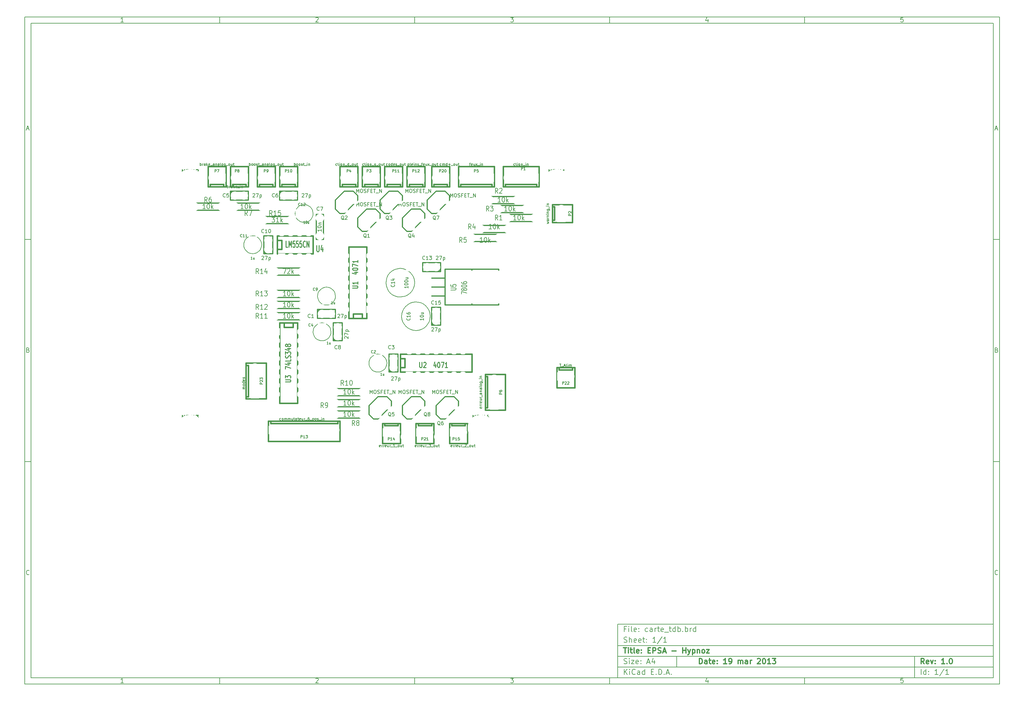
<source format=gto>
G04 (created by PCBNEW-RS274X (2012-01-19 BZR 3256)-stable) date 19/03/2013 15:26:07*
G01*
G70*
G90*
%MOIN*%
G04 Gerber Fmt 3.4, Leading zero omitted, Abs format*
%FSLAX34Y34*%
G04 APERTURE LIST*
%ADD10C,0.006000*%
%ADD11C,0.012000*%
%ADD12C,0.005000*%
%ADD13C,0.015000*%
%ADD14C,0.008000*%
%ADD15C,0.011300*%
%ADD16C,0.010000*%
%ADD17C,0.095000*%
%ADD18R,0.095000X0.095000*%
%ADD19R,0.082000X0.110000*%
%ADD20O,0.082000X0.110000*%
%ADD21C,0.235000*%
%ADD22R,0.105000X0.105000*%
%ADD23C,0.105000*%
%ADD24R,0.085000X0.085000*%
%ADD25C,0.085000*%
%ADD26R,0.110000X0.082000*%
%ADD27O,0.110000X0.082000*%
%ADD28R,0.370000X0.370000*%
%ADD29C,0.295600*%
G04 APERTURE END LIST*
G54D10*
X04000Y-04000D02*
X113000Y-04000D01*
X113000Y-78670D01*
X04000Y-78670D01*
X04000Y-04000D01*
X04700Y-04700D02*
X112300Y-04700D01*
X112300Y-77970D01*
X04700Y-77970D01*
X04700Y-04700D01*
X25800Y-04000D02*
X25800Y-04700D01*
X15043Y-04552D02*
X14757Y-04552D01*
X14900Y-04552D02*
X14900Y-04052D01*
X14852Y-04124D01*
X14805Y-04171D01*
X14757Y-04195D01*
X25800Y-78670D02*
X25800Y-77970D01*
X15043Y-78522D02*
X14757Y-78522D01*
X14900Y-78522D02*
X14900Y-78022D01*
X14852Y-78094D01*
X14805Y-78141D01*
X14757Y-78165D01*
X47600Y-04000D02*
X47600Y-04700D01*
X36557Y-04100D02*
X36581Y-04076D01*
X36629Y-04052D01*
X36748Y-04052D01*
X36795Y-04076D01*
X36819Y-04100D01*
X36843Y-04148D01*
X36843Y-04195D01*
X36819Y-04267D01*
X36533Y-04552D01*
X36843Y-04552D01*
X47600Y-78670D02*
X47600Y-77970D01*
X36557Y-78070D02*
X36581Y-78046D01*
X36629Y-78022D01*
X36748Y-78022D01*
X36795Y-78046D01*
X36819Y-78070D01*
X36843Y-78118D01*
X36843Y-78165D01*
X36819Y-78237D01*
X36533Y-78522D01*
X36843Y-78522D01*
X69400Y-04000D02*
X69400Y-04700D01*
X58333Y-04052D02*
X58643Y-04052D01*
X58476Y-04243D01*
X58548Y-04243D01*
X58595Y-04267D01*
X58619Y-04290D01*
X58643Y-04338D01*
X58643Y-04457D01*
X58619Y-04505D01*
X58595Y-04529D01*
X58548Y-04552D01*
X58405Y-04552D01*
X58357Y-04529D01*
X58333Y-04505D01*
X69400Y-78670D02*
X69400Y-77970D01*
X58333Y-78022D02*
X58643Y-78022D01*
X58476Y-78213D01*
X58548Y-78213D01*
X58595Y-78237D01*
X58619Y-78260D01*
X58643Y-78308D01*
X58643Y-78427D01*
X58619Y-78475D01*
X58595Y-78499D01*
X58548Y-78522D01*
X58405Y-78522D01*
X58357Y-78499D01*
X58333Y-78475D01*
X91200Y-04000D02*
X91200Y-04700D01*
X80395Y-04219D02*
X80395Y-04552D01*
X80276Y-04029D02*
X80157Y-04386D01*
X80467Y-04386D01*
X91200Y-78670D02*
X91200Y-77970D01*
X80395Y-78189D02*
X80395Y-78522D01*
X80276Y-77999D02*
X80157Y-78356D01*
X80467Y-78356D01*
X102219Y-04052D02*
X101981Y-04052D01*
X101957Y-04290D01*
X101981Y-04267D01*
X102029Y-04243D01*
X102148Y-04243D01*
X102195Y-04267D01*
X102219Y-04290D01*
X102243Y-04338D01*
X102243Y-04457D01*
X102219Y-04505D01*
X102195Y-04529D01*
X102148Y-04552D01*
X102029Y-04552D01*
X101981Y-04529D01*
X101957Y-04505D01*
X102219Y-78022D02*
X101981Y-78022D01*
X101957Y-78260D01*
X101981Y-78237D01*
X102029Y-78213D01*
X102148Y-78213D01*
X102195Y-78237D01*
X102219Y-78260D01*
X102243Y-78308D01*
X102243Y-78427D01*
X102219Y-78475D01*
X102195Y-78499D01*
X102148Y-78522D01*
X102029Y-78522D01*
X101981Y-78499D01*
X101957Y-78475D01*
X04000Y-28890D02*
X04700Y-28890D01*
X04231Y-16510D02*
X04469Y-16510D01*
X04184Y-16652D02*
X04350Y-16152D01*
X04517Y-16652D01*
X113000Y-28890D02*
X112300Y-28890D01*
X112531Y-16510D02*
X112769Y-16510D01*
X112484Y-16652D02*
X112650Y-16152D01*
X112817Y-16652D01*
X04000Y-53780D02*
X04700Y-53780D01*
X04386Y-41280D02*
X04457Y-41304D01*
X04481Y-41328D01*
X04505Y-41376D01*
X04505Y-41447D01*
X04481Y-41495D01*
X04457Y-41519D01*
X04410Y-41542D01*
X04219Y-41542D01*
X04219Y-41042D01*
X04386Y-41042D01*
X04433Y-41066D01*
X04457Y-41090D01*
X04481Y-41138D01*
X04481Y-41185D01*
X04457Y-41233D01*
X04433Y-41257D01*
X04386Y-41280D01*
X04219Y-41280D01*
X113000Y-53780D02*
X112300Y-53780D01*
X112686Y-41280D02*
X112757Y-41304D01*
X112781Y-41328D01*
X112805Y-41376D01*
X112805Y-41447D01*
X112781Y-41495D01*
X112757Y-41519D01*
X112710Y-41542D01*
X112519Y-41542D01*
X112519Y-41042D01*
X112686Y-41042D01*
X112733Y-41066D01*
X112757Y-41090D01*
X112781Y-41138D01*
X112781Y-41185D01*
X112757Y-41233D01*
X112733Y-41257D01*
X112686Y-41280D01*
X112519Y-41280D01*
X04505Y-66385D02*
X04481Y-66409D01*
X04410Y-66432D01*
X04362Y-66432D01*
X04290Y-66409D01*
X04243Y-66361D01*
X04219Y-66313D01*
X04195Y-66218D01*
X04195Y-66147D01*
X04219Y-66051D01*
X04243Y-66004D01*
X04290Y-65956D01*
X04362Y-65932D01*
X04410Y-65932D01*
X04481Y-65956D01*
X04505Y-65980D01*
X112805Y-66385D02*
X112781Y-66409D01*
X112710Y-66432D01*
X112662Y-66432D01*
X112590Y-66409D01*
X112543Y-66361D01*
X112519Y-66313D01*
X112495Y-66218D01*
X112495Y-66147D01*
X112519Y-66051D01*
X112543Y-66004D01*
X112590Y-65956D01*
X112662Y-65932D01*
X112710Y-65932D01*
X112781Y-65956D01*
X112805Y-65980D01*
G54D11*
X79443Y-76413D02*
X79443Y-75813D01*
X79586Y-75813D01*
X79671Y-75841D01*
X79729Y-75899D01*
X79757Y-75956D01*
X79786Y-76070D01*
X79786Y-76156D01*
X79757Y-76270D01*
X79729Y-76327D01*
X79671Y-76384D01*
X79586Y-76413D01*
X79443Y-76413D01*
X80300Y-76413D02*
X80300Y-76099D01*
X80271Y-76041D01*
X80214Y-76013D01*
X80100Y-76013D01*
X80043Y-76041D01*
X80300Y-76384D02*
X80243Y-76413D01*
X80100Y-76413D01*
X80043Y-76384D01*
X80014Y-76327D01*
X80014Y-76270D01*
X80043Y-76213D01*
X80100Y-76184D01*
X80243Y-76184D01*
X80300Y-76156D01*
X80500Y-76013D02*
X80729Y-76013D01*
X80586Y-75813D02*
X80586Y-76327D01*
X80614Y-76384D01*
X80672Y-76413D01*
X80729Y-76413D01*
X81157Y-76384D02*
X81100Y-76413D01*
X80986Y-76413D01*
X80929Y-76384D01*
X80900Y-76327D01*
X80900Y-76099D01*
X80929Y-76041D01*
X80986Y-76013D01*
X81100Y-76013D01*
X81157Y-76041D01*
X81186Y-76099D01*
X81186Y-76156D01*
X80900Y-76213D01*
X81443Y-76356D02*
X81471Y-76384D01*
X81443Y-76413D01*
X81414Y-76384D01*
X81443Y-76356D01*
X81443Y-76413D01*
X81443Y-76041D02*
X81471Y-76070D01*
X81443Y-76099D01*
X81414Y-76070D01*
X81443Y-76041D01*
X81443Y-76099D01*
X82500Y-76413D02*
X82157Y-76413D01*
X82329Y-76413D02*
X82329Y-75813D01*
X82272Y-75899D01*
X82214Y-75956D01*
X82157Y-75984D01*
X82785Y-76413D02*
X82900Y-76413D01*
X82957Y-76384D01*
X82985Y-76356D01*
X83043Y-76270D01*
X83071Y-76156D01*
X83071Y-75927D01*
X83043Y-75870D01*
X83014Y-75841D01*
X82957Y-75813D01*
X82843Y-75813D01*
X82785Y-75841D01*
X82757Y-75870D01*
X82728Y-75927D01*
X82728Y-76070D01*
X82757Y-76127D01*
X82785Y-76156D01*
X82843Y-76184D01*
X82957Y-76184D01*
X83014Y-76156D01*
X83043Y-76127D01*
X83071Y-76070D01*
X83785Y-76413D02*
X83785Y-76013D01*
X83785Y-76070D02*
X83813Y-76041D01*
X83871Y-76013D01*
X83956Y-76013D01*
X84013Y-76041D01*
X84042Y-76099D01*
X84042Y-76413D01*
X84042Y-76099D02*
X84071Y-76041D01*
X84128Y-76013D01*
X84213Y-76013D01*
X84271Y-76041D01*
X84299Y-76099D01*
X84299Y-76413D01*
X84842Y-76413D02*
X84842Y-76099D01*
X84813Y-76041D01*
X84756Y-76013D01*
X84642Y-76013D01*
X84585Y-76041D01*
X84842Y-76384D02*
X84785Y-76413D01*
X84642Y-76413D01*
X84585Y-76384D01*
X84556Y-76327D01*
X84556Y-76270D01*
X84585Y-76213D01*
X84642Y-76184D01*
X84785Y-76184D01*
X84842Y-76156D01*
X85128Y-76413D02*
X85128Y-76013D01*
X85128Y-76127D02*
X85156Y-76070D01*
X85185Y-76041D01*
X85242Y-76013D01*
X85299Y-76013D01*
X85927Y-75870D02*
X85956Y-75841D01*
X86013Y-75813D01*
X86156Y-75813D01*
X86213Y-75841D01*
X86242Y-75870D01*
X86270Y-75927D01*
X86270Y-75984D01*
X86242Y-76070D01*
X85899Y-76413D01*
X86270Y-76413D01*
X86641Y-75813D02*
X86698Y-75813D01*
X86755Y-75841D01*
X86784Y-75870D01*
X86813Y-75927D01*
X86841Y-76041D01*
X86841Y-76184D01*
X86813Y-76299D01*
X86784Y-76356D01*
X86755Y-76384D01*
X86698Y-76413D01*
X86641Y-76413D01*
X86584Y-76384D01*
X86555Y-76356D01*
X86527Y-76299D01*
X86498Y-76184D01*
X86498Y-76041D01*
X86527Y-75927D01*
X86555Y-75870D01*
X86584Y-75841D01*
X86641Y-75813D01*
X87412Y-76413D02*
X87069Y-76413D01*
X87241Y-76413D02*
X87241Y-75813D01*
X87184Y-75899D01*
X87126Y-75956D01*
X87069Y-75984D01*
X87612Y-75813D02*
X87983Y-75813D01*
X87783Y-76041D01*
X87869Y-76041D01*
X87926Y-76070D01*
X87955Y-76099D01*
X87983Y-76156D01*
X87983Y-76299D01*
X87955Y-76356D01*
X87926Y-76384D01*
X87869Y-76413D01*
X87697Y-76413D01*
X87640Y-76384D01*
X87612Y-76356D01*
G54D10*
X71043Y-77613D02*
X71043Y-77013D01*
X71386Y-77613D02*
X71129Y-77270D01*
X71386Y-77013D02*
X71043Y-77356D01*
X71643Y-77613D02*
X71643Y-77213D01*
X71643Y-77013D02*
X71614Y-77041D01*
X71643Y-77070D01*
X71671Y-77041D01*
X71643Y-77013D01*
X71643Y-77070D01*
X72272Y-77556D02*
X72243Y-77584D01*
X72157Y-77613D01*
X72100Y-77613D01*
X72015Y-77584D01*
X71957Y-77527D01*
X71929Y-77470D01*
X71900Y-77356D01*
X71900Y-77270D01*
X71929Y-77156D01*
X71957Y-77099D01*
X72015Y-77041D01*
X72100Y-77013D01*
X72157Y-77013D01*
X72243Y-77041D01*
X72272Y-77070D01*
X72786Y-77613D02*
X72786Y-77299D01*
X72757Y-77241D01*
X72700Y-77213D01*
X72586Y-77213D01*
X72529Y-77241D01*
X72786Y-77584D02*
X72729Y-77613D01*
X72586Y-77613D01*
X72529Y-77584D01*
X72500Y-77527D01*
X72500Y-77470D01*
X72529Y-77413D01*
X72586Y-77384D01*
X72729Y-77384D01*
X72786Y-77356D01*
X73329Y-77613D02*
X73329Y-77013D01*
X73329Y-77584D02*
X73272Y-77613D01*
X73158Y-77613D01*
X73100Y-77584D01*
X73072Y-77556D01*
X73043Y-77499D01*
X73043Y-77327D01*
X73072Y-77270D01*
X73100Y-77241D01*
X73158Y-77213D01*
X73272Y-77213D01*
X73329Y-77241D01*
X74072Y-77299D02*
X74272Y-77299D01*
X74358Y-77613D02*
X74072Y-77613D01*
X74072Y-77013D01*
X74358Y-77013D01*
X74615Y-77556D02*
X74643Y-77584D01*
X74615Y-77613D01*
X74586Y-77584D01*
X74615Y-77556D01*
X74615Y-77613D01*
X74901Y-77613D02*
X74901Y-77013D01*
X75044Y-77013D01*
X75129Y-77041D01*
X75187Y-77099D01*
X75215Y-77156D01*
X75244Y-77270D01*
X75244Y-77356D01*
X75215Y-77470D01*
X75187Y-77527D01*
X75129Y-77584D01*
X75044Y-77613D01*
X74901Y-77613D01*
X75501Y-77556D02*
X75529Y-77584D01*
X75501Y-77613D01*
X75472Y-77584D01*
X75501Y-77556D01*
X75501Y-77613D01*
X75758Y-77441D02*
X76044Y-77441D01*
X75701Y-77613D02*
X75901Y-77013D01*
X76101Y-77613D01*
X76301Y-77556D02*
X76329Y-77584D01*
X76301Y-77613D01*
X76272Y-77584D01*
X76301Y-77556D01*
X76301Y-77613D01*
G54D11*
X104586Y-76413D02*
X104386Y-76127D01*
X104243Y-76413D02*
X104243Y-75813D01*
X104471Y-75813D01*
X104529Y-75841D01*
X104557Y-75870D01*
X104586Y-75927D01*
X104586Y-76013D01*
X104557Y-76070D01*
X104529Y-76099D01*
X104471Y-76127D01*
X104243Y-76127D01*
X105071Y-76384D02*
X105014Y-76413D01*
X104900Y-76413D01*
X104843Y-76384D01*
X104814Y-76327D01*
X104814Y-76099D01*
X104843Y-76041D01*
X104900Y-76013D01*
X105014Y-76013D01*
X105071Y-76041D01*
X105100Y-76099D01*
X105100Y-76156D01*
X104814Y-76213D01*
X105300Y-76013D02*
X105443Y-76413D01*
X105585Y-76013D01*
X105814Y-76356D02*
X105842Y-76384D01*
X105814Y-76413D01*
X105785Y-76384D01*
X105814Y-76356D01*
X105814Y-76413D01*
X105814Y-76041D02*
X105842Y-76070D01*
X105814Y-76099D01*
X105785Y-76070D01*
X105814Y-76041D01*
X105814Y-76099D01*
X106871Y-76413D02*
X106528Y-76413D01*
X106700Y-76413D02*
X106700Y-75813D01*
X106643Y-75899D01*
X106585Y-75956D01*
X106528Y-75984D01*
X107128Y-76356D02*
X107156Y-76384D01*
X107128Y-76413D01*
X107099Y-76384D01*
X107128Y-76356D01*
X107128Y-76413D01*
X107528Y-75813D02*
X107585Y-75813D01*
X107642Y-75841D01*
X107671Y-75870D01*
X107700Y-75927D01*
X107728Y-76041D01*
X107728Y-76184D01*
X107700Y-76299D01*
X107671Y-76356D01*
X107642Y-76384D01*
X107585Y-76413D01*
X107528Y-76413D01*
X107471Y-76384D01*
X107442Y-76356D01*
X107414Y-76299D01*
X107385Y-76184D01*
X107385Y-76041D01*
X107414Y-75927D01*
X107442Y-75870D01*
X107471Y-75841D01*
X107528Y-75813D01*
G54D10*
X71014Y-76384D02*
X71100Y-76413D01*
X71243Y-76413D01*
X71300Y-76384D01*
X71329Y-76356D01*
X71357Y-76299D01*
X71357Y-76241D01*
X71329Y-76184D01*
X71300Y-76156D01*
X71243Y-76127D01*
X71129Y-76099D01*
X71071Y-76070D01*
X71043Y-76041D01*
X71014Y-75984D01*
X71014Y-75927D01*
X71043Y-75870D01*
X71071Y-75841D01*
X71129Y-75813D01*
X71271Y-75813D01*
X71357Y-75841D01*
X71614Y-76413D02*
X71614Y-76013D01*
X71614Y-75813D02*
X71585Y-75841D01*
X71614Y-75870D01*
X71642Y-75841D01*
X71614Y-75813D01*
X71614Y-75870D01*
X71843Y-76013D02*
X72157Y-76013D01*
X71843Y-76413D01*
X72157Y-76413D01*
X72614Y-76384D02*
X72557Y-76413D01*
X72443Y-76413D01*
X72386Y-76384D01*
X72357Y-76327D01*
X72357Y-76099D01*
X72386Y-76041D01*
X72443Y-76013D01*
X72557Y-76013D01*
X72614Y-76041D01*
X72643Y-76099D01*
X72643Y-76156D01*
X72357Y-76213D01*
X72900Y-76356D02*
X72928Y-76384D01*
X72900Y-76413D01*
X72871Y-76384D01*
X72900Y-76356D01*
X72900Y-76413D01*
X72900Y-76041D02*
X72928Y-76070D01*
X72900Y-76099D01*
X72871Y-76070D01*
X72900Y-76041D01*
X72900Y-76099D01*
X73614Y-76241D02*
X73900Y-76241D01*
X73557Y-76413D02*
X73757Y-75813D01*
X73957Y-76413D01*
X74414Y-76013D02*
X74414Y-76413D01*
X74271Y-75784D02*
X74128Y-76213D01*
X74500Y-76213D01*
X104243Y-77613D02*
X104243Y-77013D01*
X104786Y-77613D02*
X104786Y-77013D01*
X104786Y-77584D02*
X104729Y-77613D01*
X104615Y-77613D01*
X104557Y-77584D01*
X104529Y-77556D01*
X104500Y-77499D01*
X104500Y-77327D01*
X104529Y-77270D01*
X104557Y-77241D01*
X104615Y-77213D01*
X104729Y-77213D01*
X104786Y-77241D01*
X105072Y-77556D02*
X105100Y-77584D01*
X105072Y-77613D01*
X105043Y-77584D01*
X105072Y-77556D01*
X105072Y-77613D01*
X105072Y-77241D02*
X105100Y-77270D01*
X105072Y-77299D01*
X105043Y-77270D01*
X105072Y-77241D01*
X105072Y-77299D01*
X106129Y-77613D02*
X105786Y-77613D01*
X105958Y-77613D02*
X105958Y-77013D01*
X105901Y-77099D01*
X105843Y-77156D01*
X105786Y-77184D01*
X106814Y-76984D02*
X106300Y-77756D01*
X107329Y-77613D02*
X106986Y-77613D01*
X107158Y-77613D02*
X107158Y-77013D01*
X107101Y-77099D01*
X107043Y-77156D01*
X106986Y-77184D01*
G54D11*
X70957Y-74613D02*
X71300Y-74613D01*
X71129Y-75213D02*
X71129Y-74613D01*
X71500Y-75213D02*
X71500Y-74813D01*
X71500Y-74613D02*
X71471Y-74641D01*
X71500Y-74670D01*
X71528Y-74641D01*
X71500Y-74613D01*
X71500Y-74670D01*
X71700Y-74813D02*
X71929Y-74813D01*
X71786Y-74613D02*
X71786Y-75127D01*
X71814Y-75184D01*
X71872Y-75213D01*
X71929Y-75213D01*
X72215Y-75213D02*
X72157Y-75184D01*
X72129Y-75127D01*
X72129Y-74613D01*
X72671Y-75184D02*
X72614Y-75213D01*
X72500Y-75213D01*
X72443Y-75184D01*
X72414Y-75127D01*
X72414Y-74899D01*
X72443Y-74841D01*
X72500Y-74813D01*
X72614Y-74813D01*
X72671Y-74841D01*
X72700Y-74899D01*
X72700Y-74956D01*
X72414Y-75013D01*
X72957Y-75156D02*
X72985Y-75184D01*
X72957Y-75213D01*
X72928Y-75184D01*
X72957Y-75156D01*
X72957Y-75213D01*
X72957Y-74841D02*
X72985Y-74870D01*
X72957Y-74899D01*
X72928Y-74870D01*
X72957Y-74841D01*
X72957Y-74899D01*
X73700Y-74899D02*
X73900Y-74899D01*
X73986Y-75213D02*
X73700Y-75213D01*
X73700Y-74613D01*
X73986Y-74613D01*
X74243Y-75213D02*
X74243Y-74613D01*
X74471Y-74613D01*
X74529Y-74641D01*
X74557Y-74670D01*
X74586Y-74727D01*
X74586Y-74813D01*
X74557Y-74870D01*
X74529Y-74899D01*
X74471Y-74927D01*
X74243Y-74927D01*
X74814Y-75184D02*
X74900Y-75213D01*
X75043Y-75213D01*
X75100Y-75184D01*
X75129Y-75156D01*
X75157Y-75099D01*
X75157Y-75041D01*
X75129Y-74984D01*
X75100Y-74956D01*
X75043Y-74927D01*
X74929Y-74899D01*
X74871Y-74870D01*
X74843Y-74841D01*
X74814Y-74784D01*
X74814Y-74727D01*
X74843Y-74670D01*
X74871Y-74641D01*
X74929Y-74613D01*
X75071Y-74613D01*
X75157Y-74641D01*
X75385Y-75041D02*
X75671Y-75041D01*
X75328Y-75213D02*
X75528Y-74613D01*
X75728Y-75213D01*
X76385Y-74984D02*
X76842Y-74984D01*
X77585Y-75213D02*
X77585Y-74613D01*
X77585Y-74899D02*
X77928Y-74899D01*
X77928Y-75213D02*
X77928Y-74613D01*
X78157Y-74813D02*
X78300Y-75213D01*
X78442Y-74813D02*
X78300Y-75213D01*
X78242Y-75356D01*
X78214Y-75384D01*
X78157Y-75413D01*
X78671Y-74813D02*
X78671Y-75413D01*
X78671Y-74841D02*
X78728Y-74813D01*
X78842Y-74813D01*
X78899Y-74841D01*
X78928Y-74870D01*
X78957Y-74927D01*
X78957Y-75099D01*
X78928Y-75156D01*
X78899Y-75184D01*
X78842Y-75213D01*
X78728Y-75213D01*
X78671Y-75184D01*
X79214Y-74813D02*
X79214Y-75213D01*
X79214Y-74870D02*
X79242Y-74841D01*
X79300Y-74813D01*
X79385Y-74813D01*
X79442Y-74841D01*
X79471Y-74899D01*
X79471Y-75213D01*
X79843Y-75213D02*
X79785Y-75184D01*
X79757Y-75156D01*
X79728Y-75099D01*
X79728Y-74927D01*
X79757Y-74870D01*
X79785Y-74841D01*
X79843Y-74813D01*
X79928Y-74813D01*
X79985Y-74841D01*
X80014Y-74870D01*
X80043Y-74927D01*
X80043Y-75099D01*
X80014Y-75156D01*
X79985Y-75184D01*
X79928Y-75213D01*
X79843Y-75213D01*
X80243Y-74813D02*
X80557Y-74813D01*
X80243Y-75213D01*
X80557Y-75213D01*
G54D10*
X71243Y-72499D02*
X71043Y-72499D01*
X71043Y-72813D02*
X71043Y-72213D01*
X71329Y-72213D01*
X71557Y-72813D02*
X71557Y-72413D01*
X71557Y-72213D02*
X71528Y-72241D01*
X71557Y-72270D01*
X71585Y-72241D01*
X71557Y-72213D01*
X71557Y-72270D01*
X71929Y-72813D02*
X71871Y-72784D01*
X71843Y-72727D01*
X71843Y-72213D01*
X72385Y-72784D02*
X72328Y-72813D01*
X72214Y-72813D01*
X72157Y-72784D01*
X72128Y-72727D01*
X72128Y-72499D01*
X72157Y-72441D01*
X72214Y-72413D01*
X72328Y-72413D01*
X72385Y-72441D01*
X72414Y-72499D01*
X72414Y-72556D01*
X72128Y-72613D01*
X72671Y-72756D02*
X72699Y-72784D01*
X72671Y-72813D01*
X72642Y-72784D01*
X72671Y-72756D01*
X72671Y-72813D01*
X72671Y-72441D02*
X72699Y-72470D01*
X72671Y-72499D01*
X72642Y-72470D01*
X72671Y-72441D01*
X72671Y-72499D01*
X73671Y-72784D02*
X73614Y-72813D01*
X73500Y-72813D01*
X73442Y-72784D01*
X73414Y-72756D01*
X73385Y-72699D01*
X73385Y-72527D01*
X73414Y-72470D01*
X73442Y-72441D01*
X73500Y-72413D01*
X73614Y-72413D01*
X73671Y-72441D01*
X74185Y-72813D02*
X74185Y-72499D01*
X74156Y-72441D01*
X74099Y-72413D01*
X73985Y-72413D01*
X73928Y-72441D01*
X74185Y-72784D02*
X74128Y-72813D01*
X73985Y-72813D01*
X73928Y-72784D01*
X73899Y-72727D01*
X73899Y-72670D01*
X73928Y-72613D01*
X73985Y-72584D01*
X74128Y-72584D01*
X74185Y-72556D01*
X74471Y-72813D02*
X74471Y-72413D01*
X74471Y-72527D02*
X74499Y-72470D01*
X74528Y-72441D01*
X74585Y-72413D01*
X74642Y-72413D01*
X74756Y-72413D02*
X74985Y-72413D01*
X74842Y-72213D02*
X74842Y-72727D01*
X74870Y-72784D01*
X74928Y-72813D01*
X74985Y-72813D01*
X75413Y-72784D02*
X75356Y-72813D01*
X75242Y-72813D01*
X75185Y-72784D01*
X75156Y-72727D01*
X75156Y-72499D01*
X75185Y-72441D01*
X75242Y-72413D01*
X75356Y-72413D01*
X75413Y-72441D01*
X75442Y-72499D01*
X75442Y-72556D01*
X75156Y-72613D01*
X75556Y-72870D02*
X76013Y-72870D01*
X76070Y-72413D02*
X76299Y-72413D01*
X76156Y-72213D02*
X76156Y-72727D01*
X76184Y-72784D01*
X76242Y-72813D01*
X76299Y-72813D01*
X76756Y-72813D02*
X76756Y-72213D01*
X76756Y-72784D02*
X76699Y-72813D01*
X76585Y-72813D01*
X76527Y-72784D01*
X76499Y-72756D01*
X76470Y-72699D01*
X76470Y-72527D01*
X76499Y-72470D01*
X76527Y-72441D01*
X76585Y-72413D01*
X76699Y-72413D01*
X76756Y-72441D01*
X77042Y-72813D02*
X77042Y-72213D01*
X77042Y-72441D02*
X77099Y-72413D01*
X77213Y-72413D01*
X77270Y-72441D01*
X77299Y-72470D01*
X77328Y-72527D01*
X77328Y-72699D01*
X77299Y-72756D01*
X77270Y-72784D01*
X77213Y-72813D01*
X77099Y-72813D01*
X77042Y-72784D01*
X77585Y-72756D02*
X77613Y-72784D01*
X77585Y-72813D01*
X77556Y-72784D01*
X77585Y-72756D01*
X77585Y-72813D01*
X77871Y-72813D02*
X77871Y-72213D01*
X77871Y-72441D02*
X77928Y-72413D01*
X78042Y-72413D01*
X78099Y-72441D01*
X78128Y-72470D01*
X78157Y-72527D01*
X78157Y-72699D01*
X78128Y-72756D01*
X78099Y-72784D01*
X78042Y-72813D01*
X77928Y-72813D01*
X77871Y-72784D01*
X78414Y-72813D02*
X78414Y-72413D01*
X78414Y-72527D02*
X78442Y-72470D01*
X78471Y-72441D01*
X78528Y-72413D01*
X78585Y-72413D01*
X79042Y-72813D02*
X79042Y-72213D01*
X79042Y-72784D02*
X78985Y-72813D01*
X78871Y-72813D01*
X78813Y-72784D01*
X78785Y-72756D01*
X78756Y-72699D01*
X78756Y-72527D01*
X78785Y-72470D01*
X78813Y-72441D01*
X78871Y-72413D01*
X78985Y-72413D01*
X79042Y-72441D01*
X71014Y-73984D02*
X71100Y-74013D01*
X71243Y-74013D01*
X71300Y-73984D01*
X71329Y-73956D01*
X71357Y-73899D01*
X71357Y-73841D01*
X71329Y-73784D01*
X71300Y-73756D01*
X71243Y-73727D01*
X71129Y-73699D01*
X71071Y-73670D01*
X71043Y-73641D01*
X71014Y-73584D01*
X71014Y-73527D01*
X71043Y-73470D01*
X71071Y-73441D01*
X71129Y-73413D01*
X71271Y-73413D01*
X71357Y-73441D01*
X71614Y-74013D02*
X71614Y-73413D01*
X71871Y-74013D02*
X71871Y-73699D01*
X71842Y-73641D01*
X71785Y-73613D01*
X71700Y-73613D01*
X71642Y-73641D01*
X71614Y-73670D01*
X72385Y-73984D02*
X72328Y-74013D01*
X72214Y-74013D01*
X72157Y-73984D01*
X72128Y-73927D01*
X72128Y-73699D01*
X72157Y-73641D01*
X72214Y-73613D01*
X72328Y-73613D01*
X72385Y-73641D01*
X72414Y-73699D01*
X72414Y-73756D01*
X72128Y-73813D01*
X72899Y-73984D02*
X72842Y-74013D01*
X72728Y-74013D01*
X72671Y-73984D01*
X72642Y-73927D01*
X72642Y-73699D01*
X72671Y-73641D01*
X72728Y-73613D01*
X72842Y-73613D01*
X72899Y-73641D01*
X72928Y-73699D01*
X72928Y-73756D01*
X72642Y-73813D01*
X73099Y-73613D02*
X73328Y-73613D01*
X73185Y-73413D02*
X73185Y-73927D01*
X73213Y-73984D01*
X73271Y-74013D01*
X73328Y-74013D01*
X73528Y-73956D02*
X73556Y-73984D01*
X73528Y-74013D01*
X73499Y-73984D01*
X73528Y-73956D01*
X73528Y-74013D01*
X73528Y-73641D02*
X73556Y-73670D01*
X73528Y-73699D01*
X73499Y-73670D01*
X73528Y-73641D01*
X73528Y-73699D01*
X74585Y-74013D02*
X74242Y-74013D01*
X74414Y-74013D02*
X74414Y-73413D01*
X74357Y-73499D01*
X74299Y-73556D01*
X74242Y-73584D01*
X75270Y-73384D02*
X74756Y-74156D01*
X75785Y-74013D02*
X75442Y-74013D01*
X75614Y-74013D02*
X75614Y-73413D01*
X75557Y-73499D01*
X75499Y-73556D01*
X75442Y-73584D01*
X70300Y-71970D02*
X70300Y-77970D01*
X70300Y-71970D02*
X112300Y-71970D01*
X70300Y-71970D02*
X112300Y-71970D01*
X70300Y-74370D02*
X112300Y-74370D01*
X103500Y-75570D02*
X103500Y-77970D01*
X70300Y-76770D02*
X112300Y-76770D01*
X70300Y-75570D02*
X112300Y-75570D01*
X76900Y-75570D02*
X76900Y-76770D01*
G54D11*
X27020Y-23500D02*
X29000Y-23500D01*
X29000Y-23500D02*
X29000Y-24500D01*
X29000Y-24500D02*
X27000Y-24500D01*
X27000Y-24500D02*
X27000Y-23500D01*
X27000Y-23750D02*
X27250Y-23500D01*
X44750Y-43730D02*
X44750Y-41750D01*
X44750Y-41750D02*
X45750Y-41750D01*
X45750Y-41750D02*
X45750Y-43750D01*
X45750Y-43750D02*
X44750Y-43750D01*
X45000Y-43750D02*
X44750Y-43500D01*
X36770Y-36750D02*
X38750Y-36750D01*
X38750Y-36750D02*
X38750Y-37750D01*
X38750Y-37750D02*
X36750Y-37750D01*
X36750Y-37750D02*
X36750Y-36750D01*
X36750Y-37000D02*
X37000Y-36750D01*
G54D12*
X44501Y-42750D02*
X44481Y-42944D01*
X44425Y-43131D01*
X44333Y-43303D01*
X44210Y-43455D01*
X44059Y-43579D01*
X43887Y-43672D01*
X43701Y-43730D01*
X43506Y-43750D01*
X43313Y-43733D01*
X43126Y-43678D01*
X42952Y-43587D01*
X42800Y-43465D01*
X42675Y-43315D01*
X42580Y-43144D01*
X42521Y-42958D01*
X42500Y-42763D01*
X42516Y-42570D01*
X42570Y-42382D01*
X42659Y-42208D01*
X42780Y-42055D01*
X42929Y-41929D01*
X43100Y-41833D01*
X43286Y-41773D01*
X43480Y-41750D01*
X43673Y-41765D01*
X43861Y-41817D01*
X44036Y-41905D01*
X44190Y-42026D01*
X44317Y-42173D01*
X44414Y-42343D01*
X44476Y-42529D01*
X44500Y-42723D01*
X44501Y-42750D01*
X38251Y-39250D02*
X38231Y-39444D01*
X38175Y-39631D01*
X38083Y-39803D01*
X37960Y-39955D01*
X37809Y-40079D01*
X37637Y-40172D01*
X37451Y-40230D01*
X37256Y-40250D01*
X37063Y-40233D01*
X36876Y-40178D01*
X36702Y-40087D01*
X36550Y-39965D01*
X36425Y-39815D01*
X36330Y-39644D01*
X36271Y-39458D01*
X36250Y-39263D01*
X36266Y-39070D01*
X36320Y-38882D01*
X36409Y-38708D01*
X36530Y-38555D01*
X36679Y-38429D01*
X36850Y-38333D01*
X37036Y-38273D01*
X37230Y-38250D01*
X37423Y-38265D01*
X37611Y-38317D01*
X37786Y-38405D01*
X37940Y-38526D01*
X38067Y-38673D01*
X38164Y-38843D01*
X38226Y-39029D01*
X38250Y-39223D01*
X38251Y-39250D01*
G54D13*
X46000Y-41750D02*
X54000Y-41750D01*
X54000Y-43750D02*
X46000Y-43750D01*
X46000Y-43750D02*
X46000Y-41750D01*
X46000Y-42250D02*
X46500Y-42250D01*
X46500Y-42250D02*
X46500Y-43250D01*
X46500Y-43250D02*
X46000Y-43250D01*
X54000Y-41750D02*
X54000Y-43750D01*
X44250Y-49500D02*
X44250Y-49750D01*
X44250Y-49750D02*
X45750Y-49750D01*
X45750Y-49750D02*
X45750Y-49500D01*
X44000Y-49500D02*
X44000Y-51750D01*
X44000Y-51750D02*
X46000Y-51750D01*
X46000Y-51750D02*
X46000Y-49500D01*
X46000Y-49500D02*
X44000Y-49500D01*
G54D10*
X44000Y-51000D02*
X44000Y-50000D01*
X46000Y-50000D02*
X46000Y-51000D01*
G54D13*
X51750Y-49500D02*
X51750Y-49750D01*
X51750Y-49750D02*
X53250Y-49750D01*
X53250Y-49750D02*
X53250Y-49500D01*
X51500Y-49500D02*
X51500Y-51750D01*
X51500Y-51750D02*
X53500Y-51750D01*
X53500Y-51750D02*
X53500Y-49500D01*
X53500Y-49500D02*
X51500Y-49500D01*
G54D10*
X51500Y-51000D02*
X51500Y-50000D01*
X53500Y-50000D02*
X53500Y-51000D01*
G54D13*
X43500Y-23000D02*
X43500Y-22750D01*
X43500Y-22750D02*
X42000Y-22750D01*
X42000Y-22750D02*
X42000Y-23000D01*
X43750Y-23000D02*
X43750Y-20750D01*
X43750Y-20750D02*
X41750Y-20750D01*
X41750Y-20750D02*
X41750Y-23000D01*
X41750Y-23000D02*
X43750Y-23000D01*
G54D10*
X43750Y-21500D02*
X43750Y-22500D01*
X41750Y-22500D02*
X41750Y-21500D01*
G54D13*
X34250Y-23000D02*
X34250Y-22750D01*
X34250Y-22750D02*
X32750Y-22750D01*
X32750Y-22750D02*
X32750Y-23000D01*
X34500Y-23000D02*
X34500Y-20750D01*
X34500Y-20750D02*
X32500Y-20750D01*
X32500Y-20750D02*
X32500Y-23000D01*
X32500Y-23000D02*
X34500Y-23000D01*
G54D10*
X34500Y-21500D02*
X34500Y-22500D01*
X32500Y-22500D02*
X32500Y-21500D01*
G54D13*
X46000Y-23000D02*
X46000Y-22750D01*
X46000Y-22750D02*
X44500Y-22750D01*
X44500Y-22750D02*
X44500Y-23000D01*
X46250Y-23000D02*
X46250Y-20750D01*
X46250Y-20750D02*
X44250Y-20750D01*
X44250Y-20750D02*
X44250Y-23000D01*
X44250Y-23000D02*
X46250Y-23000D01*
G54D10*
X46250Y-21500D02*
X46250Y-22500D01*
X44250Y-22500D02*
X44250Y-21500D01*
G54D13*
X41000Y-23000D02*
X41000Y-22750D01*
X41000Y-22750D02*
X39500Y-22750D01*
X39500Y-22750D02*
X39500Y-23000D01*
X41250Y-23000D02*
X41250Y-20750D01*
X41250Y-20750D02*
X39250Y-20750D01*
X39250Y-20750D02*
X39250Y-23000D01*
X39250Y-23000D02*
X41250Y-23000D01*
G54D10*
X41250Y-21500D02*
X41250Y-22500D01*
X39250Y-22500D02*
X39250Y-21500D01*
G54D13*
X26250Y-23000D02*
X26250Y-22750D01*
X26250Y-22750D02*
X24750Y-22750D01*
X24750Y-22750D02*
X24750Y-23000D01*
X26500Y-23000D02*
X26500Y-20750D01*
X26500Y-20750D02*
X24500Y-20750D01*
X24500Y-20750D02*
X24500Y-23000D01*
X24500Y-23000D02*
X26500Y-23000D01*
G54D10*
X26500Y-21500D02*
X26500Y-22500D01*
X24500Y-22500D02*
X24500Y-21500D01*
G54D13*
X28750Y-23000D02*
X28750Y-22750D01*
X28750Y-22750D02*
X27250Y-22750D01*
X27250Y-22750D02*
X27250Y-23000D01*
X29000Y-23000D02*
X29000Y-20750D01*
X29000Y-20750D02*
X27000Y-20750D01*
X27000Y-20750D02*
X27000Y-23000D01*
X27000Y-23000D02*
X29000Y-23000D01*
G54D10*
X29000Y-21500D02*
X29000Y-22500D01*
X27000Y-22500D02*
X27000Y-21500D01*
G54D13*
X63000Y-26750D02*
X63250Y-26750D01*
X63250Y-26750D02*
X63250Y-25250D01*
X63250Y-25250D02*
X63000Y-25250D01*
X63000Y-27000D02*
X65250Y-27000D01*
X65250Y-27000D02*
X65250Y-25000D01*
X65250Y-25000D02*
X63000Y-25000D01*
X63000Y-25000D02*
X63000Y-27000D01*
G54D10*
X64500Y-27000D02*
X63500Y-27000D01*
X63500Y-25000D02*
X64500Y-25000D01*
G54D13*
X57500Y-20750D02*
X57500Y-23000D01*
X61500Y-23000D02*
X61500Y-20750D01*
X57750Y-22750D02*
X59750Y-22750D01*
X57500Y-23000D02*
X59500Y-23000D01*
X59500Y-20750D02*
X57500Y-20750D01*
X57750Y-22750D02*
X57750Y-23000D01*
X61250Y-23000D02*
X61250Y-22750D01*
X61250Y-22750D02*
X59750Y-22750D01*
X61500Y-20750D02*
X59500Y-20750D01*
X59500Y-23000D02*
X61500Y-23000D01*
G54D11*
X58000Y-27750D02*
X57800Y-27750D01*
X55000Y-27750D02*
X55200Y-27750D01*
X55200Y-27750D02*
X55200Y-28150D01*
X55200Y-28150D02*
X57800Y-28150D01*
X57800Y-28150D02*
X57800Y-27350D01*
X57800Y-27350D02*
X55200Y-27350D01*
X55200Y-27350D02*
X55200Y-27750D01*
X57800Y-27950D02*
X57600Y-28150D01*
X35000Y-35000D02*
X34800Y-35000D01*
X32000Y-35000D02*
X32200Y-35000D01*
X32200Y-35000D02*
X32200Y-35400D01*
X32200Y-35400D02*
X34800Y-35400D01*
X34800Y-35400D02*
X34800Y-34600D01*
X34800Y-34600D02*
X32200Y-34600D01*
X32200Y-34600D02*
X32200Y-35000D01*
X34800Y-35200D02*
X34600Y-35400D01*
X56000Y-24500D02*
X56200Y-24500D01*
X59000Y-24500D02*
X58800Y-24500D01*
X58800Y-24500D02*
X58800Y-24100D01*
X58800Y-24100D02*
X56200Y-24100D01*
X56200Y-24100D02*
X56200Y-24900D01*
X56200Y-24900D02*
X58800Y-24900D01*
X58800Y-24900D02*
X58800Y-24500D01*
X56200Y-24300D02*
X56400Y-24100D01*
X57000Y-25500D02*
X57200Y-25500D01*
X60000Y-25500D02*
X59800Y-25500D01*
X59800Y-25500D02*
X59800Y-25100D01*
X59800Y-25100D02*
X57200Y-25100D01*
X57200Y-25100D02*
X57200Y-25900D01*
X57200Y-25900D02*
X59800Y-25900D01*
X59800Y-25900D02*
X59800Y-25500D01*
X57200Y-25300D02*
X57400Y-25100D01*
X35000Y-37500D02*
X34800Y-37500D01*
X32000Y-37500D02*
X32200Y-37500D01*
X32200Y-37500D02*
X32200Y-37900D01*
X32200Y-37900D02*
X34800Y-37900D01*
X34800Y-37900D02*
X34800Y-37100D01*
X34800Y-37100D02*
X32200Y-37100D01*
X32200Y-37100D02*
X32200Y-37500D01*
X34800Y-37700D02*
X34600Y-37900D01*
X41750Y-46000D02*
X41550Y-46000D01*
X38750Y-46000D02*
X38950Y-46000D01*
X38950Y-46000D02*
X38950Y-46400D01*
X38950Y-46400D02*
X41550Y-46400D01*
X41550Y-46400D02*
X41550Y-45600D01*
X41550Y-45600D02*
X38950Y-45600D01*
X38950Y-45600D02*
X38950Y-46000D01*
X41550Y-46200D02*
X41350Y-46400D01*
X41750Y-47250D02*
X41550Y-47250D01*
X38750Y-47250D02*
X38950Y-47250D01*
X38950Y-47250D02*
X38950Y-47650D01*
X38950Y-47650D02*
X41550Y-47650D01*
X41550Y-47650D02*
X41550Y-46850D01*
X41550Y-46850D02*
X38950Y-46850D01*
X38950Y-46850D02*
X38950Y-47250D01*
X41550Y-47450D02*
X41350Y-47650D01*
X57000Y-28750D02*
X56800Y-28750D01*
X54000Y-28750D02*
X54200Y-28750D01*
X54200Y-28750D02*
X54200Y-29150D01*
X54200Y-29150D02*
X56800Y-29150D01*
X56800Y-29150D02*
X56800Y-28350D01*
X56800Y-28350D02*
X54200Y-28350D01*
X54200Y-28350D02*
X54200Y-28750D01*
X56800Y-28950D02*
X56600Y-29150D01*
X41750Y-48500D02*
X41550Y-48500D01*
X38750Y-48500D02*
X38950Y-48500D01*
X38950Y-48500D02*
X38950Y-48900D01*
X38950Y-48900D02*
X41550Y-48900D01*
X41550Y-48900D02*
X41550Y-48100D01*
X41550Y-48100D02*
X38950Y-48100D01*
X38950Y-48100D02*
X38950Y-48500D01*
X41550Y-48700D02*
X41350Y-48900D01*
X30500Y-25250D02*
X30300Y-25250D01*
X27500Y-25250D02*
X27700Y-25250D01*
X27700Y-25250D02*
X27700Y-25650D01*
X27700Y-25650D02*
X30300Y-25650D01*
X30300Y-25650D02*
X30300Y-24850D01*
X30300Y-24850D02*
X27700Y-24850D01*
X27700Y-24850D02*
X27700Y-25250D01*
X30300Y-25450D02*
X30100Y-25650D01*
X26000Y-25250D02*
X25800Y-25250D01*
X23000Y-25250D02*
X23200Y-25250D01*
X23200Y-25250D02*
X23200Y-25650D01*
X23200Y-25650D02*
X25800Y-25650D01*
X25800Y-25650D02*
X25800Y-24850D01*
X25800Y-24850D02*
X23200Y-24850D01*
X23200Y-24850D02*
X23200Y-25250D01*
X25800Y-25450D02*
X25600Y-25650D01*
X58000Y-26500D02*
X58200Y-26500D01*
X61000Y-26500D02*
X60800Y-26500D01*
X60800Y-26500D02*
X60800Y-26100D01*
X60800Y-26100D02*
X58200Y-26100D01*
X58200Y-26100D02*
X58200Y-26900D01*
X58200Y-26900D02*
X60800Y-26900D01*
X60800Y-26900D02*
X60800Y-26500D01*
X58200Y-26300D02*
X58400Y-26100D01*
X35000Y-36250D02*
X34800Y-36250D01*
X32000Y-36250D02*
X32200Y-36250D01*
X32200Y-36250D02*
X32200Y-36650D01*
X32200Y-36650D02*
X34800Y-36650D01*
X34800Y-36650D02*
X34800Y-35850D01*
X34800Y-35850D02*
X32200Y-35850D01*
X32200Y-35850D02*
X32200Y-36250D01*
X34800Y-36450D02*
X34600Y-36650D01*
X32520Y-23500D02*
X34500Y-23500D01*
X34500Y-23500D02*
X34500Y-24500D01*
X34500Y-24500D02*
X32500Y-24500D01*
X32500Y-24500D02*
X32500Y-23500D01*
X32500Y-23750D02*
X32750Y-23500D01*
G54D13*
X52500Y-20750D02*
X52500Y-23000D01*
X56500Y-23000D02*
X56500Y-20750D01*
X52750Y-22750D02*
X54750Y-22750D01*
X52500Y-23000D02*
X54500Y-23000D01*
X54500Y-20750D02*
X52500Y-20750D01*
X52750Y-22750D02*
X52750Y-23000D01*
X56250Y-23000D02*
X56250Y-22750D01*
X56250Y-22750D02*
X54750Y-22750D01*
X56500Y-20750D02*
X54500Y-20750D01*
X54500Y-23000D02*
X56500Y-23000D01*
X57750Y-44000D02*
X55500Y-44000D01*
X55500Y-48000D02*
X57750Y-48000D01*
X55750Y-44250D02*
X55750Y-46250D01*
X55500Y-44000D02*
X55500Y-46000D01*
X57750Y-46000D02*
X57750Y-44000D01*
X55750Y-44250D02*
X55500Y-44250D01*
X55500Y-47750D02*
X55750Y-47750D01*
X55750Y-47750D02*
X55750Y-46250D01*
X57750Y-48000D02*
X57750Y-46000D01*
X55500Y-46000D02*
X55500Y-48000D01*
X31750Y-23000D02*
X31750Y-22750D01*
X31750Y-22750D02*
X30250Y-22750D01*
X30250Y-22750D02*
X30250Y-23000D01*
X32000Y-23000D02*
X32000Y-20750D01*
X32000Y-20750D02*
X30000Y-20750D01*
X30000Y-20750D02*
X30000Y-23000D01*
X30000Y-23000D02*
X32000Y-23000D01*
G54D10*
X32000Y-21500D02*
X32000Y-22500D01*
X30000Y-22500D02*
X30000Y-21500D01*
G54D13*
X48500Y-23000D02*
X48500Y-22750D01*
X48500Y-22750D02*
X47000Y-22750D01*
X47000Y-22750D02*
X47000Y-23000D01*
X48750Y-23000D02*
X48750Y-20750D01*
X48750Y-20750D02*
X46750Y-20750D01*
X46750Y-20750D02*
X46750Y-23000D01*
X46750Y-23000D02*
X48750Y-23000D01*
G54D10*
X48750Y-21500D02*
X48750Y-22500D01*
X46750Y-22500D02*
X46750Y-21500D01*
G54D13*
X35000Y-49500D02*
X35500Y-49500D01*
X37250Y-49250D02*
X35250Y-49250D01*
X35250Y-51500D02*
X37250Y-51500D01*
X35500Y-49500D02*
X37000Y-49500D01*
X39000Y-49500D02*
X39000Y-49250D01*
X37250Y-51500D02*
X39250Y-51500D01*
X39250Y-49250D02*
X37250Y-49250D01*
X39000Y-49500D02*
X37000Y-49500D01*
X39250Y-51500D02*
X39250Y-49250D01*
X31250Y-49250D02*
X31250Y-51500D01*
X35000Y-49500D02*
X33000Y-49500D01*
X35250Y-49250D02*
X33250Y-49250D01*
X33250Y-51500D02*
X35250Y-51500D01*
X31500Y-49250D02*
X31500Y-49500D01*
X31500Y-49500D02*
X33000Y-49500D01*
X31250Y-51500D02*
X33250Y-51500D01*
X33250Y-49250D02*
X31250Y-49250D01*
X51250Y-23000D02*
X51250Y-22750D01*
X51250Y-22750D02*
X49750Y-22750D01*
X49750Y-22750D02*
X49750Y-23000D01*
X51500Y-23000D02*
X51500Y-20750D01*
X51500Y-20750D02*
X49500Y-20750D01*
X49500Y-20750D02*
X49500Y-23000D01*
X49500Y-23000D02*
X51500Y-23000D01*
G54D10*
X51500Y-21500D02*
X51500Y-22500D01*
X49500Y-22500D02*
X49500Y-21500D01*
G54D13*
X48000Y-49500D02*
X48000Y-49750D01*
X48000Y-49750D02*
X49500Y-49750D01*
X49500Y-49750D02*
X49500Y-49500D01*
X47750Y-49500D02*
X47750Y-51750D01*
X47750Y-51750D02*
X49750Y-51750D01*
X49750Y-51750D02*
X49750Y-49500D01*
X49750Y-49500D02*
X47750Y-49500D01*
G54D10*
X47750Y-51000D02*
X47750Y-50000D01*
X49750Y-50000D02*
X49750Y-51000D01*
G54D11*
X42250Y-28000D02*
X43750Y-26500D01*
X43750Y-26500D02*
X43750Y-26000D01*
X43750Y-26000D02*
X43250Y-25500D01*
X43250Y-25500D02*
X42250Y-25500D01*
X42250Y-25500D02*
X41250Y-26500D01*
X41250Y-26500D02*
X41250Y-27500D01*
X41250Y-27500D02*
X41750Y-28000D01*
X41750Y-28000D02*
X42250Y-28000D01*
X39750Y-26000D02*
X41250Y-24500D01*
X41250Y-24500D02*
X41250Y-24000D01*
X41250Y-24000D02*
X40750Y-23500D01*
X40750Y-23500D02*
X39750Y-23500D01*
X39750Y-23500D02*
X38750Y-24500D01*
X38750Y-24500D02*
X38750Y-25500D01*
X38750Y-25500D02*
X39250Y-26000D01*
X39250Y-26000D02*
X39750Y-26000D01*
X44750Y-26000D02*
X46250Y-24500D01*
X46250Y-24500D02*
X46250Y-24000D01*
X46250Y-24000D02*
X45750Y-23500D01*
X45750Y-23500D02*
X44750Y-23500D01*
X44750Y-23500D02*
X43750Y-24500D01*
X43750Y-24500D02*
X43750Y-25500D01*
X43750Y-25500D02*
X44250Y-26000D01*
X44250Y-26000D02*
X44750Y-26000D01*
X47250Y-28000D02*
X48750Y-26500D01*
X48750Y-26500D02*
X48750Y-26000D01*
X48750Y-26000D02*
X48250Y-25500D01*
X48250Y-25500D02*
X47250Y-25500D01*
X47250Y-25500D02*
X46250Y-26500D01*
X46250Y-26500D02*
X46250Y-27500D01*
X46250Y-27500D02*
X46750Y-28000D01*
X46750Y-28000D02*
X47250Y-28000D01*
X43500Y-49000D02*
X45000Y-47500D01*
X45000Y-47500D02*
X45000Y-47000D01*
X45000Y-47000D02*
X44500Y-46500D01*
X44500Y-46500D02*
X43500Y-46500D01*
X43500Y-46500D02*
X42500Y-47500D01*
X42500Y-47500D02*
X42500Y-48500D01*
X42500Y-48500D02*
X43000Y-49000D01*
X43000Y-49000D02*
X43500Y-49000D01*
X51000Y-49000D02*
X52500Y-47500D01*
X52500Y-47500D02*
X52500Y-47000D01*
X52500Y-47000D02*
X52000Y-46500D01*
X52000Y-46500D02*
X51000Y-46500D01*
X51000Y-46500D02*
X50000Y-47500D01*
X50000Y-47500D02*
X50000Y-48500D01*
X50000Y-48500D02*
X50500Y-49000D01*
X50500Y-49000D02*
X51000Y-49000D01*
X50000Y-26000D02*
X51500Y-24500D01*
X51500Y-24500D02*
X51500Y-24000D01*
X51500Y-24000D02*
X51000Y-23500D01*
X51000Y-23500D02*
X50000Y-23500D01*
X50000Y-23500D02*
X49000Y-24500D01*
X49000Y-24500D02*
X49000Y-25500D01*
X49000Y-25500D02*
X49500Y-26000D01*
X49500Y-26000D02*
X50000Y-26000D01*
X47250Y-49000D02*
X48750Y-47500D01*
X48750Y-47500D02*
X48750Y-47000D01*
X48750Y-47000D02*
X48250Y-46500D01*
X48250Y-46500D02*
X47250Y-46500D01*
X47250Y-46500D02*
X46250Y-47500D01*
X46250Y-47500D02*
X46250Y-48500D01*
X46250Y-48500D02*
X46750Y-49000D01*
X46750Y-49000D02*
X47250Y-49000D01*
G54D13*
X40250Y-37750D02*
X40250Y-29750D01*
X42250Y-29750D02*
X42250Y-37750D01*
X42250Y-37750D02*
X40250Y-37750D01*
X40750Y-37750D02*
X40750Y-37250D01*
X40750Y-37250D02*
X41750Y-37250D01*
X41750Y-37250D02*
X41750Y-37750D01*
X40250Y-29750D02*
X42250Y-29750D01*
X34000Y-38250D02*
X34000Y-38250D01*
X34000Y-38250D02*
X34000Y-38750D01*
X34000Y-38750D02*
X33000Y-38750D01*
X33000Y-38750D02*
X33000Y-38250D01*
X34500Y-38250D02*
X34500Y-47250D01*
X34500Y-47250D02*
X32500Y-47250D01*
X32500Y-47250D02*
X32500Y-38250D01*
X32500Y-38250D02*
X34500Y-38250D01*
G54D11*
X38500Y-40230D02*
X38500Y-38250D01*
X38500Y-38250D02*
X39500Y-38250D01*
X39500Y-38250D02*
X39500Y-40250D01*
X39500Y-40250D02*
X38500Y-40250D01*
X38750Y-40250D02*
X38500Y-40000D01*
X30750Y-30480D02*
X30750Y-28500D01*
X30750Y-28500D02*
X31750Y-28500D01*
X31750Y-28500D02*
X31750Y-30500D01*
X31750Y-30500D02*
X30750Y-30500D01*
X31000Y-30500D02*
X30750Y-30250D01*
G54D12*
X30501Y-29500D02*
X30481Y-29694D01*
X30425Y-29881D01*
X30333Y-30053D01*
X30210Y-30205D01*
X30059Y-30329D01*
X29887Y-30422D01*
X29701Y-30480D01*
X29506Y-30500D01*
X29313Y-30483D01*
X29126Y-30428D01*
X28952Y-30337D01*
X28800Y-30215D01*
X28675Y-30065D01*
X28580Y-29894D01*
X28521Y-29708D01*
X28500Y-29513D01*
X28516Y-29320D01*
X28570Y-29132D01*
X28659Y-28958D01*
X28780Y-28805D01*
X28929Y-28679D01*
X29100Y-28583D01*
X29286Y-28523D01*
X29480Y-28500D01*
X29673Y-28515D01*
X29861Y-28567D01*
X30036Y-28655D01*
X30190Y-28776D01*
X30317Y-28923D01*
X30414Y-29093D01*
X30476Y-29279D01*
X30500Y-29473D01*
X30501Y-29500D01*
X36251Y-26000D02*
X36231Y-26194D01*
X36175Y-26381D01*
X36083Y-26553D01*
X35960Y-26705D01*
X35809Y-26829D01*
X35637Y-26922D01*
X35451Y-26980D01*
X35256Y-27000D01*
X35063Y-26983D01*
X34876Y-26928D01*
X34702Y-26837D01*
X34550Y-26715D01*
X34425Y-26565D01*
X34330Y-26394D01*
X34271Y-26208D01*
X34250Y-26013D01*
X34266Y-25820D01*
X34320Y-25632D01*
X34409Y-25458D01*
X34530Y-25305D01*
X34679Y-25179D01*
X34850Y-25083D01*
X35036Y-25023D01*
X35230Y-25000D01*
X35423Y-25015D01*
X35611Y-25067D01*
X35786Y-25155D01*
X35940Y-25276D01*
X36067Y-25423D01*
X36164Y-25593D01*
X36226Y-25779D01*
X36250Y-25973D01*
X36251Y-26000D01*
X38751Y-35250D02*
X38731Y-35444D01*
X38675Y-35631D01*
X38583Y-35803D01*
X38460Y-35955D01*
X38309Y-36079D01*
X38137Y-36172D01*
X37951Y-36230D01*
X37756Y-36250D01*
X37563Y-36233D01*
X37376Y-36178D01*
X37202Y-36087D01*
X37050Y-35965D01*
X36925Y-35815D01*
X36830Y-35644D01*
X36771Y-35458D01*
X36750Y-35263D01*
X36766Y-35070D01*
X36820Y-34882D01*
X36909Y-34708D01*
X37030Y-34555D01*
X37179Y-34429D01*
X37350Y-34333D01*
X37536Y-34273D01*
X37730Y-34250D01*
X37923Y-34265D01*
X38111Y-34317D01*
X38286Y-34405D01*
X38440Y-34526D01*
X38567Y-34673D01*
X38664Y-34843D01*
X38726Y-35029D01*
X38750Y-35223D01*
X38751Y-35250D01*
G54D13*
X32250Y-29000D02*
X32750Y-29000D01*
X32750Y-29000D02*
X32750Y-30000D01*
X32750Y-30000D02*
X32250Y-30000D01*
X32250Y-28500D02*
X36250Y-28500D01*
X36250Y-28500D02*
X36250Y-30500D01*
X36250Y-30500D02*
X32250Y-30500D01*
X32250Y-30500D02*
X32250Y-28500D01*
G54D11*
X30750Y-26750D02*
X30950Y-26750D01*
X33750Y-26750D02*
X33550Y-26750D01*
X33550Y-26750D02*
X33550Y-26350D01*
X33550Y-26350D02*
X30950Y-26350D01*
X30950Y-26350D02*
X30950Y-27150D01*
X30950Y-27150D02*
X33550Y-27150D01*
X33550Y-27150D02*
X33550Y-26750D01*
X30950Y-26550D02*
X31150Y-26350D01*
X35000Y-32500D02*
X34800Y-32500D01*
X32000Y-32500D02*
X32200Y-32500D01*
X32200Y-32500D02*
X32200Y-32900D01*
X32200Y-32900D02*
X34800Y-32900D01*
X34800Y-32900D02*
X34800Y-32100D01*
X34800Y-32100D02*
X32200Y-32100D01*
X32200Y-32100D02*
X32200Y-32500D01*
X34800Y-32700D02*
X34600Y-32900D01*
X49500Y-38480D02*
X49500Y-36500D01*
X49500Y-36500D02*
X50500Y-36500D01*
X50500Y-36500D02*
X50500Y-38500D01*
X50500Y-38500D02*
X49500Y-38500D01*
X49750Y-38500D02*
X49500Y-38250D01*
X50480Y-32500D02*
X48500Y-32500D01*
X48500Y-32500D02*
X48500Y-31500D01*
X48500Y-31500D02*
X50500Y-31500D01*
X50500Y-31500D02*
X50500Y-32500D01*
X50500Y-32250D02*
X50250Y-32500D01*
X49000Y-33250D02*
X51000Y-33250D01*
X49000Y-34250D02*
X51000Y-34250D01*
X49000Y-35250D02*
X51000Y-35250D01*
X51000Y-32750D02*
X51000Y-36250D01*
X51000Y-36250D02*
X57000Y-36250D01*
X57000Y-36250D02*
X57000Y-32250D01*
X51000Y-32750D02*
X51000Y-32250D01*
X54000Y-35750D02*
X54000Y-32250D01*
X54000Y-35750D02*
X54000Y-36250D01*
X51000Y-32250D02*
X57000Y-32250D01*
G54D13*
X63750Y-43250D02*
X63750Y-43500D01*
X63750Y-43500D02*
X65250Y-43500D01*
X65250Y-43500D02*
X65250Y-43250D01*
X63500Y-43250D02*
X63500Y-45500D01*
X63500Y-45500D02*
X65500Y-45500D01*
X65500Y-45500D02*
X65500Y-43250D01*
X65500Y-43250D02*
X63500Y-43250D01*
G54D10*
X63500Y-44750D02*
X63500Y-43750D01*
X65500Y-43750D02*
X65500Y-44750D01*
G54D13*
X23400Y-50000D02*
X23382Y-50174D01*
X23332Y-50342D01*
X23249Y-50498D01*
X23138Y-50634D01*
X23003Y-50746D01*
X22848Y-50829D01*
X22680Y-50881D01*
X22506Y-50899D01*
X22332Y-50884D01*
X22163Y-50834D01*
X22008Y-50753D01*
X21871Y-50643D01*
X21758Y-50508D01*
X21673Y-50354D01*
X21620Y-50187D01*
X21601Y-50012D01*
X21615Y-49838D01*
X21664Y-49669D01*
X21744Y-49513D01*
X21853Y-49375D01*
X21987Y-49261D01*
X22140Y-49176D01*
X22307Y-49121D01*
X22482Y-49101D01*
X22656Y-49114D01*
X22825Y-49161D01*
X22982Y-49241D01*
X23120Y-49349D01*
X23235Y-49482D01*
X23322Y-49634D01*
X23377Y-49801D01*
X23399Y-49975D01*
X23400Y-50000D01*
X23400Y-22500D02*
X23382Y-22674D01*
X23332Y-22842D01*
X23249Y-22998D01*
X23138Y-23134D01*
X23003Y-23246D01*
X22848Y-23329D01*
X22680Y-23381D01*
X22506Y-23399D01*
X22332Y-23384D01*
X22163Y-23334D01*
X22008Y-23253D01*
X21871Y-23143D01*
X21758Y-23008D01*
X21673Y-22854D01*
X21620Y-22687D01*
X21601Y-22512D01*
X21615Y-22338D01*
X21664Y-22169D01*
X21744Y-22013D01*
X21853Y-21875D01*
X21987Y-21761D01*
X22140Y-21676D01*
X22307Y-21621D01*
X22482Y-21601D01*
X22656Y-21614D01*
X22825Y-21661D01*
X22982Y-21741D01*
X23120Y-21849D01*
X23235Y-21982D01*
X23322Y-22134D01*
X23377Y-22301D01*
X23399Y-22475D01*
X23400Y-22500D01*
X64400Y-22500D02*
X64382Y-22674D01*
X64332Y-22842D01*
X64249Y-22998D01*
X64138Y-23134D01*
X64003Y-23246D01*
X63848Y-23329D01*
X63680Y-23381D01*
X63506Y-23399D01*
X63332Y-23384D01*
X63163Y-23334D01*
X63008Y-23253D01*
X62871Y-23143D01*
X62758Y-23008D01*
X62673Y-22854D01*
X62620Y-22687D01*
X62601Y-22512D01*
X62615Y-22338D01*
X62664Y-22169D01*
X62744Y-22013D01*
X62853Y-21875D01*
X62987Y-21761D01*
X63140Y-21676D01*
X63307Y-21621D01*
X63482Y-21601D01*
X63656Y-21614D01*
X63825Y-21661D01*
X63982Y-21741D01*
X64120Y-21849D01*
X64235Y-21982D01*
X64322Y-22134D01*
X64377Y-22301D01*
X64399Y-22475D01*
X64400Y-22500D01*
X55900Y-50000D02*
X55882Y-50174D01*
X55832Y-50342D01*
X55749Y-50498D01*
X55638Y-50634D01*
X55503Y-50746D01*
X55348Y-50829D01*
X55180Y-50881D01*
X55006Y-50899D01*
X54832Y-50884D01*
X54663Y-50834D01*
X54508Y-50753D01*
X54371Y-50643D01*
X54258Y-50508D01*
X54173Y-50354D01*
X54120Y-50187D01*
X54101Y-50012D01*
X54115Y-49838D01*
X54164Y-49669D01*
X54244Y-49513D01*
X54353Y-49375D01*
X54487Y-49261D01*
X54640Y-49176D01*
X54807Y-49121D01*
X54982Y-49101D01*
X55156Y-49114D01*
X55325Y-49161D01*
X55482Y-49241D01*
X55620Y-49349D01*
X55735Y-49482D01*
X55822Y-49634D01*
X55877Y-49801D01*
X55899Y-49975D01*
X55900Y-50000D01*
G54D11*
X36600Y-28900D02*
X36600Y-26100D01*
X36600Y-26100D02*
X37400Y-26100D01*
X37400Y-26100D02*
X37400Y-28900D01*
X37400Y-28900D02*
X36600Y-28900D01*
X36800Y-28900D02*
X36600Y-28700D01*
G54D13*
X31000Y-42750D02*
X28750Y-42750D01*
X28750Y-46750D02*
X31000Y-46750D01*
X29000Y-43000D02*
X29000Y-45000D01*
X28750Y-42750D02*
X28750Y-44750D01*
X31000Y-44750D02*
X31000Y-42750D01*
X29000Y-43000D02*
X28750Y-43000D01*
X28750Y-46500D02*
X29000Y-46500D01*
X29000Y-46500D02*
X29000Y-45000D01*
X31000Y-46750D02*
X31000Y-44750D01*
X28750Y-44750D02*
X28750Y-46750D01*
G54D14*
X47600Y-33750D02*
X47569Y-34060D01*
X47479Y-34359D01*
X47332Y-34635D01*
X47135Y-34877D01*
X46894Y-35076D01*
X46620Y-35224D01*
X46321Y-35317D01*
X46011Y-35349D01*
X45701Y-35321D01*
X45401Y-35233D01*
X45124Y-35088D01*
X44881Y-34893D01*
X44680Y-34653D01*
X44530Y-34380D01*
X44435Y-34082D01*
X44401Y-33772D01*
X44427Y-33462D01*
X44513Y-33162D01*
X44656Y-32884D01*
X44850Y-32639D01*
X45087Y-32437D01*
X45360Y-32284D01*
X45657Y-32188D01*
X45967Y-32151D01*
X46277Y-32175D01*
X46578Y-32259D01*
X46857Y-32400D01*
X47103Y-32592D01*
X47307Y-32828D01*
X47461Y-33100D01*
X47560Y-33396D01*
X47599Y-33706D01*
X47600Y-33750D01*
X49350Y-37500D02*
X49319Y-37810D01*
X49229Y-38109D01*
X49082Y-38385D01*
X48885Y-38627D01*
X48644Y-38826D01*
X48370Y-38974D01*
X48071Y-39067D01*
X47761Y-39099D01*
X47451Y-39071D01*
X47151Y-38983D01*
X46874Y-38838D01*
X46631Y-38643D01*
X46430Y-38403D01*
X46280Y-38130D01*
X46185Y-37832D01*
X46151Y-37522D01*
X46177Y-37212D01*
X46263Y-36912D01*
X46406Y-36634D01*
X46600Y-36389D01*
X46837Y-36187D01*
X47110Y-36034D01*
X47407Y-35938D01*
X47717Y-35901D01*
X48027Y-35925D01*
X48328Y-36009D01*
X48607Y-36150D01*
X48853Y-36342D01*
X49057Y-36578D01*
X49211Y-36850D01*
X49310Y-37146D01*
X49349Y-37456D01*
X49350Y-37500D01*
X26434Y-24124D02*
X26415Y-24143D01*
X26358Y-24162D01*
X26320Y-24162D01*
X26262Y-24143D01*
X26224Y-24105D01*
X26205Y-24067D01*
X26186Y-23990D01*
X26186Y-23933D01*
X26205Y-23857D01*
X26224Y-23819D01*
X26262Y-23781D01*
X26320Y-23762D01*
X26358Y-23762D01*
X26415Y-23781D01*
X26434Y-23800D01*
X26796Y-23762D02*
X26605Y-23762D01*
X26586Y-23952D01*
X26605Y-23933D01*
X26643Y-23914D01*
X26739Y-23914D01*
X26777Y-23933D01*
X26796Y-23952D01*
X26815Y-23990D01*
X26815Y-24086D01*
X26796Y-24124D01*
X26777Y-24143D01*
X26739Y-24162D01*
X26643Y-24162D01*
X26605Y-24143D01*
X26586Y-24124D01*
X29514Y-23800D02*
X29533Y-23781D01*
X29571Y-23762D01*
X29667Y-23762D01*
X29705Y-23781D01*
X29724Y-23800D01*
X29743Y-23838D01*
X29743Y-23876D01*
X29724Y-23933D01*
X29495Y-24162D01*
X29743Y-24162D01*
X29876Y-23762D02*
X30143Y-23762D01*
X29971Y-24162D01*
X30295Y-23895D02*
X30295Y-24295D01*
X30295Y-23914D02*
X30333Y-23895D01*
X30410Y-23895D01*
X30448Y-23914D01*
X30467Y-23933D01*
X30486Y-23971D01*
X30486Y-24086D01*
X30467Y-24124D01*
X30448Y-24143D01*
X30410Y-24162D01*
X30333Y-24162D01*
X30295Y-24143D01*
X44934Y-41124D02*
X44915Y-41143D01*
X44858Y-41162D01*
X44820Y-41162D01*
X44762Y-41143D01*
X44724Y-41105D01*
X44705Y-41067D01*
X44686Y-40990D01*
X44686Y-40933D01*
X44705Y-40857D01*
X44724Y-40819D01*
X44762Y-40781D01*
X44820Y-40762D01*
X44858Y-40762D01*
X44915Y-40781D01*
X44934Y-40800D01*
X45067Y-40762D02*
X45315Y-40762D01*
X45181Y-40914D01*
X45239Y-40914D01*
X45277Y-40933D01*
X45296Y-40952D01*
X45315Y-40990D01*
X45315Y-41086D01*
X45296Y-41124D01*
X45277Y-41143D01*
X45239Y-41162D01*
X45124Y-41162D01*
X45086Y-41143D01*
X45067Y-41124D01*
X45014Y-44300D02*
X45033Y-44281D01*
X45071Y-44262D01*
X45167Y-44262D01*
X45205Y-44281D01*
X45224Y-44300D01*
X45243Y-44338D01*
X45243Y-44376D01*
X45224Y-44433D01*
X44995Y-44662D01*
X45243Y-44662D01*
X45376Y-44262D02*
X45643Y-44262D01*
X45471Y-44662D01*
X45795Y-44395D02*
X45795Y-44795D01*
X45795Y-44414D02*
X45833Y-44395D01*
X45910Y-44395D01*
X45948Y-44414D01*
X45967Y-44433D01*
X45986Y-44471D01*
X45986Y-44586D01*
X45967Y-44624D01*
X45948Y-44643D01*
X45910Y-44662D01*
X45833Y-44662D01*
X45795Y-44643D01*
X35934Y-37624D02*
X35915Y-37643D01*
X35858Y-37662D01*
X35820Y-37662D01*
X35762Y-37643D01*
X35724Y-37605D01*
X35705Y-37567D01*
X35686Y-37490D01*
X35686Y-37433D01*
X35705Y-37357D01*
X35724Y-37319D01*
X35762Y-37281D01*
X35820Y-37262D01*
X35858Y-37262D01*
X35915Y-37281D01*
X35934Y-37300D01*
X36315Y-37662D02*
X36086Y-37662D01*
X36200Y-37662D02*
X36200Y-37262D01*
X36162Y-37319D01*
X36124Y-37357D01*
X36086Y-37376D01*
X39014Y-37300D02*
X39033Y-37281D01*
X39071Y-37262D01*
X39167Y-37262D01*
X39205Y-37281D01*
X39224Y-37300D01*
X39243Y-37338D01*
X39243Y-37376D01*
X39224Y-37433D01*
X38995Y-37662D01*
X39243Y-37662D01*
X39376Y-37262D02*
X39643Y-37262D01*
X39471Y-37662D01*
X39795Y-37395D02*
X39795Y-37795D01*
X39795Y-37414D02*
X39833Y-37395D01*
X39910Y-37395D01*
X39948Y-37414D01*
X39967Y-37433D01*
X39986Y-37471D01*
X39986Y-37586D01*
X39967Y-37624D01*
X39948Y-37643D01*
X39910Y-37662D01*
X39833Y-37662D01*
X39795Y-37643D01*
G54D12*
X42950Y-41593D02*
X42936Y-41607D01*
X42893Y-41621D01*
X42864Y-41621D01*
X42821Y-41607D01*
X42793Y-41579D01*
X42778Y-41550D01*
X42764Y-41493D01*
X42764Y-41450D01*
X42778Y-41393D01*
X42793Y-41364D01*
X42821Y-41336D01*
X42864Y-41321D01*
X42893Y-41321D01*
X42936Y-41336D01*
X42950Y-41350D01*
X43064Y-41350D02*
X43078Y-41336D01*
X43107Y-41321D01*
X43178Y-41321D01*
X43207Y-41336D01*
X43221Y-41350D01*
X43236Y-41379D01*
X43236Y-41407D01*
X43221Y-41450D01*
X43050Y-41621D01*
X43236Y-41621D01*
X43958Y-44121D02*
X43816Y-44121D01*
X43887Y-44121D02*
X43887Y-43821D01*
X43863Y-43864D01*
X43839Y-43893D01*
X43816Y-43907D01*
X44173Y-43921D02*
X44173Y-44121D01*
X44066Y-43921D02*
X44066Y-44079D01*
X44077Y-44107D01*
X44101Y-44121D01*
X44137Y-44121D01*
X44161Y-44107D01*
X44173Y-44093D01*
X35950Y-38593D02*
X35936Y-38607D01*
X35893Y-38621D01*
X35864Y-38621D01*
X35821Y-38607D01*
X35793Y-38579D01*
X35778Y-38550D01*
X35764Y-38493D01*
X35764Y-38450D01*
X35778Y-38393D01*
X35793Y-38364D01*
X35821Y-38336D01*
X35864Y-38321D01*
X35893Y-38321D01*
X35936Y-38336D01*
X35950Y-38350D01*
X36207Y-38421D02*
X36207Y-38621D01*
X36136Y-38307D02*
X36064Y-38521D01*
X36250Y-38521D01*
X37958Y-40621D02*
X37816Y-40621D01*
X37887Y-40621D02*
X37887Y-40321D01*
X37863Y-40364D01*
X37839Y-40393D01*
X37816Y-40407D01*
X38173Y-40421D02*
X38173Y-40621D01*
X38066Y-40421D02*
X38066Y-40579D01*
X38077Y-40607D01*
X38101Y-40621D01*
X38137Y-40621D01*
X38161Y-40607D01*
X38173Y-40593D01*
G54D15*
X48157Y-42643D02*
X48157Y-43129D01*
X48179Y-43186D01*
X48200Y-43214D01*
X48243Y-43243D01*
X48329Y-43243D01*
X48371Y-43214D01*
X48393Y-43186D01*
X48414Y-43129D01*
X48414Y-42643D01*
X48607Y-42700D02*
X48628Y-42671D01*
X48671Y-42643D01*
X48778Y-42643D01*
X48821Y-42671D01*
X48842Y-42700D01*
X48864Y-42757D01*
X48864Y-42814D01*
X48842Y-42900D01*
X48585Y-43243D01*
X48864Y-43243D01*
X49942Y-42843D02*
X49942Y-43243D01*
X49835Y-42614D02*
X49728Y-43043D01*
X50006Y-43043D01*
X50264Y-42643D02*
X50307Y-42643D01*
X50350Y-42671D01*
X50371Y-42700D01*
X50392Y-42757D01*
X50414Y-42871D01*
X50414Y-43014D01*
X50392Y-43129D01*
X50371Y-43186D01*
X50350Y-43214D01*
X50307Y-43243D01*
X50264Y-43243D01*
X50221Y-43214D01*
X50200Y-43186D01*
X50178Y-43129D01*
X50157Y-43014D01*
X50157Y-42871D01*
X50178Y-42757D01*
X50200Y-42700D01*
X50221Y-42671D01*
X50264Y-42643D01*
X50564Y-42643D02*
X50864Y-42643D01*
X50671Y-43243D01*
X51272Y-43243D02*
X51015Y-43243D01*
X51143Y-43243D02*
X51143Y-42643D01*
X51100Y-42729D01*
X51058Y-42786D01*
X51015Y-42814D01*
G54D10*
X44635Y-51371D02*
X44635Y-51071D01*
X44750Y-51071D01*
X44778Y-51086D01*
X44793Y-51100D01*
X44807Y-51129D01*
X44807Y-51171D01*
X44793Y-51200D01*
X44778Y-51214D01*
X44750Y-51229D01*
X44635Y-51229D01*
X45093Y-51371D02*
X44921Y-51371D01*
X45007Y-51371D02*
X45007Y-51071D01*
X44978Y-51114D01*
X44950Y-51143D01*
X44921Y-51157D01*
X45350Y-51171D02*
X45350Y-51371D01*
X45279Y-51057D02*
X45207Y-51271D01*
X45393Y-51271D01*
X43786Y-52107D02*
X43757Y-52121D01*
X43700Y-52121D01*
X43671Y-52107D01*
X43657Y-52079D01*
X43657Y-51964D01*
X43671Y-51936D01*
X43700Y-51921D01*
X43757Y-51921D01*
X43786Y-51936D01*
X43800Y-51964D01*
X43800Y-51993D01*
X43657Y-52021D01*
X43928Y-52121D02*
X43928Y-51921D01*
X43928Y-51979D02*
X43943Y-51950D01*
X43957Y-51936D01*
X43986Y-51921D01*
X44014Y-51921D01*
X44114Y-52121D02*
X44114Y-51921D01*
X44114Y-51979D02*
X44129Y-51950D01*
X44143Y-51936D01*
X44172Y-51921D01*
X44200Y-51921D01*
X44415Y-52107D02*
X44386Y-52121D01*
X44329Y-52121D01*
X44300Y-52107D01*
X44286Y-52079D01*
X44286Y-51964D01*
X44300Y-51936D01*
X44329Y-51921D01*
X44386Y-51921D01*
X44415Y-51936D01*
X44429Y-51964D01*
X44429Y-51993D01*
X44286Y-52021D01*
X44686Y-51921D02*
X44686Y-52121D01*
X44557Y-51921D02*
X44557Y-52079D01*
X44572Y-52107D01*
X44600Y-52121D01*
X44643Y-52121D01*
X44672Y-52107D01*
X44686Y-52093D01*
X44828Y-52121D02*
X44828Y-51921D01*
X44828Y-51979D02*
X44843Y-51950D01*
X44857Y-51936D01*
X44886Y-51921D01*
X44914Y-51921D01*
X44943Y-52150D02*
X45172Y-52150D01*
X45401Y-52121D02*
X45229Y-52121D01*
X45315Y-52121D02*
X45315Y-51821D01*
X45286Y-51864D01*
X45258Y-51893D01*
X45229Y-51907D01*
X45458Y-52150D02*
X45687Y-52150D01*
X45801Y-52121D02*
X45773Y-52107D01*
X45758Y-52093D01*
X45744Y-52064D01*
X45744Y-51979D01*
X45758Y-51950D01*
X45773Y-51936D01*
X45801Y-51921D01*
X45844Y-51921D01*
X45873Y-51936D01*
X45887Y-51950D01*
X45901Y-51979D01*
X45901Y-52064D01*
X45887Y-52093D01*
X45873Y-52107D01*
X45844Y-52121D01*
X45801Y-52121D01*
X46158Y-51921D02*
X46158Y-52121D01*
X46029Y-51921D02*
X46029Y-52079D01*
X46044Y-52107D01*
X46072Y-52121D01*
X46115Y-52121D01*
X46144Y-52107D01*
X46158Y-52093D01*
X46258Y-51921D02*
X46372Y-51921D01*
X46300Y-51821D02*
X46300Y-52079D01*
X46315Y-52107D01*
X46343Y-52121D01*
X46372Y-52121D01*
X51885Y-51371D02*
X51885Y-51071D01*
X52000Y-51071D01*
X52028Y-51086D01*
X52043Y-51100D01*
X52057Y-51129D01*
X52057Y-51171D01*
X52043Y-51200D01*
X52028Y-51214D01*
X52000Y-51229D01*
X51885Y-51229D01*
X52343Y-51371D02*
X52171Y-51371D01*
X52257Y-51371D02*
X52257Y-51071D01*
X52228Y-51114D01*
X52200Y-51143D01*
X52171Y-51157D01*
X52614Y-51071D02*
X52471Y-51071D01*
X52457Y-51214D01*
X52471Y-51200D01*
X52500Y-51186D01*
X52571Y-51186D01*
X52600Y-51200D01*
X52614Y-51214D01*
X52629Y-51243D01*
X52629Y-51314D01*
X52614Y-51343D01*
X52600Y-51357D01*
X52571Y-51371D01*
X52500Y-51371D01*
X52471Y-51357D01*
X52457Y-51343D01*
X51786Y-52107D02*
X51757Y-52121D01*
X51700Y-52121D01*
X51671Y-52107D01*
X51657Y-52079D01*
X51657Y-51964D01*
X51671Y-51936D01*
X51700Y-51921D01*
X51757Y-51921D01*
X51786Y-51936D01*
X51800Y-51964D01*
X51800Y-51993D01*
X51657Y-52021D01*
X51928Y-52121D02*
X51928Y-51921D01*
X51928Y-51979D02*
X51943Y-51950D01*
X51957Y-51936D01*
X51986Y-51921D01*
X52014Y-51921D01*
X52114Y-52121D02*
X52114Y-51921D01*
X52114Y-51979D02*
X52129Y-51950D01*
X52143Y-51936D01*
X52172Y-51921D01*
X52200Y-51921D01*
X52415Y-52107D02*
X52386Y-52121D01*
X52329Y-52121D01*
X52300Y-52107D01*
X52286Y-52079D01*
X52286Y-51964D01*
X52300Y-51936D01*
X52329Y-51921D01*
X52386Y-51921D01*
X52415Y-51936D01*
X52429Y-51964D01*
X52429Y-51993D01*
X52286Y-52021D01*
X52686Y-51921D02*
X52686Y-52121D01*
X52557Y-51921D02*
X52557Y-52079D01*
X52572Y-52107D01*
X52600Y-52121D01*
X52643Y-52121D01*
X52672Y-52107D01*
X52686Y-52093D01*
X52828Y-52121D02*
X52828Y-51921D01*
X52828Y-51979D02*
X52843Y-51950D01*
X52857Y-51936D01*
X52886Y-51921D01*
X52914Y-51921D01*
X52943Y-52150D02*
X53172Y-52150D01*
X53229Y-51850D02*
X53243Y-51836D01*
X53272Y-51821D01*
X53343Y-51821D01*
X53372Y-51836D01*
X53386Y-51850D01*
X53401Y-51879D01*
X53401Y-51907D01*
X53386Y-51950D01*
X53215Y-52121D01*
X53401Y-52121D01*
X53458Y-52150D02*
X53687Y-52150D01*
X53801Y-52121D02*
X53773Y-52107D01*
X53758Y-52093D01*
X53744Y-52064D01*
X53744Y-51979D01*
X53758Y-51950D01*
X53773Y-51936D01*
X53801Y-51921D01*
X53844Y-51921D01*
X53873Y-51936D01*
X53887Y-51950D01*
X53901Y-51979D01*
X53901Y-52064D01*
X53887Y-52093D01*
X53873Y-52107D01*
X53844Y-52121D01*
X53801Y-52121D01*
X54158Y-51921D02*
X54158Y-52121D01*
X54029Y-51921D02*
X54029Y-52079D01*
X54044Y-52107D01*
X54072Y-52121D01*
X54115Y-52121D01*
X54144Y-52107D01*
X54158Y-52093D01*
X54258Y-51921D02*
X54372Y-51921D01*
X54300Y-51821D02*
X54300Y-52079D01*
X54315Y-52107D01*
X54343Y-52121D01*
X54372Y-52121D01*
X42278Y-21371D02*
X42278Y-21071D01*
X42393Y-21071D01*
X42421Y-21086D01*
X42436Y-21100D01*
X42450Y-21129D01*
X42450Y-21171D01*
X42436Y-21200D01*
X42421Y-21214D01*
X42393Y-21229D01*
X42278Y-21229D01*
X42550Y-21071D02*
X42736Y-21071D01*
X42636Y-21186D01*
X42678Y-21186D01*
X42707Y-21200D01*
X42721Y-21214D01*
X42736Y-21243D01*
X42736Y-21314D01*
X42721Y-21343D01*
X42707Y-21357D01*
X42678Y-21371D01*
X42593Y-21371D01*
X42564Y-21357D01*
X42550Y-21343D01*
X41930Y-20607D02*
X41901Y-20621D01*
X41844Y-20621D01*
X41816Y-20607D01*
X41801Y-20593D01*
X41787Y-20564D01*
X41787Y-20479D01*
X41801Y-20450D01*
X41816Y-20436D01*
X41844Y-20421D01*
X41901Y-20421D01*
X41930Y-20436D01*
X42101Y-20621D02*
X42073Y-20607D01*
X42058Y-20579D01*
X42058Y-20321D01*
X42215Y-20621D02*
X42215Y-20421D01*
X42215Y-20321D02*
X42201Y-20336D01*
X42215Y-20350D01*
X42230Y-20336D01*
X42215Y-20321D01*
X42215Y-20350D01*
X42487Y-20421D02*
X42487Y-20664D01*
X42473Y-20693D01*
X42458Y-20707D01*
X42430Y-20721D01*
X42387Y-20721D01*
X42358Y-20707D01*
X42487Y-20607D02*
X42458Y-20621D01*
X42401Y-20621D01*
X42373Y-20607D01*
X42358Y-20593D01*
X42344Y-20564D01*
X42344Y-20479D01*
X42358Y-20450D01*
X42373Y-20436D01*
X42401Y-20421D01*
X42458Y-20421D01*
X42487Y-20436D01*
X42629Y-20421D02*
X42629Y-20621D01*
X42629Y-20450D02*
X42644Y-20436D01*
X42672Y-20421D01*
X42715Y-20421D01*
X42744Y-20436D01*
X42758Y-20464D01*
X42758Y-20621D01*
X42829Y-20650D02*
X43058Y-20650D01*
X43258Y-20421D02*
X43258Y-20664D01*
X43244Y-20693D01*
X43229Y-20707D01*
X43201Y-20721D01*
X43158Y-20721D01*
X43129Y-20707D01*
X43258Y-20607D02*
X43229Y-20621D01*
X43172Y-20621D01*
X43144Y-20607D01*
X43129Y-20593D01*
X43115Y-20564D01*
X43115Y-20479D01*
X43129Y-20450D01*
X43144Y-20436D01*
X43172Y-20421D01*
X43229Y-20421D01*
X43258Y-20436D01*
X43329Y-20650D02*
X43558Y-20650D01*
X43672Y-20621D02*
X43644Y-20607D01*
X43629Y-20593D01*
X43615Y-20564D01*
X43615Y-20479D01*
X43629Y-20450D01*
X43644Y-20436D01*
X43672Y-20421D01*
X43715Y-20421D01*
X43744Y-20436D01*
X43758Y-20450D01*
X43772Y-20479D01*
X43772Y-20564D01*
X43758Y-20593D01*
X43744Y-20607D01*
X43715Y-20621D01*
X43672Y-20621D01*
X44029Y-20421D02*
X44029Y-20621D01*
X43900Y-20421D02*
X43900Y-20579D01*
X43915Y-20607D01*
X43943Y-20621D01*
X43986Y-20621D01*
X44015Y-20607D01*
X44029Y-20593D01*
X44129Y-20421D02*
X44243Y-20421D01*
X44171Y-20321D02*
X44171Y-20579D01*
X44186Y-20607D01*
X44214Y-20621D01*
X44243Y-20621D01*
X33135Y-21371D02*
X33135Y-21071D01*
X33250Y-21071D01*
X33278Y-21086D01*
X33293Y-21100D01*
X33307Y-21129D01*
X33307Y-21171D01*
X33293Y-21200D01*
X33278Y-21214D01*
X33250Y-21229D01*
X33135Y-21229D01*
X33593Y-21371D02*
X33421Y-21371D01*
X33507Y-21371D02*
X33507Y-21071D01*
X33478Y-21114D01*
X33450Y-21143D01*
X33421Y-21157D01*
X33779Y-21071D02*
X33807Y-21071D01*
X33836Y-21086D01*
X33850Y-21100D01*
X33864Y-21129D01*
X33879Y-21186D01*
X33879Y-21257D01*
X33864Y-21314D01*
X33850Y-21343D01*
X33836Y-21357D01*
X33807Y-21371D01*
X33779Y-21371D01*
X33750Y-21357D01*
X33736Y-21343D01*
X33721Y-21314D01*
X33707Y-21257D01*
X33707Y-21186D01*
X33721Y-21129D01*
X33736Y-21100D01*
X33750Y-21086D01*
X33779Y-21071D01*
X34136Y-20621D02*
X34136Y-20321D01*
X34136Y-20436D02*
X34165Y-20421D01*
X34222Y-20421D01*
X34251Y-20436D01*
X34265Y-20450D01*
X34279Y-20479D01*
X34279Y-20564D01*
X34265Y-20593D01*
X34251Y-20607D01*
X34222Y-20621D01*
X34165Y-20621D01*
X34136Y-20607D01*
X34450Y-20621D02*
X34422Y-20607D01*
X34407Y-20593D01*
X34393Y-20564D01*
X34393Y-20479D01*
X34407Y-20450D01*
X34422Y-20436D01*
X34450Y-20421D01*
X34493Y-20421D01*
X34522Y-20436D01*
X34536Y-20450D01*
X34550Y-20479D01*
X34550Y-20564D01*
X34536Y-20593D01*
X34522Y-20607D01*
X34493Y-20621D01*
X34450Y-20621D01*
X34721Y-20621D02*
X34693Y-20607D01*
X34678Y-20593D01*
X34664Y-20564D01*
X34664Y-20479D01*
X34678Y-20450D01*
X34693Y-20436D01*
X34721Y-20421D01*
X34764Y-20421D01*
X34793Y-20436D01*
X34807Y-20450D01*
X34821Y-20479D01*
X34821Y-20564D01*
X34807Y-20593D01*
X34793Y-20607D01*
X34764Y-20621D01*
X34721Y-20621D01*
X34935Y-20607D02*
X34964Y-20621D01*
X35021Y-20621D01*
X35049Y-20607D01*
X35064Y-20579D01*
X35064Y-20564D01*
X35049Y-20536D01*
X35021Y-20521D01*
X34978Y-20521D01*
X34949Y-20507D01*
X34935Y-20479D01*
X34935Y-20464D01*
X34949Y-20436D01*
X34978Y-20421D01*
X35021Y-20421D01*
X35049Y-20436D01*
X35150Y-20421D02*
X35264Y-20421D01*
X35192Y-20321D02*
X35192Y-20579D01*
X35207Y-20607D01*
X35235Y-20621D01*
X35264Y-20621D01*
X35292Y-20650D02*
X35521Y-20650D01*
X35592Y-20621D02*
X35592Y-20421D01*
X35592Y-20321D02*
X35578Y-20336D01*
X35592Y-20350D01*
X35607Y-20336D01*
X35592Y-20321D01*
X35592Y-20350D01*
X35735Y-20421D02*
X35735Y-20621D01*
X35735Y-20450D02*
X35750Y-20436D01*
X35778Y-20421D01*
X35821Y-20421D01*
X35850Y-20436D01*
X35864Y-20464D01*
X35864Y-20621D01*
X45135Y-21371D02*
X45135Y-21071D01*
X45250Y-21071D01*
X45278Y-21086D01*
X45293Y-21100D01*
X45307Y-21129D01*
X45307Y-21171D01*
X45293Y-21200D01*
X45278Y-21214D01*
X45250Y-21229D01*
X45135Y-21229D01*
X45593Y-21371D02*
X45421Y-21371D01*
X45507Y-21371D02*
X45507Y-21071D01*
X45478Y-21114D01*
X45450Y-21143D01*
X45421Y-21157D01*
X45879Y-21371D02*
X45707Y-21371D01*
X45793Y-21371D02*
X45793Y-21071D01*
X45764Y-21114D01*
X45736Y-21143D01*
X45707Y-21157D01*
X44580Y-20607D02*
X44551Y-20621D01*
X44494Y-20621D01*
X44466Y-20607D01*
X44451Y-20593D01*
X44437Y-20564D01*
X44437Y-20479D01*
X44451Y-20450D01*
X44466Y-20436D01*
X44494Y-20421D01*
X44551Y-20421D01*
X44580Y-20436D01*
X44751Y-20621D02*
X44723Y-20607D01*
X44708Y-20593D01*
X44694Y-20564D01*
X44694Y-20479D01*
X44708Y-20450D01*
X44723Y-20436D01*
X44751Y-20421D01*
X44794Y-20421D01*
X44823Y-20436D01*
X44837Y-20450D01*
X44851Y-20479D01*
X44851Y-20564D01*
X44837Y-20593D01*
X44823Y-20607D01*
X44794Y-20621D01*
X44751Y-20621D01*
X45108Y-20621D02*
X45108Y-20321D01*
X45108Y-20607D02*
X45079Y-20621D01*
X45022Y-20621D01*
X44994Y-20607D01*
X44979Y-20593D01*
X44965Y-20564D01*
X44965Y-20479D01*
X44979Y-20450D01*
X44994Y-20436D01*
X45022Y-20421D01*
X45079Y-20421D01*
X45108Y-20436D01*
X45365Y-20607D02*
X45336Y-20621D01*
X45279Y-20621D01*
X45250Y-20607D01*
X45236Y-20579D01*
X45236Y-20464D01*
X45250Y-20436D01*
X45279Y-20421D01*
X45336Y-20421D01*
X45365Y-20436D01*
X45379Y-20464D01*
X45379Y-20493D01*
X45236Y-20521D01*
X45493Y-20607D02*
X45522Y-20621D01*
X45579Y-20621D01*
X45607Y-20607D01*
X45622Y-20579D01*
X45622Y-20564D01*
X45607Y-20536D01*
X45579Y-20521D01*
X45536Y-20521D01*
X45507Y-20507D01*
X45493Y-20479D01*
X45493Y-20464D01*
X45507Y-20436D01*
X45536Y-20421D01*
X45579Y-20421D01*
X45607Y-20436D01*
X45679Y-20650D02*
X45908Y-20650D01*
X46022Y-20621D02*
X45994Y-20607D01*
X45979Y-20593D01*
X45965Y-20564D01*
X45965Y-20479D01*
X45979Y-20450D01*
X45994Y-20436D01*
X46022Y-20421D01*
X46065Y-20421D01*
X46094Y-20436D01*
X46108Y-20450D01*
X46122Y-20479D01*
X46122Y-20564D01*
X46108Y-20593D01*
X46094Y-20607D01*
X46065Y-20621D01*
X46022Y-20621D01*
X46379Y-20421D02*
X46379Y-20621D01*
X46250Y-20421D02*
X46250Y-20579D01*
X46265Y-20607D01*
X46293Y-20621D01*
X46336Y-20621D01*
X46365Y-20607D01*
X46379Y-20593D01*
X46479Y-20421D02*
X46593Y-20421D01*
X46521Y-20321D02*
X46521Y-20579D01*
X46536Y-20607D01*
X46564Y-20621D01*
X46593Y-20621D01*
X40028Y-21371D02*
X40028Y-21071D01*
X40143Y-21071D01*
X40171Y-21086D01*
X40186Y-21100D01*
X40200Y-21129D01*
X40200Y-21171D01*
X40186Y-21200D01*
X40171Y-21214D01*
X40143Y-21229D01*
X40028Y-21229D01*
X40457Y-21171D02*
X40457Y-21371D01*
X40386Y-21057D02*
X40314Y-21271D01*
X40500Y-21271D01*
X38930Y-20607D02*
X38901Y-20621D01*
X38844Y-20621D01*
X38816Y-20607D01*
X38801Y-20593D01*
X38787Y-20564D01*
X38787Y-20479D01*
X38801Y-20450D01*
X38816Y-20436D01*
X38844Y-20421D01*
X38901Y-20421D01*
X38930Y-20436D01*
X39101Y-20621D02*
X39073Y-20607D01*
X39058Y-20579D01*
X39058Y-20321D01*
X39215Y-20621D02*
X39215Y-20421D01*
X39215Y-20321D02*
X39201Y-20336D01*
X39215Y-20350D01*
X39230Y-20336D01*
X39215Y-20321D01*
X39215Y-20350D01*
X39487Y-20421D02*
X39487Y-20664D01*
X39473Y-20693D01*
X39458Y-20707D01*
X39430Y-20721D01*
X39387Y-20721D01*
X39358Y-20707D01*
X39487Y-20607D02*
X39458Y-20621D01*
X39401Y-20621D01*
X39373Y-20607D01*
X39358Y-20593D01*
X39344Y-20564D01*
X39344Y-20479D01*
X39358Y-20450D01*
X39373Y-20436D01*
X39401Y-20421D01*
X39458Y-20421D01*
X39487Y-20436D01*
X39629Y-20421D02*
X39629Y-20621D01*
X39629Y-20450D02*
X39644Y-20436D01*
X39672Y-20421D01*
X39715Y-20421D01*
X39744Y-20436D01*
X39758Y-20464D01*
X39758Y-20621D01*
X39829Y-20650D02*
X40058Y-20650D01*
X40258Y-20621D02*
X40258Y-20321D01*
X40258Y-20607D02*
X40229Y-20621D01*
X40172Y-20621D01*
X40144Y-20607D01*
X40129Y-20593D01*
X40115Y-20564D01*
X40115Y-20479D01*
X40129Y-20450D01*
X40144Y-20436D01*
X40172Y-20421D01*
X40229Y-20421D01*
X40258Y-20436D01*
X40329Y-20650D02*
X40558Y-20650D01*
X40672Y-20621D02*
X40644Y-20607D01*
X40629Y-20593D01*
X40615Y-20564D01*
X40615Y-20479D01*
X40629Y-20450D01*
X40644Y-20436D01*
X40672Y-20421D01*
X40715Y-20421D01*
X40744Y-20436D01*
X40758Y-20450D01*
X40772Y-20479D01*
X40772Y-20564D01*
X40758Y-20593D01*
X40744Y-20607D01*
X40715Y-20621D01*
X40672Y-20621D01*
X41029Y-20421D02*
X41029Y-20621D01*
X40900Y-20421D02*
X40900Y-20579D01*
X40915Y-20607D01*
X40943Y-20621D01*
X40986Y-20621D01*
X41015Y-20607D01*
X41029Y-20593D01*
X41129Y-20421D02*
X41243Y-20421D01*
X41171Y-20321D02*
X41171Y-20579D01*
X41186Y-20607D01*
X41214Y-20621D01*
X41243Y-20621D01*
X25278Y-21371D02*
X25278Y-21071D01*
X25393Y-21071D01*
X25421Y-21086D01*
X25436Y-21100D01*
X25450Y-21129D01*
X25450Y-21171D01*
X25436Y-21200D01*
X25421Y-21214D01*
X25393Y-21229D01*
X25278Y-21229D01*
X25550Y-21071D02*
X25750Y-21071D01*
X25621Y-21371D01*
X23616Y-20621D02*
X23616Y-20321D01*
X23616Y-20436D02*
X23645Y-20421D01*
X23702Y-20421D01*
X23731Y-20436D01*
X23745Y-20450D01*
X23759Y-20479D01*
X23759Y-20564D01*
X23745Y-20593D01*
X23731Y-20607D01*
X23702Y-20621D01*
X23645Y-20621D01*
X23616Y-20607D01*
X23887Y-20621D02*
X23887Y-20421D01*
X23887Y-20479D02*
X23902Y-20450D01*
X23916Y-20436D01*
X23945Y-20421D01*
X23973Y-20421D01*
X24202Y-20621D02*
X24202Y-20464D01*
X24188Y-20436D01*
X24159Y-20421D01*
X24102Y-20421D01*
X24073Y-20436D01*
X24202Y-20607D02*
X24173Y-20621D01*
X24102Y-20621D01*
X24073Y-20607D01*
X24059Y-20579D01*
X24059Y-20550D01*
X24073Y-20521D01*
X24102Y-20507D01*
X24173Y-20507D01*
X24202Y-20493D01*
X24344Y-20621D02*
X24344Y-20321D01*
X24373Y-20507D02*
X24459Y-20621D01*
X24459Y-20421D02*
X24344Y-20536D01*
X24702Y-20607D02*
X24673Y-20621D01*
X24616Y-20621D01*
X24587Y-20607D01*
X24573Y-20579D01*
X24573Y-20464D01*
X24587Y-20436D01*
X24616Y-20421D01*
X24673Y-20421D01*
X24702Y-20436D01*
X24716Y-20464D01*
X24716Y-20493D01*
X24573Y-20521D01*
X24773Y-20650D02*
X25002Y-20650D01*
X25202Y-20621D02*
X25202Y-20464D01*
X25188Y-20436D01*
X25159Y-20421D01*
X25102Y-20421D01*
X25073Y-20436D01*
X25202Y-20607D02*
X25173Y-20621D01*
X25102Y-20621D01*
X25073Y-20607D01*
X25059Y-20579D01*
X25059Y-20550D01*
X25073Y-20521D01*
X25102Y-20507D01*
X25173Y-20507D01*
X25202Y-20493D01*
X25344Y-20421D02*
X25344Y-20621D01*
X25344Y-20450D02*
X25359Y-20436D01*
X25387Y-20421D01*
X25430Y-20421D01*
X25459Y-20436D01*
X25473Y-20464D01*
X25473Y-20621D01*
X25744Y-20621D02*
X25744Y-20464D01*
X25730Y-20436D01*
X25701Y-20421D01*
X25644Y-20421D01*
X25615Y-20436D01*
X25744Y-20607D02*
X25715Y-20621D01*
X25644Y-20621D01*
X25615Y-20607D01*
X25601Y-20579D01*
X25601Y-20550D01*
X25615Y-20521D01*
X25644Y-20507D01*
X25715Y-20507D01*
X25744Y-20493D01*
X25929Y-20621D02*
X25901Y-20607D01*
X25886Y-20579D01*
X25886Y-20321D01*
X26086Y-20621D02*
X26058Y-20607D01*
X26043Y-20593D01*
X26029Y-20564D01*
X26029Y-20479D01*
X26043Y-20450D01*
X26058Y-20436D01*
X26086Y-20421D01*
X26129Y-20421D01*
X26158Y-20436D01*
X26172Y-20450D01*
X26186Y-20479D01*
X26186Y-20564D01*
X26172Y-20593D01*
X26158Y-20607D01*
X26129Y-20621D01*
X26086Y-20621D01*
X26443Y-20421D02*
X26443Y-20664D01*
X26429Y-20693D01*
X26414Y-20707D01*
X26386Y-20721D01*
X26343Y-20721D01*
X26314Y-20707D01*
X26443Y-20607D02*
X26414Y-20621D01*
X26357Y-20621D01*
X26329Y-20607D01*
X26314Y-20593D01*
X26300Y-20564D01*
X26300Y-20479D01*
X26314Y-20450D01*
X26329Y-20436D01*
X26357Y-20421D01*
X26414Y-20421D01*
X26443Y-20436D01*
X26514Y-20650D02*
X26743Y-20650D01*
X26857Y-20621D02*
X26829Y-20607D01*
X26814Y-20593D01*
X26800Y-20564D01*
X26800Y-20479D01*
X26814Y-20450D01*
X26829Y-20436D01*
X26857Y-20421D01*
X26900Y-20421D01*
X26929Y-20436D01*
X26943Y-20450D01*
X26957Y-20479D01*
X26957Y-20564D01*
X26943Y-20593D01*
X26929Y-20607D01*
X26900Y-20621D01*
X26857Y-20621D01*
X27214Y-20421D02*
X27214Y-20621D01*
X27085Y-20421D02*
X27085Y-20579D01*
X27100Y-20607D01*
X27128Y-20621D01*
X27171Y-20621D01*
X27200Y-20607D01*
X27214Y-20593D01*
X27314Y-20421D02*
X27428Y-20421D01*
X27356Y-20321D02*
X27356Y-20579D01*
X27371Y-20607D01*
X27399Y-20621D01*
X27428Y-20621D01*
X27528Y-21371D02*
X27528Y-21071D01*
X27643Y-21071D01*
X27671Y-21086D01*
X27686Y-21100D01*
X27700Y-21129D01*
X27700Y-21171D01*
X27686Y-21200D01*
X27671Y-21214D01*
X27643Y-21229D01*
X27528Y-21229D01*
X27871Y-21200D02*
X27843Y-21186D01*
X27828Y-21171D01*
X27814Y-21143D01*
X27814Y-21129D01*
X27828Y-21100D01*
X27843Y-21086D01*
X27871Y-21071D01*
X27928Y-21071D01*
X27957Y-21086D01*
X27971Y-21100D01*
X27986Y-21129D01*
X27986Y-21143D01*
X27971Y-21171D01*
X27957Y-21186D01*
X27928Y-21200D01*
X27871Y-21200D01*
X27843Y-21214D01*
X27828Y-21229D01*
X27814Y-21257D01*
X27814Y-21314D01*
X27828Y-21343D01*
X27843Y-21357D01*
X27871Y-21371D01*
X27928Y-21371D01*
X27957Y-21357D01*
X27971Y-21343D01*
X27986Y-21314D01*
X27986Y-21257D01*
X27971Y-21229D01*
X27957Y-21214D01*
X27928Y-21200D01*
X26636Y-23121D02*
X26636Y-22821D01*
X26636Y-22936D02*
X26665Y-22921D01*
X26722Y-22921D01*
X26751Y-22936D01*
X26765Y-22950D01*
X26779Y-22979D01*
X26779Y-23064D01*
X26765Y-23093D01*
X26751Y-23107D01*
X26722Y-23121D01*
X26665Y-23121D01*
X26636Y-23107D01*
X26907Y-23121D02*
X26907Y-22921D01*
X26907Y-22979D02*
X26922Y-22950D01*
X26936Y-22936D01*
X26965Y-22921D01*
X26993Y-22921D01*
X27222Y-23121D02*
X27222Y-22964D01*
X27208Y-22936D01*
X27179Y-22921D01*
X27122Y-22921D01*
X27093Y-22936D01*
X27222Y-23107D02*
X27193Y-23121D01*
X27122Y-23121D01*
X27093Y-23107D01*
X27079Y-23079D01*
X27079Y-23050D01*
X27093Y-23021D01*
X27122Y-23007D01*
X27193Y-23007D01*
X27222Y-22993D01*
X27364Y-23121D02*
X27364Y-22821D01*
X27393Y-23007D02*
X27479Y-23121D01*
X27479Y-22921D02*
X27364Y-23036D01*
X27722Y-23107D02*
X27693Y-23121D01*
X27636Y-23121D01*
X27607Y-23107D01*
X27593Y-23079D01*
X27593Y-22964D01*
X27607Y-22936D01*
X27636Y-22921D01*
X27693Y-22921D01*
X27722Y-22936D01*
X27736Y-22964D01*
X27736Y-22993D01*
X27593Y-23021D01*
X27793Y-23150D02*
X28022Y-23150D01*
X28093Y-23121D02*
X28093Y-22921D01*
X28093Y-22821D02*
X28079Y-22836D01*
X28093Y-22850D01*
X28108Y-22836D01*
X28093Y-22821D01*
X28093Y-22850D01*
X28236Y-22921D02*
X28236Y-23121D01*
X28236Y-22950D02*
X28251Y-22936D01*
X28279Y-22921D01*
X28322Y-22921D01*
X28351Y-22936D01*
X28365Y-22964D01*
X28365Y-23121D01*
X65121Y-26222D02*
X64821Y-26222D01*
X64821Y-26107D01*
X64836Y-26079D01*
X64850Y-26064D01*
X64879Y-26050D01*
X64921Y-26050D01*
X64950Y-26064D01*
X64964Y-26079D01*
X64979Y-26107D01*
X64979Y-26222D01*
X64850Y-25936D02*
X64836Y-25922D01*
X64821Y-25893D01*
X64821Y-25822D01*
X64836Y-25793D01*
X64850Y-25779D01*
X64879Y-25764D01*
X64907Y-25764D01*
X64950Y-25779D01*
X65121Y-25950D01*
X65121Y-25764D01*
X62421Y-27142D02*
X62621Y-27085D01*
X62479Y-27028D01*
X62621Y-26971D01*
X62421Y-26914D01*
X62621Y-26671D02*
X62464Y-26671D01*
X62436Y-26685D01*
X62421Y-26714D01*
X62421Y-26771D01*
X62436Y-26800D01*
X62607Y-26671D02*
X62621Y-26700D01*
X62621Y-26771D01*
X62607Y-26800D01*
X62579Y-26814D01*
X62550Y-26814D01*
X62521Y-26800D01*
X62507Y-26771D01*
X62507Y-26700D01*
X62493Y-26671D01*
X62621Y-26529D02*
X62421Y-26529D01*
X62479Y-26529D02*
X62450Y-26514D01*
X62436Y-26500D01*
X62421Y-26471D01*
X62421Y-26443D01*
X62421Y-26343D02*
X62621Y-26343D01*
X62450Y-26343D02*
X62436Y-26328D01*
X62421Y-26300D01*
X62421Y-26257D01*
X62436Y-26228D01*
X62464Y-26214D01*
X62621Y-26214D01*
X62621Y-26072D02*
X62421Y-26072D01*
X62321Y-26072D02*
X62336Y-26086D01*
X62350Y-26072D01*
X62336Y-26057D01*
X62321Y-26072D01*
X62350Y-26072D01*
X62421Y-25929D02*
X62621Y-25929D01*
X62450Y-25929D02*
X62436Y-25914D01*
X62421Y-25886D01*
X62421Y-25843D01*
X62436Y-25814D01*
X62464Y-25800D01*
X62621Y-25800D01*
X62421Y-25529D02*
X62664Y-25529D01*
X62693Y-25543D01*
X62707Y-25558D01*
X62721Y-25586D01*
X62721Y-25629D01*
X62707Y-25658D01*
X62607Y-25529D02*
X62621Y-25558D01*
X62621Y-25615D01*
X62607Y-25643D01*
X62593Y-25658D01*
X62564Y-25672D01*
X62479Y-25672D01*
X62450Y-25658D01*
X62436Y-25643D01*
X62421Y-25615D01*
X62421Y-25558D01*
X62436Y-25529D01*
X62650Y-25458D02*
X62650Y-25229D01*
X62621Y-25158D02*
X62421Y-25158D01*
X62321Y-25158D02*
X62336Y-25172D01*
X62350Y-25158D01*
X62336Y-25143D01*
X62321Y-25158D01*
X62350Y-25158D01*
X62421Y-25015D02*
X62621Y-25015D01*
X62450Y-25015D02*
X62436Y-25000D01*
X62421Y-24972D01*
X62421Y-24929D01*
X62436Y-24900D01*
X62464Y-24886D01*
X62621Y-24886D01*
X59528Y-21121D02*
X59528Y-20821D01*
X59643Y-20821D01*
X59671Y-20836D01*
X59686Y-20850D01*
X59700Y-20879D01*
X59700Y-20921D01*
X59686Y-20950D01*
X59671Y-20964D01*
X59643Y-20979D01*
X59528Y-20979D01*
X59986Y-21121D02*
X59814Y-21121D01*
X59900Y-21121D02*
X59900Y-20821D01*
X59871Y-20864D01*
X59843Y-20893D01*
X59814Y-20907D01*
X58829Y-20607D02*
X58800Y-20621D01*
X58743Y-20621D01*
X58715Y-20607D01*
X58700Y-20593D01*
X58686Y-20564D01*
X58686Y-20479D01*
X58700Y-20450D01*
X58715Y-20436D01*
X58743Y-20421D01*
X58800Y-20421D01*
X58829Y-20436D01*
X59000Y-20621D02*
X58972Y-20607D01*
X58957Y-20579D01*
X58957Y-20321D01*
X59114Y-20621D02*
X59114Y-20421D01*
X59114Y-20321D02*
X59100Y-20336D01*
X59114Y-20350D01*
X59129Y-20336D01*
X59114Y-20321D01*
X59114Y-20350D01*
X59386Y-20421D02*
X59386Y-20664D01*
X59372Y-20693D01*
X59357Y-20707D01*
X59329Y-20721D01*
X59286Y-20721D01*
X59257Y-20707D01*
X59386Y-20607D02*
X59357Y-20621D01*
X59300Y-20621D01*
X59272Y-20607D01*
X59257Y-20593D01*
X59243Y-20564D01*
X59243Y-20479D01*
X59257Y-20450D01*
X59272Y-20436D01*
X59300Y-20421D01*
X59357Y-20421D01*
X59386Y-20436D01*
X59528Y-20421D02*
X59528Y-20621D01*
X59528Y-20450D02*
X59543Y-20436D01*
X59571Y-20421D01*
X59614Y-20421D01*
X59643Y-20436D01*
X59657Y-20464D01*
X59657Y-20621D01*
X59728Y-20650D02*
X59957Y-20650D01*
X60028Y-20621D02*
X60028Y-20421D01*
X60028Y-20321D02*
X60014Y-20336D01*
X60028Y-20350D01*
X60043Y-20336D01*
X60028Y-20321D01*
X60028Y-20350D01*
X60171Y-20421D02*
X60171Y-20621D01*
X60171Y-20450D02*
X60186Y-20436D01*
X60214Y-20421D01*
X60257Y-20421D01*
X60286Y-20436D01*
X60300Y-20464D01*
X60300Y-20621D01*
G54D14*
X53917Y-27723D02*
X53750Y-27461D01*
X53631Y-27723D02*
X53631Y-27173D01*
X53822Y-27173D01*
X53869Y-27199D01*
X53893Y-27225D01*
X53917Y-27277D01*
X53917Y-27356D01*
X53893Y-27408D01*
X53869Y-27435D01*
X53822Y-27461D01*
X53631Y-27461D01*
X54345Y-27356D02*
X54345Y-27723D01*
X54226Y-27146D02*
X54107Y-27539D01*
X54417Y-27539D01*
X56203Y-27723D02*
X55917Y-27723D01*
X56060Y-27723D02*
X56060Y-27173D01*
X56012Y-27251D01*
X55965Y-27304D01*
X55917Y-27330D01*
X56512Y-27173D02*
X56560Y-27173D01*
X56608Y-27199D01*
X56631Y-27225D01*
X56655Y-27277D01*
X56679Y-27382D01*
X56679Y-27513D01*
X56655Y-27618D01*
X56631Y-27670D01*
X56608Y-27696D01*
X56560Y-27723D01*
X56512Y-27723D01*
X56465Y-27696D01*
X56441Y-27670D01*
X56417Y-27618D01*
X56393Y-27513D01*
X56393Y-27382D01*
X56417Y-27277D01*
X56441Y-27225D01*
X56465Y-27199D01*
X56512Y-27173D01*
X56893Y-27723D02*
X56893Y-27173D01*
X56941Y-27513D02*
X57084Y-27723D01*
X57084Y-27356D02*
X56893Y-27565D01*
X30179Y-35223D02*
X30012Y-34961D01*
X29893Y-35223D02*
X29893Y-34673D01*
X30084Y-34673D01*
X30131Y-34699D01*
X30155Y-34725D01*
X30179Y-34777D01*
X30179Y-34856D01*
X30155Y-34908D01*
X30131Y-34935D01*
X30084Y-34961D01*
X29893Y-34961D01*
X30655Y-35223D02*
X30369Y-35223D01*
X30512Y-35223D02*
X30512Y-34673D01*
X30464Y-34751D01*
X30417Y-34804D01*
X30369Y-34830D01*
X30821Y-34673D02*
X31131Y-34673D01*
X30964Y-34882D01*
X31036Y-34882D01*
X31083Y-34908D01*
X31107Y-34935D01*
X31131Y-34987D01*
X31131Y-35118D01*
X31107Y-35170D01*
X31083Y-35196D01*
X31036Y-35223D01*
X30893Y-35223D01*
X30845Y-35196D01*
X30821Y-35170D01*
X33203Y-35223D02*
X32917Y-35223D01*
X33060Y-35223D02*
X33060Y-34673D01*
X33012Y-34751D01*
X32965Y-34804D01*
X32917Y-34830D01*
X33512Y-34673D02*
X33560Y-34673D01*
X33608Y-34699D01*
X33631Y-34725D01*
X33655Y-34777D01*
X33679Y-34882D01*
X33679Y-35013D01*
X33655Y-35118D01*
X33631Y-35170D01*
X33608Y-35196D01*
X33560Y-35223D01*
X33512Y-35223D01*
X33465Y-35196D01*
X33441Y-35170D01*
X33417Y-35118D01*
X33393Y-35013D01*
X33393Y-34882D01*
X33417Y-34777D01*
X33441Y-34725D01*
X33465Y-34699D01*
X33512Y-34673D01*
X33893Y-35223D02*
X33893Y-34673D01*
X33941Y-35013D02*
X34084Y-35223D01*
X34084Y-34856D02*
X33893Y-35065D01*
X56917Y-23723D02*
X56750Y-23461D01*
X56631Y-23723D02*
X56631Y-23173D01*
X56822Y-23173D01*
X56869Y-23199D01*
X56893Y-23225D01*
X56917Y-23277D01*
X56917Y-23356D01*
X56893Y-23408D01*
X56869Y-23435D01*
X56822Y-23461D01*
X56631Y-23461D01*
X57107Y-23225D02*
X57131Y-23199D01*
X57179Y-23173D01*
X57298Y-23173D01*
X57345Y-23199D01*
X57369Y-23225D01*
X57393Y-23277D01*
X57393Y-23330D01*
X57369Y-23408D01*
X57083Y-23723D01*
X57393Y-23723D01*
X57203Y-24723D02*
X56917Y-24723D01*
X57060Y-24723D02*
X57060Y-24173D01*
X57012Y-24251D01*
X56965Y-24304D01*
X56917Y-24330D01*
X57512Y-24173D02*
X57560Y-24173D01*
X57608Y-24199D01*
X57631Y-24225D01*
X57655Y-24277D01*
X57679Y-24382D01*
X57679Y-24513D01*
X57655Y-24618D01*
X57631Y-24670D01*
X57608Y-24696D01*
X57560Y-24723D01*
X57512Y-24723D01*
X57465Y-24696D01*
X57441Y-24670D01*
X57417Y-24618D01*
X57393Y-24513D01*
X57393Y-24382D01*
X57417Y-24277D01*
X57441Y-24225D01*
X57465Y-24199D01*
X57512Y-24173D01*
X57893Y-24723D02*
X57893Y-24173D01*
X57941Y-24513D02*
X58084Y-24723D01*
X58084Y-24356D02*
X57893Y-24565D01*
X55917Y-25723D02*
X55750Y-25461D01*
X55631Y-25723D02*
X55631Y-25173D01*
X55822Y-25173D01*
X55869Y-25199D01*
X55893Y-25225D01*
X55917Y-25277D01*
X55917Y-25356D01*
X55893Y-25408D01*
X55869Y-25435D01*
X55822Y-25461D01*
X55631Y-25461D01*
X56083Y-25173D02*
X56393Y-25173D01*
X56226Y-25382D01*
X56298Y-25382D01*
X56345Y-25408D01*
X56369Y-25435D01*
X56393Y-25487D01*
X56393Y-25618D01*
X56369Y-25670D01*
X56345Y-25696D01*
X56298Y-25723D01*
X56155Y-25723D01*
X56107Y-25696D01*
X56083Y-25670D01*
X57953Y-25723D02*
X57667Y-25723D01*
X57810Y-25723D02*
X57810Y-25173D01*
X57762Y-25251D01*
X57715Y-25304D01*
X57667Y-25330D01*
X58262Y-25173D02*
X58310Y-25173D01*
X58358Y-25199D01*
X58381Y-25225D01*
X58405Y-25277D01*
X58429Y-25382D01*
X58429Y-25513D01*
X58405Y-25618D01*
X58381Y-25670D01*
X58358Y-25696D01*
X58310Y-25723D01*
X58262Y-25723D01*
X58215Y-25696D01*
X58191Y-25670D01*
X58167Y-25618D01*
X58143Y-25513D01*
X58143Y-25382D01*
X58167Y-25277D01*
X58191Y-25225D01*
X58215Y-25199D01*
X58262Y-25173D01*
X58643Y-25723D02*
X58643Y-25173D01*
X58691Y-25513D02*
X58834Y-25723D01*
X58834Y-25356D02*
X58643Y-25565D01*
X30179Y-37723D02*
X30012Y-37461D01*
X29893Y-37723D02*
X29893Y-37173D01*
X30084Y-37173D01*
X30131Y-37199D01*
X30155Y-37225D01*
X30179Y-37277D01*
X30179Y-37356D01*
X30155Y-37408D01*
X30131Y-37435D01*
X30084Y-37461D01*
X29893Y-37461D01*
X30655Y-37723D02*
X30369Y-37723D01*
X30512Y-37723D02*
X30512Y-37173D01*
X30464Y-37251D01*
X30417Y-37304D01*
X30369Y-37330D01*
X31131Y-37723D02*
X30845Y-37723D01*
X30988Y-37723D02*
X30988Y-37173D01*
X30940Y-37251D01*
X30893Y-37304D01*
X30845Y-37330D01*
X33203Y-37723D02*
X32917Y-37723D01*
X33060Y-37723D02*
X33060Y-37173D01*
X33012Y-37251D01*
X32965Y-37304D01*
X32917Y-37330D01*
X33512Y-37173D02*
X33560Y-37173D01*
X33608Y-37199D01*
X33631Y-37225D01*
X33655Y-37277D01*
X33679Y-37382D01*
X33679Y-37513D01*
X33655Y-37618D01*
X33631Y-37670D01*
X33608Y-37696D01*
X33560Y-37723D01*
X33512Y-37723D01*
X33465Y-37696D01*
X33441Y-37670D01*
X33417Y-37618D01*
X33393Y-37513D01*
X33393Y-37382D01*
X33417Y-37277D01*
X33441Y-37225D01*
X33465Y-37199D01*
X33512Y-37173D01*
X33893Y-37723D02*
X33893Y-37173D01*
X33941Y-37513D02*
X34084Y-37723D01*
X34084Y-37356D02*
X33893Y-37565D01*
X39679Y-45223D02*
X39512Y-44961D01*
X39393Y-45223D02*
X39393Y-44673D01*
X39584Y-44673D01*
X39631Y-44699D01*
X39655Y-44725D01*
X39679Y-44777D01*
X39679Y-44856D01*
X39655Y-44908D01*
X39631Y-44935D01*
X39584Y-44961D01*
X39393Y-44961D01*
X40155Y-45223D02*
X39869Y-45223D01*
X40012Y-45223D02*
X40012Y-44673D01*
X39964Y-44751D01*
X39917Y-44804D01*
X39869Y-44830D01*
X40464Y-44673D02*
X40512Y-44673D01*
X40560Y-44699D01*
X40583Y-44725D01*
X40607Y-44777D01*
X40631Y-44882D01*
X40631Y-45013D01*
X40607Y-45118D01*
X40583Y-45170D01*
X40560Y-45196D01*
X40512Y-45223D01*
X40464Y-45223D01*
X40417Y-45196D01*
X40393Y-45170D01*
X40369Y-45118D01*
X40345Y-45013D01*
X40345Y-44882D01*
X40369Y-44777D01*
X40393Y-44725D01*
X40417Y-44699D01*
X40464Y-44673D01*
X39953Y-46223D02*
X39667Y-46223D01*
X39810Y-46223D02*
X39810Y-45673D01*
X39762Y-45751D01*
X39715Y-45804D01*
X39667Y-45830D01*
X40262Y-45673D02*
X40310Y-45673D01*
X40358Y-45699D01*
X40381Y-45725D01*
X40405Y-45777D01*
X40429Y-45882D01*
X40429Y-46013D01*
X40405Y-46118D01*
X40381Y-46170D01*
X40358Y-46196D01*
X40310Y-46223D01*
X40262Y-46223D01*
X40215Y-46196D01*
X40191Y-46170D01*
X40167Y-46118D01*
X40143Y-46013D01*
X40143Y-45882D01*
X40167Y-45777D01*
X40191Y-45725D01*
X40215Y-45699D01*
X40262Y-45673D01*
X40643Y-46223D02*
X40643Y-45673D01*
X40691Y-46013D02*
X40834Y-46223D01*
X40834Y-45856D02*
X40643Y-46065D01*
X37417Y-47723D02*
X37250Y-47461D01*
X37131Y-47723D02*
X37131Y-47173D01*
X37322Y-47173D01*
X37369Y-47199D01*
X37393Y-47225D01*
X37417Y-47277D01*
X37417Y-47356D01*
X37393Y-47408D01*
X37369Y-47435D01*
X37322Y-47461D01*
X37131Y-47461D01*
X37655Y-47723D02*
X37750Y-47723D01*
X37798Y-47696D01*
X37822Y-47670D01*
X37869Y-47592D01*
X37893Y-47487D01*
X37893Y-47277D01*
X37869Y-47225D01*
X37845Y-47199D01*
X37798Y-47173D01*
X37702Y-47173D01*
X37655Y-47199D01*
X37631Y-47225D01*
X37607Y-47277D01*
X37607Y-47408D01*
X37631Y-47461D01*
X37655Y-47487D01*
X37702Y-47513D01*
X37798Y-47513D01*
X37845Y-47487D01*
X37869Y-47461D01*
X37893Y-47408D01*
X39953Y-47473D02*
X39667Y-47473D01*
X39810Y-47473D02*
X39810Y-46923D01*
X39762Y-47001D01*
X39715Y-47054D01*
X39667Y-47080D01*
X40262Y-46923D02*
X40310Y-46923D01*
X40358Y-46949D01*
X40381Y-46975D01*
X40405Y-47027D01*
X40429Y-47132D01*
X40429Y-47263D01*
X40405Y-47368D01*
X40381Y-47420D01*
X40358Y-47446D01*
X40310Y-47473D01*
X40262Y-47473D01*
X40215Y-47446D01*
X40191Y-47420D01*
X40167Y-47368D01*
X40143Y-47263D01*
X40143Y-47132D01*
X40167Y-47027D01*
X40191Y-46975D01*
X40215Y-46949D01*
X40262Y-46923D01*
X40643Y-47473D02*
X40643Y-46923D01*
X40691Y-47263D02*
X40834Y-47473D01*
X40834Y-47106D02*
X40643Y-47315D01*
X52917Y-29223D02*
X52750Y-28961D01*
X52631Y-29223D02*
X52631Y-28673D01*
X52822Y-28673D01*
X52869Y-28699D01*
X52893Y-28725D01*
X52917Y-28777D01*
X52917Y-28856D01*
X52893Y-28908D01*
X52869Y-28935D01*
X52822Y-28961D01*
X52631Y-28961D01*
X53369Y-28673D02*
X53131Y-28673D01*
X53107Y-28935D01*
X53131Y-28908D01*
X53179Y-28882D01*
X53298Y-28882D01*
X53345Y-28908D01*
X53369Y-28935D01*
X53393Y-28987D01*
X53393Y-29118D01*
X53369Y-29170D01*
X53345Y-29196D01*
X53298Y-29223D01*
X53179Y-29223D01*
X53131Y-29196D01*
X53107Y-29170D01*
X55203Y-29223D02*
X54917Y-29223D01*
X55060Y-29223D02*
X55060Y-28673D01*
X55012Y-28751D01*
X54965Y-28804D01*
X54917Y-28830D01*
X55512Y-28673D02*
X55560Y-28673D01*
X55608Y-28699D01*
X55631Y-28725D01*
X55655Y-28777D01*
X55679Y-28882D01*
X55679Y-29013D01*
X55655Y-29118D01*
X55631Y-29170D01*
X55608Y-29196D01*
X55560Y-29223D01*
X55512Y-29223D01*
X55465Y-29196D01*
X55441Y-29170D01*
X55417Y-29118D01*
X55393Y-29013D01*
X55393Y-28882D01*
X55417Y-28777D01*
X55441Y-28725D01*
X55465Y-28699D01*
X55512Y-28673D01*
X55893Y-29223D02*
X55893Y-28673D01*
X55941Y-29013D02*
X56084Y-29223D01*
X56084Y-28856D02*
X55893Y-29065D01*
X40917Y-49723D02*
X40750Y-49461D01*
X40631Y-49723D02*
X40631Y-49173D01*
X40822Y-49173D01*
X40869Y-49199D01*
X40893Y-49225D01*
X40917Y-49277D01*
X40917Y-49356D01*
X40893Y-49408D01*
X40869Y-49435D01*
X40822Y-49461D01*
X40631Y-49461D01*
X41202Y-49408D02*
X41155Y-49382D01*
X41131Y-49356D01*
X41107Y-49304D01*
X41107Y-49277D01*
X41131Y-49225D01*
X41155Y-49199D01*
X41202Y-49173D01*
X41298Y-49173D01*
X41345Y-49199D01*
X41369Y-49225D01*
X41393Y-49277D01*
X41393Y-49304D01*
X41369Y-49356D01*
X41345Y-49382D01*
X41298Y-49408D01*
X41202Y-49408D01*
X41155Y-49435D01*
X41131Y-49461D01*
X41107Y-49513D01*
X41107Y-49618D01*
X41131Y-49670D01*
X41155Y-49696D01*
X41202Y-49723D01*
X41298Y-49723D01*
X41345Y-49696D01*
X41369Y-49670D01*
X41393Y-49618D01*
X41393Y-49513D01*
X41369Y-49461D01*
X41345Y-49435D01*
X41298Y-49408D01*
X39953Y-48723D02*
X39667Y-48723D01*
X39810Y-48723D02*
X39810Y-48173D01*
X39762Y-48251D01*
X39715Y-48304D01*
X39667Y-48330D01*
X40262Y-48173D02*
X40310Y-48173D01*
X40358Y-48199D01*
X40381Y-48225D01*
X40405Y-48277D01*
X40429Y-48382D01*
X40429Y-48513D01*
X40405Y-48618D01*
X40381Y-48670D01*
X40358Y-48696D01*
X40310Y-48723D01*
X40262Y-48723D01*
X40215Y-48696D01*
X40191Y-48670D01*
X40167Y-48618D01*
X40143Y-48513D01*
X40143Y-48382D01*
X40167Y-48277D01*
X40191Y-48225D01*
X40215Y-48199D01*
X40262Y-48173D01*
X40643Y-48723D02*
X40643Y-48173D01*
X40691Y-48513D02*
X40834Y-48723D01*
X40834Y-48356D02*
X40643Y-48565D01*
X28917Y-26223D02*
X28750Y-25961D01*
X28631Y-26223D02*
X28631Y-25673D01*
X28822Y-25673D01*
X28869Y-25699D01*
X28893Y-25725D01*
X28917Y-25777D01*
X28917Y-25856D01*
X28893Y-25908D01*
X28869Y-25935D01*
X28822Y-25961D01*
X28631Y-25961D01*
X29083Y-25673D02*
X29417Y-25673D01*
X29202Y-26223D01*
X28453Y-25473D02*
X28167Y-25473D01*
X28310Y-25473D02*
X28310Y-24923D01*
X28262Y-25001D01*
X28215Y-25054D01*
X28167Y-25080D01*
X28762Y-24923D02*
X28810Y-24923D01*
X28858Y-24949D01*
X28881Y-24975D01*
X28905Y-25027D01*
X28929Y-25132D01*
X28929Y-25263D01*
X28905Y-25368D01*
X28881Y-25420D01*
X28858Y-25446D01*
X28810Y-25473D01*
X28762Y-25473D01*
X28715Y-25446D01*
X28691Y-25420D01*
X28667Y-25368D01*
X28643Y-25263D01*
X28643Y-25132D01*
X28667Y-25027D01*
X28691Y-24975D01*
X28715Y-24949D01*
X28762Y-24923D01*
X29143Y-25473D02*
X29143Y-24923D01*
X29191Y-25263D02*
X29334Y-25473D01*
X29334Y-25106D02*
X29143Y-25315D01*
X24417Y-24723D02*
X24250Y-24461D01*
X24131Y-24723D02*
X24131Y-24173D01*
X24322Y-24173D01*
X24369Y-24199D01*
X24393Y-24225D01*
X24417Y-24277D01*
X24417Y-24356D01*
X24393Y-24408D01*
X24369Y-24435D01*
X24322Y-24461D01*
X24131Y-24461D01*
X24845Y-24173D02*
X24750Y-24173D01*
X24702Y-24199D01*
X24679Y-24225D01*
X24631Y-24304D01*
X24607Y-24408D01*
X24607Y-24618D01*
X24631Y-24670D01*
X24655Y-24696D01*
X24702Y-24723D01*
X24798Y-24723D01*
X24845Y-24696D01*
X24869Y-24670D01*
X24893Y-24618D01*
X24893Y-24487D01*
X24869Y-24435D01*
X24845Y-24408D01*
X24798Y-24382D01*
X24702Y-24382D01*
X24655Y-24408D01*
X24631Y-24435D01*
X24607Y-24487D01*
X24203Y-25473D02*
X23917Y-25473D01*
X24060Y-25473D02*
X24060Y-24923D01*
X24012Y-25001D01*
X23965Y-25054D01*
X23917Y-25080D01*
X24512Y-24923D02*
X24560Y-24923D01*
X24608Y-24949D01*
X24631Y-24975D01*
X24655Y-25027D01*
X24679Y-25132D01*
X24679Y-25263D01*
X24655Y-25368D01*
X24631Y-25420D01*
X24608Y-25446D01*
X24560Y-25473D01*
X24512Y-25473D01*
X24465Y-25446D01*
X24441Y-25420D01*
X24417Y-25368D01*
X24393Y-25263D01*
X24393Y-25132D01*
X24417Y-25027D01*
X24441Y-24975D01*
X24465Y-24949D01*
X24512Y-24923D01*
X24893Y-25473D02*
X24893Y-24923D01*
X24941Y-25263D02*
X25084Y-25473D01*
X25084Y-25106D02*
X24893Y-25315D01*
X56917Y-26723D02*
X56750Y-26461D01*
X56631Y-26723D02*
X56631Y-26173D01*
X56822Y-26173D01*
X56869Y-26199D01*
X56893Y-26225D01*
X56917Y-26277D01*
X56917Y-26356D01*
X56893Y-26408D01*
X56869Y-26435D01*
X56822Y-26461D01*
X56631Y-26461D01*
X57393Y-26723D02*
X57107Y-26723D01*
X57250Y-26723D02*
X57250Y-26173D01*
X57202Y-26251D01*
X57155Y-26304D01*
X57107Y-26330D01*
X58953Y-26723D02*
X58667Y-26723D01*
X58810Y-26723D02*
X58810Y-26173D01*
X58762Y-26251D01*
X58715Y-26304D01*
X58667Y-26330D01*
X59262Y-26173D02*
X59310Y-26173D01*
X59358Y-26199D01*
X59381Y-26225D01*
X59405Y-26277D01*
X59429Y-26382D01*
X59429Y-26513D01*
X59405Y-26618D01*
X59381Y-26670D01*
X59358Y-26696D01*
X59310Y-26723D01*
X59262Y-26723D01*
X59215Y-26696D01*
X59191Y-26670D01*
X59167Y-26618D01*
X59143Y-26513D01*
X59143Y-26382D01*
X59167Y-26277D01*
X59191Y-26225D01*
X59215Y-26199D01*
X59262Y-26173D01*
X59643Y-26723D02*
X59643Y-26173D01*
X59691Y-26513D02*
X59834Y-26723D01*
X59834Y-26356D02*
X59643Y-26565D01*
X30179Y-36723D02*
X30012Y-36461D01*
X29893Y-36723D02*
X29893Y-36173D01*
X30084Y-36173D01*
X30131Y-36199D01*
X30155Y-36225D01*
X30179Y-36277D01*
X30179Y-36356D01*
X30155Y-36408D01*
X30131Y-36435D01*
X30084Y-36461D01*
X29893Y-36461D01*
X30655Y-36723D02*
X30369Y-36723D01*
X30512Y-36723D02*
X30512Y-36173D01*
X30464Y-36251D01*
X30417Y-36304D01*
X30369Y-36330D01*
X30845Y-36225D02*
X30869Y-36199D01*
X30917Y-36173D01*
X31036Y-36173D01*
X31083Y-36199D01*
X31107Y-36225D01*
X31131Y-36277D01*
X31131Y-36330D01*
X31107Y-36408D01*
X30821Y-36723D01*
X31131Y-36723D01*
X33203Y-36473D02*
X32917Y-36473D01*
X33060Y-36473D02*
X33060Y-35923D01*
X33012Y-36001D01*
X32965Y-36054D01*
X32917Y-36080D01*
X33512Y-35923D02*
X33560Y-35923D01*
X33608Y-35949D01*
X33631Y-35975D01*
X33655Y-36027D01*
X33679Y-36132D01*
X33679Y-36263D01*
X33655Y-36368D01*
X33631Y-36420D01*
X33608Y-36446D01*
X33560Y-36473D01*
X33512Y-36473D01*
X33465Y-36446D01*
X33441Y-36420D01*
X33417Y-36368D01*
X33393Y-36263D01*
X33393Y-36132D01*
X33417Y-36027D01*
X33441Y-35975D01*
X33465Y-35949D01*
X33512Y-35923D01*
X33893Y-36473D02*
X33893Y-35923D01*
X33941Y-36263D02*
X34084Y-36473D01*
X34084Y-36106D02*
X33893Y-36315D01*
X31934Y-24124D02*
X31915Y-24143D01*
X31858Y-24162D01*
X31820Y-24162D01*
X31762Y-24143D01*
X31724Y-24105D01*
X31705Y-24067D01*
X31686Y-23990D01*
X31686Y-23933D01*
X31705Y-23857D01*
X31724Y-23819D01*
X31762Y-23781D01*
X31820Y-23762D01*
X31858Y-23762D01*
X31915Y-23781D01*
X31934Y-23800D01*
X32277Y-23762D02*
X32200Y-23762D01*
X32162Y-23781D01*
X32143Y-23800D01*
X32105Y-23857D01*
X32086Y-23933D01*
X32086Y-24086D01*
X32105Y-24124D01*
X32124Y-24143D01*
X32162Y-24162D01*
X32239Y-24162D01*
X32277Y-24143D01*
X32296Y-24124D01*
X32315Y-24086D01*
X32315Y-23990D01*
X32296Y-23952D01*
X32277Y-23933D01*
X32239Y-23914D01*
X32162Y-23914D01*
X32124Y-23933D01*
X32105Y-23952D01*
X32086Y-23990D01*
X35014Y-23800D02*
X35033Y-23781D01*
X35071Y-23762D01*
X35167Y-23762D01*
X35205Y-23781D01*
X35224Y-23800D01*
X35243Y-23838D01*
X35243Y-23876D01*
X35224Y-23933D01*
X34995Y-24162D01*
X35243Y-24162D01*
X35376Y-23762D02*
X35643Y-23762D01*
X35471Y-24162D01*
X35795Y-23895D02*
X35795Y-24295D01*
X35795Y-23914D02*
X35833Y-23895D01*
X35910Y-23895D01*
X35948Y-23914D01*
X35967Y-23933D01*
X35986Y-23971D01*
X35986Y-24086D01*
X35967Y-24124D01*
X35948Y-24143D01*
X35910Y-24162D01*
X35833Y-24162D01*
X35795Y-24143D01*
G54D10*
X54278Y-21371D02*
X54278Y-21071D01*
X54393Y-21071D01*
X54421Y-21086D01*
X54436Y-21100D01*
X54450Y-21129D01*
X54450Y-21171D01*
X54436Y-21200D01*
X54421Y-21214D01*
X54393Y-21229D01*
X54278Y-21229D01*
X54721Y-21071D02*
X54578Y-21071D01*
X54564Y-21214D01*
X54578Y-21200D01*
X54607Y-21186D01*
X54678Y-21186D01*
X54707Y-21200D01*
X54721Y-21214D01*
X54736Y-21243D01*
X54736Y-21314D01*
X54721Y-21343D01*
X54707Y-21357D01*
X54678Y-21371D01*
X54607Y-21371D01*
X54578Y-21357D01*
X54564Y-21343D01*
X53737Y-20421D02*
X53851Y-20421D01*
X53779Y-20621D02*
X53779Y-20364D01*
X53794Y-20336D01*
X53822Y-20321D01*
X53851Y-20321D01*
X54065Y-20607D02*
X54036Y-20621D01*
X53979Y-20621D01*
X53950Y-20607D01*
X53936Y-20579D01*
X53936Y-20464D01*
X53950Y-20436D01*
X53979Y-20421D01*
X54036Y-20421D01*
X54065Y-20436D01*
X54079Y-20464D01*
X54079Y-20493D01*
X53936Y-20521D01*
X54336Y-20421D02*
X54336Y-20621D01*
X54207Y-20421D02*
X54207Y-20579D01*
X54222Y-20607D01*
X54250Y-20621D01*
X54293Y-20621D01*
X54322Y-20607D01*
X54336Y-20593D01*
X54450Y-20621D02*
X54607Y-20421D01*
X54450Y-20421D02*
X54607Y-20621D01*
X54650Y-20650D02*
X54879Y-20650D01*
X54950Y-20621D02*
X54950Y-20421D01*
X54950Y-20321D02*
X54936Y-20336D01*
X54950Y-20350D01*
X54965Y-20336D01*
X54950Y-20321D01*
X54950Y-20350D01*
X55093Y-20421D02*
X55093Y-20621D01*
X55093Y-20450D02*
X55108Y-20436D01*
X55136Y-20421D01*
X55179Y-20421D01*
X55208Y-20436D01*
X55222Y-20464D01*
X55222Y-20621D01*
X57371Y-46222D02*
X57071Y-46222D01*
X57071Y-46107D01*
X57086Y-46079D01*
X57100Y-46064D01*
X57129Y-46050D01*
X57171Y-46050D01*
X57200Y-46064D01*
X57214Y-46079D01*
X57229Y-46107D01*
X57229Y-46222D01*
X57071Y-45793D02*
X57071Y-45850D01*
X57086Y-45879D01*
X57100Y-45893D01*
X57143Y-45922D01*
X57200Y-45936D01*
X57314Y-45936D01*
X57343Y-45922D01*
X57357Y-45907D01*
X57371Y-45879D01*
X57371Y-45822D01*
X57357Y-45793D01*
X57343Y-45779D01*
X57314Y-45764D01*
X57243Y-45764D01*
X57214Y-45779D01*
X57200Y-45793D01*
X57186Y-45822D01*
X57186Y-45879D01*
X57200Y-45907D01*
X57214Y-45922D01*
X57243Y-45936D01*
X55107Y-47677D02*
X55121Y-47706D01*
X55121Y-47763D01*
X55107Y-47792D01*
X55079Y-47806D01*
X54964Y-47806D01*
X54936Y-47792D01*
X54921Y-47763D01*
X54921Y-47706D01*
X54936Y-47677D01*
X54964Y-47663D01*
X54993Y-47663D01*
X55021Y-47806D01*
X55121Y-47535D02*
X54921Y-47535D01*
X54979Y-47535D02*
X54950Y-47520D01*
X54936Y-47506D01*
X54921Y-47477D01*
X54921Y-47449D01*
X55121Y-47349D02*
X54921Y-47349D01*
X54979Y-47349D02*
X54950Y-47334D01*
X54936Y-47320D01*
X54921Y-47291D01*
X54921Y-47263D01*
X55107Y-47048D02*
X55121Y-47077D01*
X55121Y-47134D01*
X55107Y-47163D01*
X55079Y-47177D01*
X54964Y-47177D01*
X54936Y-47163D01*
X54921Y-47134D01*
X54921Y-47077D01*
X54936Y-47048D01*
X54964Y-47034D01*
X54993Y-47034D01*
X55021Y-47177D01*
X54921Y-46777D02*
X55121Y-46777D01*
X54921Y-46906D02*
X55079Y-46906D01*
X55107Y-46891D01*
X55121Y-46863D01*
X55121Y-46820D01*
X55107Y-46791D01*
X55093Y-46777D01*
X55121Y-46635D02*
X54921Y-46635D01*
X54979Y-46635D02*
X54950Y-46620D01*
X54936Y-46606D01*
X54921Y-46577D01*
X54921Y-46549D01*
X55150Y-46520D02*
X55150Y-46291D01*
X55121Y-46091D02*
X54964Y-46091D01*
X54936Y-46105D01*
X54921Y-46134D01*
X54921Y-46191D01*
X54936Y-46220D01*
X55107Y-46091D02*
X55121Y-46120D01*
X55121Y-46191D01*
X55107Y-46220D01*
X55079Y-46234D01*
X55050Y-46234D01*
X55021Y-46220D01*
X55007Y-46191D01*
X55007Y-46120D01*
X54993Y-46091D01*
X54921Y-45949D02*
X55121Y-45949D01*
X54950Y-45949D02*
X54936Y-45934D01*
X54921Y-45906D01*
X54921Y-45863D01*
X54936Y-45834D01*
X54964Y-45820D01*
X55121Y-45820D01*
X55121Y-45549D02*
X54964Y-45549D01*
X54936Y-45563D01*
X54921Y-45592D01*
X54921Y-45649D01*
X54936Y-45678D01*
X55107Y-45549D02*
X55121Y-45578D01*
X55121Y-45649D01*
X55107Y-45678D01*
X55079Y-45692D01*
X55050Y-45692D01*
X55021Y-45678D01*
X55007Y-45649D01*
X55007Y-45578D01*
X54993Y-45549D01*
X55121Y-45364D02*
X55107Y-45392D01*
X55079Y-45407D01*
X54821Y-45407D01*
X55121Y-45207D02*
X55107Y-45235D01*
X55093Y-45250D01*
X55064Y-45264D01*
X54979Y-45264D01*
X54950Y-45250D01*
X54936Y-45235D01*
X54921Y-45207D01*
X54921Y-45164D01*
X54936Y-45135D01*
X54950Y-45121D01*
X54979Y-45107D01*
X55064Y-45107D01*
X55093Y-45121D01*
X55107Y-45135D01*
X55121Y-45164D01*
X55121Y-45207D01*
X54921Y-44850D02*
X55164Y-44850D01*
X55193Y-44864D01*
X55207Y-44879D01*
X55221Y-44907D01*
X55221Y-44950D01*
X55207Y-44979D01*
X55107Y-44850D02*
X55121Y-44879D01*
X55121Y-44936D01*
X55107Y-44964D01*
X55093Y-44979D01*
X55064Y-44993D01*
X54979Y-44993D01*
X54950Y-44979D01*
X54936Y-44964D01*
X54921Y-44936D01*
X54921Y-44879D01*
X54936Y-44850D01*
X55150Y-44779D02*
X55150Y-44550D01*
X55121Y-44479D02*
X54921Y-44479D01*
X54821Y-44479D02*
X54836Y-44493D01*
X54850Y-44479D01*
X54836Y-44464D01*
X54821Y-44479D01*
X54850Y-44479D01*
X54921Y-44336D02*
X55121Y-44336D01*
X54950Y-44336D02*
X54936Y-44321D01*
X54921Y-44293D01*
X54921Y-44250D01*
X54936Y-44221D01*
X54964Y-44207D01*
X55121Y-44207D01*
X30778Y-21371D02*
X30778Y-21071D01*
X30893Y-21071D01*
X30921Y-21086D01*
X30936Y-21100D01*
X30950Y-21129D01*
X30950Y-21171D01*
X30936Y-21200D01*
X30921Y-21214D01*
X30893Y-21229D01*
X30778Y-21229D01*
X31093Y-21371D02*
X31150Y-21371D01*
X31178Y-21357D01*
X31193Y-21343D01*
X31221Y-21300D01*
X31236Y-21243D01*
X31236Y-21129D01*
X31221Y-21100D01*
X31207Y-21086D01*
X31178Y-21071D01*
X31121Y-21071D01*
X31093Y-21086D01*
X31078Y-21100D01*
X31064Y-21129D01*
X31064Y-21200D01*
X31078Y-21229D01*
X31093Y-21243D01*
X31121Y-21257D01*
X31178Y-21257D01*
X31207Y-21243D01*
X31221Y-21229D01*
X31236Y-21200D01*
X29116Y-20621D02*
X29116Y-20321D01*
X29116Y-20436D02*
X29145Y-20421D01*
X29202Y-20421D01*
X29231Y-20436D01*
X29245Y-20450D01*
X29259Y-20479D01*
X29259Y-20564D01*
X29245Y-20593D01*
X29231Y-20607D01*
X29202Y-20621D01*
X29145Y-20621D01*
X29116Y-20607D01*
X29430Y-20621D02*
X29402Y-20607D01*
X29387Y-20593D01*
X29373Y-20564D01*
X29373Y-20479D01*
X29387Y-20450D01*
X29402Y-20436D01*
X29430Y-20421D01*
X29473Y-20421D01*
X29502Y-20436D01*
X29516Y-20450D01*
X29530Y-20479D01*
X29530Y-20564D01*
X29516Y-20593D01*
X29502Y-20607D01*
X29473Y-20621D01*
X29430Y-20621D01*
X29701Y-20621D02*
X29673Y-20607D01*
X29658Y-20593D01*
X29644Y-20564D01*
X29644Y-20479D01*
X29658Y-20450D01*
X29673Y-20436D01*
X29701Y-20421D01*
X29744Y-20421D01*
X29773Y-20436D01*
X29787Y-20450D01*
X29801Y-20479D01*
X29801Y-20564D01*
X29787Y-20593D01*
X29773Y-20607D01*
X29744Y-20621D01*
X29701Y-20621D01*
X29915Y-20607D02*
X29944Y-20621D01*
X30001Y-20621D01*
X30029Y-20607D01*
X30044Y-20579D01*
X30044Y-20564D01*
X30029Y-20536D01*
X30001Y-20521D01*
X29958Y-20521D01*
X29929Y-20507D01*
X29915Y-20479D01*
X29915Y-20464D01*
X29929Y-20436D01*
X29958Y-20421D01*
X30001Y-20421D01*
X30029Y-20436D01*
X30130Y-20421D02*
X30244Y-20421D01*
X30172Y-20321D02*
X30172Y-20579D01*
X30187Y-20607D01*
X30215Y-20621D01*
X30244Y-20621D01*
X30272Y-20650D02*
X30501Y-20650D01*
X30701Y-20621D02*
X30701Y-20464D01*
X30687Y-20436D01*
X30658Y-20421D01*
X30601Y-20421D01*
X30572Y-20436D01*
X30701Y-20607D02*
X30672Y-20621D01*
X30601Y-20621D01*
X30572Y-20607D01*
X30558Y-20579D01*
X30558Y-20550D01*
X30572Y-20521D01*
X30601Y-20507D01*
X30672Y-20507D01*
X30701Y-20493D01*
X30843Y-20421D02*
X30843Y-20621D01*
X30843Y-20450D02*
X30858Y-20436D01*
X30886Y-20421D01*
X30929Y-20421D01*
X30958Y-20436D01*
X30972Y-20464D01*
X30972Y-20621D01*
X31243Y-20621D02*
X31243Y-20464D01*
X31229Y-20436D01*
X31200Y-20421D01*
X31143Y-20421D01*
X31114Y-20436D01*
X31243Y-20607D02*
X31214Y-20621D01*
X31143Y-20621D01*
X31114Y-20607D01*
X31100Y-20579D01*
X31100Y-20550D01*
X31114Y-20521D01*
X31143Y-20507D01*
X31214Y-20507D01*
X31243Y-20493D01*
X31428Y-20621D02*
X31400Y-20607D01*
X31385Y-20579D01*
X31385Y-20321D01*
X31585Y-20621D02*
X31557Y-20607D01*
X31542Y-20593D01*
X31528Y-20564D01*
X31528Y-20479D01*
X31542Y-20450D01*
X31557Y-20436D01*
X31585Y-20421D01*
X31628Y-20421D01*
X31657Y-20436D01*
X31671Y-20450D01*
X31685Y-20479D01*
X31685Y-20564D01*
X31671Y-20593D01*
X31657Y-20607D01*
X31628Y-20621D01*
X31585Y-20621D01*
X31942Y-20421D02*
X31942Y-20664D01*
X31928Y-20693D01*
X31913Y-20707D01*
X31885Y-20721D01*
X31842Y-20721D01*
X31813Y-20707D01*
X31942Y-20607D02*
X31913Y-20621D01*
X31856Y-20621D01*
X31828Y-20607D01*
X31813Y-20593D01*
X31799Y-20564D01*
X31799Y-20479D01*
X31813Y-20450D01*
X31828Y-20436D01*
X31856Y-20421D01*
X31913Y-20421D01*
X31942Y-20436D01*
X32013Y-20650D02*
X32242Y-20650D01*
X32356Y-20621D02*
X32328Y-20607D01*
X32313Y-20593D01*
X32299Y-20564D01*
X32299Y-20479D01*
X32313Y-20450D01*
X32328Y-20436D01*
X32356Y-20421D01*
X32399Y-20421D01*
X32428Y-20436D01*
X32442Y-20450D01*
X32456Y-20479D01*
X32456Y-20564D01*
X32442Y-20593D01*
X32428Y-20607D01*
X32399Y-20621D01*
X32356Y-20621D01*
X32713Y-20421D02*
X32713Y-20621D01*
X32584Y-20421D02*
X32584Y-20579D01*
X32599Y-20607D01*
X32627Y-20621D01*
X32670Y-20621D01*
X32699Y-20607D01*
X32713Y-20593D01*
X32813Y-20421D02*
X32927Y-20421D01*
X32855Y-20321D02*
X32855Y-20579D01*
X32870Y-20607D01*
X32898Y-20621D01*
X32927Y-20621D01*
X47385Y-21371D02*
X47385Y-21071D01*
X47500Y-21071D01*
X47528Y-21086D01*
X47543Y-21100D01*
X47557Y-21129D01*
X47557Y-21171D01*
X47543Y-21200D01*
X47528Y-21214D01*
X47500Y-21229D01*
X47385Y-21229D01*
X47843Y-21371D02*
X47671Y-21371D01*
X47757Y-21371D02*
X47757Y-21071D01*
X47728Y-21114D01*
X47700Y-21143D01*
X47671Y-21157D01*
X47957Y-21100D02*
X47971Y-21086D01*
X48000Y-21071D01*
X48071Y-21071D01*
X48100Y-21086D01*
X48114Y-21100D01*
X48129Y-21129D01*
X48129Y-21157D01*
X48114Y-21200D01*
X47943Y-21371D01*
X48129Y-21371D01*
X46844Y-20421D02*
X46844Y-20721D01*
X46844Y-20436D02*
X46873Y-20421D01*
X46930Y-20421D01*
X46959Y-20436D01*
X46973Y-20450D01*
X46987Y-20479D01*
X46987Y-20564D01*
X46973Y-20593D01*
X46959Y-20607D01*
X46930Y-20621D01*
X46873Y-20621D01*
X46844Y-20607D01*
X47158Y-20621D02*
X47130Y-20607D01*
X47115Y-20579D01*
X47115Y-20321D01*
X47387Y-20607D02*
X47358Y-20621D01*
X47301Y-20621D01*
X47272Y-20607D01*
X47258Y-20579D01*
X47258Y-20464D01*
X47272Y-20436D01*
X47301Y-20421D01*
X47358Y-20421D01*
X47387Y-20436D01*
X47401Y-20464D01*
X47401Y-20493D01*
X47258Y-20521D01*
X47529Y-20621D02*
X47529Y-20421D01*
X47529Y-20321D02*
X47515Y-20336D01*
X47529Y-20350D01*
X47544Y-20336D01*
X47529Y-20321D01*
X47529Y-20350D01*
X47672Y-20421D02*
X47672Y-20621D01*
X47672Y-20450D02*
X47687Y-20436D01*
X47715Y-20421D01*
X47758Y-20421D01*
X47787Y-20436D01*
X47801Y-20464D01*
X47801Y-20621D01*
X47929Y-20607D02*
X47958Y-20621D01*
X48015Y-20621D01*
X48043Y-20607D01*
X48058Y-20579D01*
X48058Y-20564D01*
X48043Y-20536D01*
X48015Y-20521D01*
X47972Y-20521D01*
X47943Y-20507D01*
X47929Y-20479D01*
X47929Y-20464D01*
X47943Y-20436D01*
X47972Y-20421D01*
X48015Y-20421D01*
X48043Y-20436D01*
X48115Y-20650D02*
X48344Y-20650D01*
X48373Y-20421D02*
X48487Y-20421D01*
X48415Y-20621D02*
X48415Y-20364D01*
X48430Y-20336D01*
X48458Y-20321D01*
X48487Y-20321D01*
X48701Y-20607D02*
X48672Y-20621D01*
X48615Y-20621D01*
X48586Y-20607D01*
X48572Y-20579D01*
X48572Y-20464D01*
X48586Y-20436D01*
X48615Y-20421D01*
X48672Y-20421D01*
X48701Y-20436D01*
X48715Y-20464D01*
X48715Y-20493D01*
X48572Y-20521D01*
X48972Y-20421D02*
X48972Y-20621D01*
X48843Y-20421D02*
X48843Y-20579D01*
X48858Y-20607D01*
X48886Y-20621D01*
X48929Y-20621D01*
X48958Y-20607D01*
X48972Y-20593D01*
X49086Y-20621D02*
X49243Y-20421D01*
X49086Y-20421D02*
X49243Y-20621D01*
X49286Y-20650D02*
X49515Y-20650D01*
X49629Y-20621D02*
X49601Y-20607D01*
X49586Y-20593D01*
X49572Y-20564D01*
X49572Y-20479D01*
X49586Y-20450D01*
X49601Y-20436D01*
X49629Y-20421D01*
X49672Y-20421D01*
X49701Y-20436D01*
X49715Y-20450D01*
X49729Y-20479D01*
X49729Y-20564D01*
X49715Y-20593D01*
X49701Y-20607D01*
X49672Y-20621D01*
X49629Y-20621D01*
X49986Y-20421D02*
X49986Y-20621D01*
X49857Y-20421D02*
X49857Y-20579D01*
X49872Y-20607D01*
X49900Y-20621D01*
X49943Y-20621D01*
X49972Y-20607D01*
X49986Y-20593D01*
X50086Y-20421D02*
X50200Y-20421D01*
X50128Y-20321D02*
X50128Y-20579D01*
X50143Y-20607D01*
X50171Y-20621D01*
X50200Y-20621D01*
X34885Y-51121D02*
X34885Y-50821D01*
X35000Y-50821D01*
X35028Y-50836D01*
X35043Y-50850D01*
X35057Y-50879D01*
X35057Y-50921D01*
X35043Y-50950D01*
X35028Y-50964D01*
X35000Y-50979D01*
X34885Y-50979D01*
X35343Y-51121D02*
X35171Y-51121D01*
X35257Y-51121D02*
X35257Y-50821D01*
X35228Y-50864D01*
X35200Y-50893D01*
X35171Y-50907D01*
X35443Y-50821D02*
X35629Y-50821D01*
X35529Y-50936D01*
X35571Y-50936D01*
X35600Y-50950D01*
X35614Y-50964D01*
X35629Y-50993D01*
X35629Y-51064D01*
X35614Y-51093D01*
X35600Y-51107D01*
X35571Y-51121D01*
X35486Y-51121D01*
X35457Y-51107D01*
X35443Y-51093D01*
X32651Y-49107D02*
X32622Y-49121D01*
X32565Y-49121D01*
X32537Y-49107D01*
X32522Y-49093D01*
X32508Y-49064D01*
X32508Y-48979D01*
X32522Y-48950D01*
X32537Y-48936D01*
X32565Y-48921D01*
X32622Y-48921D01*
X32651Y-48936D01*
X32822Y-49121D02*
X32794Y-49107D01*
X32779Y-49093D01*
X32765Y-49064D01*
X32765Y-48979D01*
X32779Y-48950D01*
X32794Y-48936D01*
X32822Y-48921D01*
X32865Y-48921D01*
X32894Y-48936D01*
X32908Y-48950D01*
X32922Y-48979D01*
X32922Y-49064D01*
X32908Y-49093D01*
X32894Y-49107D01*
X32865Y-49121D01*
X32822Y-49121D01*
X33050Y-49121D02*
X33050Y-48921D01*
X33050Y-48950D02*
X33065Y-48936D01*
X33093Y-48921D01*
X33136Y-48921D01*
X33165Y-48936D01*
X33179Y-48964D01*
X33179Y-49121D01*
X33179Y-48964D02*
X33193Y-48936D01*
X33222Y-48921D01*
X33265Y-48921D01*
X33293Y-48936D01*
X33308Y-48964D01*
X33308Y-49121D01*
X33450Y-49121D02*
X33450Y-48921D01*
X33450Y-48950D02*
X33465Y-48936D01*
X33493Y-48921D01*
X33536Y-48921D01*
X33565Y-48936D01*
X33579Y-48964D01*
X33579Y-49121D01*
X33579Y-48964D02*
X33593Y-48936D01*
X33622Y-48921D01*
X33665Y-48921D01*
X33693Y-48936D01*
X33708Y-48964D01*
X33708Y-49121D01*
X33979Y-48921D02*
X33979Y-49121D01*
X33850Y-48921D02*
X33850Y-49079D01*
X33865Y-49107D01*
X33893Y-49121D01*
X33936Y-49121D01*
X33965Y-49107D01*
X33979Y-49093D01*
X34079Y-48921D02*
X34193Y-48921D01*
X34121Y-48821D02*
X34121Y-49079D01*
X34136Y-49107D01*
X34164Y-49121D01*
X34193Y-49121D01*
X34421Y-49121D02*
X34421Y-48964D01*
X34407Y-48936D01*
X34378Y-48921D01*
X34321Y-48921D01*
X34292Y-48936D01*
X34421Y-49107D02*
X34392Y-49121D01*
X34321Y-49121D01*
X34292Y-49107D01*
X34278Y-49079D01*
X34278Y-49050D01*
X34292Y-49021D01*
X34321Y-49007D01*
X34392Y-49007D01*
X34421Y-48993D01*
X34521Y-48921D02*
X34635Y-48921D01*
X34563Y-48821D02*
X34563Y-49079D01*
X34578Y-49107D01*
X34606Y-49121D01*
X34635Y-49121D01*
X34849Y-49107D02*
X34820Y-49121D01*
X34763Y-49121D01*
X34734Y-49107D01*
X34720Y-49079D01*
X34720Y-48964D01*
X34734Y-48936D01*
X34763Y-48921D01*
X34820Y-48921D01*
X34849Y-48936D01*
X34863Y-48964D01*
X34863Y-48993D01*
X34720Y-49021D01*
X35120Y-48921D02*
X35120Y-49121D01*
X34991Y-48921D02*
X34991Y-49079D01*
X35006Y-49107D01*
X35034Y-49121D01*
X35077Y-49121D01*
X35106Y-49107D01*
X35120Y-49093D01*
X35262Y-49121D02*
X35262Y-48921D01*
X35262Y-48979D02*
X35277Y-48950D01*
X35291Y-48936D01*
X35320Y-48921D01*
X35348Y-48921D01*
X35377Y-49150D02*
X35606Y-49150D01*
X35806Y-48821D02*
X35749Y-48821D01*
X35720Y-48836D01*
X35706Y-48850D01*
X35677Y-48893D01*
X35663Y-48950D01*
X35663Y-49064D01*
X35677Y-49093D01*
X35692Y-49107D01*
X35720Y-49121D01*
X35777Y-49121D01*
X35806Y-49107D01*
X35820Y-49093D01*
X35835Y-49064D01*
X35835Y-48993D01*
X35820Y-48964D01*
X35806Y-48950D01*
X35777Y-48936D01*
X35720Y-48936D01*
X35692Y-48950D01*
X35677Y-48964D01*
X35663Y-48993D01*
X35892Y-49150D02*
X36121Y-49150D01*
X36192Y-48921D02*
X36192Y-49221D01*
X36192Y-48936D02*
X36221Y-48921D01*
X36278Y-48921D01*
X36307Y-48936D01*
X36321Y-48950D01*
X36335Y-48979D01*
X36335Y-49064D01*
X36321Y-49093D01*
X36307Y-49107D01*
X36278Y-49121D01*
X36221Y-49121D01*
X36192Y-49107D01*
X36506Y-49121D02*
X36478Y-49107D01*
X36463Y-49093D01*
X36449Y-49064D01*
X36449Y-48979D01*
X36463Y-48950D01*
X36478Y-48936D01*
X36506Y-48921D01*
X36549Y-48921D01*
X36578Y-48936D01*
X36592Y-48950D01*
X36606Y-48979D01*
X36606Y-49064D01*
X36592Y-49093D01*
X36578Y-49107D01*
X36549Y-49121D01*
X36506Y-49121D01*
X36720Y-49107D02*
X36749Y-49121D01*
X36806Y-49121D01*
X36834Y-49107D01*
X36849Y-49079D01*
X36849Y-49064D01*
X36834Y-49036D01*
X36806Y-49021D01*
X36763Y-49021D01*
X36734Y-49007D01*
X36720Y-48979D01*
X36720Y-48964D01*
X36734Y-48936D01*
X36763Y-48921D01*
X36806Y-48921D01*
X36834Y-48936D01*
X36906Y-49150D02*
X37135Y-49150D01*
X37206Y-49121D02*
X37206Y-48921D01*
X37206Y-48821D02*
X37192Y-48836D01*
X37206Y-48850D01*
X37221Y-48836D01*
X37206Y-48821D01*
X37206Y-48850D01*
X37349Y-48921D02*
X37349Y-49121D01*
X37349Y-48950D02*
X37364Y-48936D01*
X37392Y-48921D01*
X37435Y-48921D01*
X37464Y-48936D01*
X37478Y-48964D01*
X37478Y-49121D01*
X50385Y-21371D02*
X50385Y-21071D01*
X50500Y-21071D01*
X50528Y-21086D01*
X50543Y-21100D01*
X50557Y-21129D01*
X50557Y-21171D01*
X50543Y-21200D01*
X50528Y-21214D01*
X50500Y-21229D01*
X50385Y-21229D01*
X50671Y-21100D02*
X50685Y-21086D01*
X50714Y-21071D01*
X50785Y-21071D01*
X50814Y-21086D01*
X50828Y-21100D01*
X50843Y-21129D01*
X50843Y-21157D01*
X50828Y-21200D01*
X50657Y-21371D01*
X50843Y-21371D01*
X51029Y-21071D02*
X51057Y-21071D01*
X51086Y-21086D01*
X51100Y-21100D01*
X51114Y-21129D01*
X51129Y-21186D01*
X51129Y-21257D01*
X51114Y-21314D01*
X51100Y-21343D01*
X51086Y-21357D01*
X51057Y-21371D01*
X51029Y-21371D01*
X51000Y-21357D01*
X50986Y-21343D01*
X50971Y-21314D01*
X50957Y-21257D01*
X50957Y-21186D01*
X50971Y-21129D01*
X50986Y-21100D01*
X51000Y-21086D01*
X51029Y-21071D01*
X50580Y-20607D02*
X50551Y-20621D01*
X50494Y-20621D01*
X50466Y-20607D01*
X50451Y-20593D01*
X50437Y-20564D01*
X50437Y-20479D01*
X50451Y-20450D01*
X50466Y-20436D01*
X50494Y-20421D01*
X50551Y-20421D01*
X50580Y-20436D01*
X50708Y-20621D02*
X50708Y-20421D01*
X50708Y-20450D02*
X50723Y-20436D01*
X50751Y-20421D01*
X50794Y-20421D01*
X50823Y-20436D01*
X50837Y-20464D01*
X50837Y-20621D01*
X50837Y-20464D02*
X50851Y-20436D01*
X50880Y-20421D01*
X50923Y-20421D01*
X50951Y-20436D01*
X50966Y-20464D01*
X50966Y-20621D01*
X51237Y-20621D02*
X51237Y-20321D01*
X51237Y-20607D02*
X51208Y-20621D01*
X51151Y-20621D01*
X51123Y-20607D01*
X51108Y-20593D01*
X51094Y-20564D01*
X51094Y-20479D01*
X51108Y-20450D01*
X51123Y-20436D01*
X51151Y-20421D01*
X51208Y-20421D01*
X51237Y-20436D01*
X51379Y-20507D02*
X51608Y-20507D01*
X51494Y-20621D02*
X51494Y-20393D01*
X51679Y-20650D02*
X51908Y-20650D01*
X52022Y-20621D02*
X51994Y-20607D01*
X51979Y-20593D01*
X51965Y-20564D01*
X51965Y-20479D01*
X51979Y-20450D01*
X51994Y-20436D01*
X52022Y-20421D01*
X52065Y-20421D01*
X52094Y-20436D01*
X52108Y-20450D01*
X52122Y-20479D01*
X52122Y-20564D01*
X52108Y-20593D01*
X52094Y-20607D01*
X52065Y-20621D01*
X52022Y-20621D01*
X52379Y-20421D02*
X52379Y-20621D01*
X52250Y-20421D02*
X52250Y-20579D01*
X52265Y-20607D01*
X52293Y-20621D01*
X52336Y-20621D01*
X52365Y-20607D01*
X52379Y-20593D01*
X52479Y-20421D02*
X52593Y-20421D01*
X52521Y-20321D02*
X52521Y-20579D01*
X52536Y-20607D01*
X52564Y-20621D01*
X52593Y-20621D01*
X48385Y-51371D02*
X48385Y-51071D01*
X48500Y-51071D01*
X48528Y-51086D01*
X48543Y-51100D01*
X48557Y-51129D01*
X48557Y-51171D01*
X48543Y-51200D01*
X48528Y-51214D01*
X48500Y-51229D01*
X48385Y-51229D01*
X48671Y-51100D02*
X48685Y-51086D01*
X48714Y-51071D01*
X48785Y-51071D01*
X48814Y-51086D01*
X48828Y-51100D01*
X48843Y-51129D01*
X48843Y-51157D01*
X48828Y-51200D01*
X48657Y-51371D01*
X48843Y-51371D01*
X49129Y-51371D02*
X48957Y-51371D01*
X49043Y-51371D02*
X49043Y-51071D01*
X49014Y-51114D01*
X48986Y-51143D01*
X48957Y-51157D01*
X47786Y-52107D02*
X47757Y-52121D01*
X47700Y-52121D01*
X47671Y-52107D01*
X47657Y-52079D01*
X47657Y-51964D01*
X47671Y-51936D01*
X47700Y-51921D01*
X47757Y-51921D01*
X47786Y-51936D01*
X47800Y-51964D01*
X47800Y-51993D01*
X47657Y-52021D01*
X47928Y-52121D02*
X47928Y-51921D01*
X47928Y-51979D02*
X47943Y-51950D01*
X47957Y-51936D01*
X47986Y-51921D01*
X48014Y-51921D01*
X48114Y-52121D02*
X48114Y-51921D01*
X48114Y-51979D02*
X48129Y-51950D01*
X48143Y-51936D01*
X48172Y-51921D01*
X48200Y-51921D01*
X48415Y-52107D02*
X48386Y-52121D01*
X48329Y-52121D01*
X48300Y-52107D01*
X48286Y-52079D01*
X48286Y-51964D01*
X48300Y-51936D01*
X48329Y-51921D01*
X48386Y-51921D01*
X48415Y-51936D01*
X48429Y-51964D01*
X48429Y-51993D01*
X48286Y-52021D01*
X48686Y-51921D02*
X48686Y-52121D01*
X48557Y-51921D02*
X48557Y-52079D01*
X48572Y-52107D01*
X48600Y-52121D01*
X48643Y-52121D01*
X48672Y-52107D01*
X48686Y-52093D01*
X48828Y-52121D02*
X48828Y-51921D01*
X48828Y-51979D02*
X48843Y-51950D01*
X48857Y-51936D01*
X48886Y-51921D01*
X48914Y-51921D01*
X48943Y-52150D02*
X49172Y-52150D01*
X49215Y-51821D02*
X49401Y-51821D01*
X49301Y-51936D01*
X49343Y-51936D01*
X49372Y-51950D01*
X49386Y-51964D01*
X49401Y-51993D01*
X49401Y-52064D01*
X49386Y-52093D01*
X49372Y-52107D01*
X49343Y-52121D01*
X49258Y-52121D01*
X49229Y-52107D01*
X49215Y-52093D01*
X49458Y-52150D02*
X49687Y-52150D01*
X49801Y-52121D02*
X49773Y-52107D01*
X49758Y-52093D01*
X49744Y-52064D01*
X49744Y-51979D01*
X49758Y-51950D01*
X49773Y-51936D01*
X49801Y-51921D01*
X49844Y-51921D01*
X49873Y-51936D01*
X49887Y-51950D01*
X49901Y-51979D01*
X49901Y-52064D01*
X49887Y-52093D01*
X49873Y-52107D01*
X49844Y-52121D01*
X49801Y-52121D01*
X50158Y-51921D02*
X50158Y-52121D01*
X50029Y-51921D02*
X50029Y-52079D01*
X50044Y-52107D01*
X50072Y-52121D01*
X50115Y-52121D01*
X50144Y-52107D01*
X50158Y-52093D01*
X50258Y-51921D02*
X50372Y-51921D01*
X50300Y-51821D02*
X50300Y-52079D01*
X50315Y-52107D01*
X50343Y-52121D01*
X50372Y-52121D01*
G54D14*
X42212Y-28700D02*
X42174Y-28681D01*
X42136Y-28643D01*
X42079Y-28586D01*
X42040Y-28567D01*
X42002Y-28567D01*
X42021Y-28662D02*
X41983Y-28643D01*
X41945Y-28605D01*
X41926Y-28529D01*
X41926Y-28395D01*
X41945Y-28319D01*
X41983Y-28281D01*
X42021Y-28262D01*
X42098Y-28262D01*
X42136Y-28281D01*
X42174Y-28319D01*
X42193Y-28395D01*
X42193Y-28529D01*
X42174Y-28605D01*
X42136Y-28643D01*
X42098Y-28662D01*
X42021Y-28662D01*
X42574Y-28662D02*
X42345Y-28662D01*
X42459Y-28662D02*
X42459Y-28262D01*
X42421Y-28319D01*
X42383Y-28357D01*
X42345Y-28376D01*
X41100Y-25162D02*
X41100Y-24762D01*
X41234Y-25048D01*
X41367Y-24762D01*
X41367Y-25162D01*
X41633Y-24762D02*
X41710Y-24762D01*
X41748Y-24781D01*
X41786Y-24819D01*
X41805Y-24895D01*
X41805Y-25029D01*
X41786Y-25105D01*
X41748Y-25143D01*
X41710Y-25162D01*
X41633Y-25162D01*
X41595Y-25143D01*
X41557Y-25105D01*
X41538Y-25029D01*
X41538Y-24895D01*
X41557Y-24819D01*
X41595Y-24781D01*
X41633Y-24762D01*
X41957Y-25143D02*
X42014Y-25162D01*
X42110Y-25162D01*
X42148Y-25143D01*
X42167Y-25124D01*
X42186Y-25086D01*
X42186Y-25048D01*
X42167Y-25010D01*
X42148Y-24990D01*
X42110Y-24971D01*
X42033Y-24952D01*
X41995Y-24933D01*
X41976Y-24914D01*
X41957Y-24876D01*
X41957Y-24838D01*
X41976Y-24800D01*
X41995Y-24781D01*
X42033Y-24762D01*
X42129Y-24762D01*
X42186Y-24781D01*
X42491Y-24952D02*
X42357Y-24952D01*
X42357Y-25162D02*
X42357Y-24762D01*
X42548Y-24762D01*
X42700Y-24952D02*
X42834Y-24952D01*
X42891Y-25162D02*
X42700Y-25162D01*
X42700Y-24762D01*
X42891Y-24762D01*
X43005Y-24762D02*
X43234Y-24762D01*
X43119Y-25162D02*
X43119Y-24762D01*
X43272Y-25200D02*
X43577Y-25200D01*
X43672Y-25162D02*
X43672Y-24762D01*
X43901Y-25162D01*
X43901Y-24762D01*
X39712Y-26700D02*
X39674Y-26681D01*
X39636Y-26643D01*
X39579Y-26586D01*
X39540Y-26567D01*
X39502Y-26567D01*
X39521Y-26662D02*
X39483Y-26643D01*
X39445Y-26605D01*
X39426Y-26529D01*
X39426Y-26395D01*
X39445Y-26319D01*
X39483Y-26281D01*
X39521Y-26262D01*
X39598Y-26262D01*
X39636Y-26281D01*
X39674Y-26319D01*
X39693Y-26395D01*
X39693Y-26529D01*
X39674Y-26605D01*
X39636Y-26643D01*
X39598Y-26662D01*
X39521Y-26662D01*
X39845Y-26300D02*
X39864Y-26281D01*
X39902Y-26262D01*
X39998Y-26262D01*
X40036Y-26281D01*
X40055Y-26300D01*
X40074Y-26338D01*
X40074Y-26376D01*
X40055Y-26433D01*
X39826Y-26662D01*
X40074Y-26662D01*
X41100Y-23662D02*
X41100Y-23262D01*
X41234Y-23548D01*
X41367Y-23262D01*
X41367Y-23662D01*
X41633Y-23262D02*
X41710Y-23262D01*
X41748Y-23281D01*
X41786Y-23319D01*
X41805Y-23395D01*
X41805Y-23529D01*
X41786Y-23605D01*
X41748Y-23643D01*
X41710Y-23662D01*
X41633Y-23662D01*
X41595Y-23643D01*
X41557Y-23605D01*
X41538Y-23529D01*
X41538Y-23395D01*
X41557Y-23319D01*
X41595Y-23281D01*
X41633Y-23262D01*
X41957Y-23643D02*
X42014Y-23662D01*
X42110Y-23662D01*
X42148Y-23643D01*
X42167Y-23624D01*
X42186Y-23586D01*
X42186Y-23548D01*
X42167Y-23510D01*
X42148Y-23490D01*
X42110Y-23471D01*
X42033Y-23452D01*
X41995Y-23433D01*
X41976Y-23414D01*
X41957Y-23376D01*
X41957Y-23338D01*
X41976Y-23300D01*
X41995Y-23281D01*
X42033Y-23262D01*
X42129Y-23262D01*
X42186Y-23281D01*
X42491Y-23452D02*
X42357Y-23452D01*
X42357Y-23662D02*
X42357Y-23262D01*
X42548Y-23262D01*
X42700Y-23452D02*
X42834Y-23452D01*
X42891Y-23662D02*
X42700Y-23662D01*
X42700Y-23262D01*
X42891Y-23262D01*
X43005Y-23262D02*
X43234Y-23262D01*
X43119Y-23662D02*
X43119Y-23262D01*
X43272Y-23700D02*
X43577Y-23700D01*
X43672Y-23662D02*
X43672Y-23262D01*
X43901Y-23662D01*
X43901Y-23262D01*
X44712Y-26700D02*
X44674Y-26681D01*
X44636Y-26643D01*
X44579Y-26586D01*
X44540Y-26567D01*
X44502Y-26567D01*
X44521Y-26662D02*
X44483Y-26643D01*
X44445Y-26605D01*
X44426Y-26529D01*
X44426Y-26395D01*
X44445Y-26319D01*
X44483Y-26281D01*
X44521Y-26262D01*
X44598Y-26262D01*
X44636Y-26281D01*
X44674Y-26319D01*
X44693Y-26395D01*
X44693Y-26529D01*
X44674Y-26605D01*
X44636Y-26643D01*
X44598Y-26662D01*
X44521Y-26662D01*
X44826Y-26262D02*
X45074Y-26262D01*
X44940Y-26414D01*
X44998Y-26414D01*
X45036Y-26433D01*
X45055Y-26452D01*
X45074Y-26490D01*
X45074Y-26586D01*
X45055Y-26624D01*
X45036Y-26643D01*
X44998Y-26662D01*
X44883Y-26662D01*
X44845Y-26643D01*
X44826Y-26624D01*
X46600Y-23662D02*
X46600Y-23262D01*
X46734Y-23548D01*
X46867Y-23262D01*
X46867Y-23662D01*
X47133Y-23262D02*
X47210Y-23262D01*
X47248Y-23281D01*
X47286Y-23319D01*
X47305Y-23395D01*
X47305Y-23529D01*
X47286Y-23605D01*
X47248Y-23643D01*
X47210Y-23662D01*
X47133Y-23662D01*
X47095Y-23643D01*
X47057Y-23605D01*
X47038Y-23529D01*
X47038Y-23395D01*
X47057Y-23319D01*
X47095Y-23281D01*
X47133Y-23262D01*
X47457Y-23643D02*
X47514Y-23662D01*
X47610Y-23662D01*
X47648Y-23643D01*
X47667Y-23624D01*
X47686Y-23586D01*
X47686Y-23548D01*
X47667Y-23510D01*
X47648Y-23490D01*
X47610Y-23471D01*
X47533Y-23452D01*
X47495Y-23433D01*
X47476Y-23414D01*
X47457Y-23376D01*
X47457Y-23338D01*
X47476Y-23300D01*
X47495Y-23281D01*
X47533Y-23262D01*
X47629Y-23262D01*
X47686Y-23281D01*
X47991Y-23452D02*
X47857Y-23452D01*
X47857Y-23662D02*
X47857Y-23262D01*
X48048Y-23262D01*
X48200Y-23452D02*
X48334Y-23452D01*
X48391Y-23662D02*
X48200Y-23662D01*
X48200Y-23262D01*
X48391Y-23262D01*
X48505Y-23262D02*
X48734Y-23262D01*
X48619Y-23662D02*
X48619Y-23262D01*
X48772Y-23700D02*
X49077Y-23700D01*
X49172Y-23662D02*
X49172Y-23262D01*
X49401Y-23662D01*
X49401Y-23262D01*
X47212Y-28700D02*
X47174Y-28681D01*
X47136Y-28643D01*
X47079Y-28586D01*
X47040Y-28567D01*
X47002Y-28567D01*
X47021Y-28662D02*
X46983Y-28643D01*
X46945Y-28605D01*
X46926Y-28529D01*
X46926Y-28395D01*
X46945Y-28319D01*
X46983Y-28281D01*
X47021Y-28262D01*
X47098Y-28262D01*
X47136Y-28281D01*
X47174Y-28319D01*
X47193Y-28395D01*
X47193Y-28529D01*
X47174Y-28605D01*
X47136Y-28643D01*
X47098Y-28662D01*
X47021Y-28662D01*
X47536Y-28395D02*
X47536Y-28662D01*
X47440Y-28243D02*
X47345Y-28529D01*
X47593Y-28529D01*
X45850Y-25162D02*
X45850Y-24762D01*
X45984Y-25048D01*
X46117Y-24762D01*
X46117Y-25162D01*
X46383Y-24762D02*
X46460Y-24762D01*
X46498Y-24781D01*
X46536Y-24819D01*
X46555Y-24895D01*
X46555Y-25029D01*
X46536Y-25105D01*
X46498Y-25143D01*
X46460Y-25162D01*
X46383Y-25162D01*
X46345Y-25143D01*
X46307Y-25105D01*
X46288Y-25029D01*
X46288Y-24895D01*
X46307Y-24819D01*
X46345Y-24781D01*
X46383Y-24762D01*
X46707Y-25143D02*
X46764Y-25162D01*
X46860Y-25162D01*
X46898Y-25143D01*
X46917Y-25124D01*
X46936Y-25086D01*
X46936Y-25048D01*
X46917Y-25010D01*
X46898Y-24990D01*
X46860Y-24971D01*
X46783Y-24952D01*
X46745Y-24933D01*
X46726Y-24914D01*
X46707Y-24876D01*
X46707Y-24838D01*
X46726Y-24800D01*
X46745Y-24781D01*
X46783Y-24762D01*
X46879Y-24762D01*
X46936Y-24781D01*
X47241Y-24952D02*
X47107Y-24952D01*
X47107Y-25162D02*
X47107Y-24762D01*
X47298Y-24762D01*
X47450Y-24952D02*
X47584Y-24952D01*
X47641Y-25162D02*
X47450Y-25162D01*
X47450Y-24762D01*
X47641Y-24762D01*
X47755Y-24762D02*
X47984Y-24762D01*
X47869Y-25162D02*
X47869Y-24762D01*
X48022Y-25200D02*
X48327Y-25200D01*
X48422Y-25162D02*
X48422Y-24762D01*
X48651Y-25162D01*
X48651Y-24762D01*
X44962Y-48700D02*
X44924Y-48681D01*
X44886Y-48643D01*
X44829Y-48586D01*
X44790Y-48567D01*
X44752Y-48567D01*
X44771Y-48662D02*
X44733Y-48643D01*
X44695Y-48605D01*
X44676Y-48529D01*
X44676Y-48395D01*
X44695Y-48319D01*
X44733Y-48281D01*
X44771Y-48262D01*
X44848Y-48262D01*
X44886Y-48281D01*
X44924Y-48319D01*
X44943Y-48395D01*
X44943Y-48529D01*
X44924Y-48605D01*
X44886Y-48643D01*
X44848Y-48662D01*
X44771Y-48662D01*
X45305Y-48262D02*
X45114Y-48262D01*
X45095Y-48452D01*
X45114Y-48433D01*
X45152Y-48414D01*
X45248Y-48414D01*
X45286Y-48433D01*
X45305Y-48452D01*
X45324Y-48490D01*
X45324Y-48586D01*
X45305Y-48624D01*
X45286Y-48643D01*
X45248Y-48662D01*
X45152Y-48662D01*
X45114Y-48643D01*
X45095Y-48624D01*
X42600Y-46162D02*
X42600Y-45762D01*
X42734Y-46048D01*
X42867Y-45762D01*
X42867Y-46162D01*
X43133Y-45762D02*
X43210Y-45762D01*
X43248Y-45781D01*
X43286Y-45819D01*
X43305Y-45895D01*
X43305Y-46029D01*
X43286Y-46105D01*
X43248Y-46143D01*
X43210Y-46162D01*
X43133Y-46162D01*
X43095Y-46143D01*
X43057Y-46105D01*
X43038Y-46029D01*
X43038Y-45895D01*
X43057Y-45819D01*
X43095Y-45781D01*
X43133Y-45762D01*
X43457Y-46143D02*
X43514Y-46162D01*
X43610Y-46162D01*
X43648Y-46143D01*
X43667Y-46124D01*
X43686Y-46086D01*
X43686Y-46048D01*
X43667Y-46010D01*
X43648Y-45990D01*
X43610Y-45971D01*
X43533Y-45952D01*
X43495Y-45933D01*
X43476Y-45914D01*
X43457Y-45876D01*
X43457Y-45838D01*
X43476Y-45800D01*
X43495Y-45781D01*
X43533Y-45762D01*
X43629Y-45762D01*
X43686Y-45781D01*
X43991Y-45952D02*
X43857Y-45952D01*
X43857Y-46162D02*
X43857Y-45762D01*
X44048Y-45762D01*
X44200Y-45952D02*
X44334Y-45952D01*
X44391Y-46162D02*
X44200Y-46162D01*
X44200Y-45762D01*
X44391Y-45762D01*
X44505Y-45762D02*
X44734Y-45762D01*
X44619Y-46162D02*
X44619Y-45762D01*
X44772Y-46200D02*
X45077Y-46200D01*
X45172Y-46162D02*
X45172Y-45762D01*
X45401Y-46162D01*
X45401Y-45762D01*
X50462Y-49700D02*
X50424Y-49681D01*
X50386Y-49643D01*
X50329Y-49586D01*
X50290Y-49567D01*
X50252Y-49567D01*
X50271Y-49662D02*
X50233Y-49643D01*
X50195Y-49605D01*
X50176Y-49529D01*
X50176Y-49395D01*
X50195Y-49319D01*
X50233Y-49281D01*
X50271Y-49262D01*
X50348Y-49262D01*
X50386Y-49281D01*
X50424Y-49319D01*
X50443Y-49395D01*
X50443Y-49529D01*
X50424Y-49605D01*
X50386Y-49643D01*
X50348Y-49662D01*
X50271Y-49662D01*
X50786Y-49262D02*
X50709Y-49262D01*
X50671Y-49281D01*
X50652Y-49300D01*
X50614Y-49357D01*
X50595Y-49433D01*
X50595Y-49586D01*
X50614Y-49624D01*
X50633Y-49643D01*
X50671Y-49662D01*
X50748Y-49662D01*
X50786Y-49643D01*
X50805Y-49624D01*
X50824Y-49586D01*
X50824Y-49490D01*
X50805Y-49452D01*
X50786Y-49433D01*
X50748Y-49414D01*
X50671Y-49414D01*
X50633Y-49433D01*
X50614Y-49452D01*
X50595Y-49490D01*
X49600Y-46162D02*
X49600Y-45762D01*
X49734Y-46048D01*
X49867Y-45762D01*
X49867Y-46162D01*
X50133Y-45762D02*
X50210Y-45762D01*
X50248Y-45781D01*
X50286Y-45819D01*
X50305Y-45895D01*
X50305Y-46029D01*
X50286Y-46105D01*
X50248Y-46143D01*
X50210Y-46162D01*
X50133Y-46162D01*
X50095Y-46143D01*
X50057Y-46105D01*
X50038Y-46029D01*
X50038Y-45895D01*
X50057Y-45819D01*
X50095Y-45781D01*
X50133Y-45762D01*
X50457Y-46143D02*
X50514Y-46162D01*
X50610Y-46162D01*
X50648Y-46143D01*
X50667Y-46124D01*
X50686Y-46086D01*
X50686Y-46048D01*
X50667Y-46010D01*
X50648Y-45990D01*
X50610Y-45971D01*
X50533Y-45952D01*
X50495Y-45933D01*
X50476Y-45914D01*
X50457Y-45876D01*
X50457Y-45838D01*
X50476Y-45800D01*
X50495Y-45781D01*
X50533Y-45762D01*
X50629Y-45762D01*
X50686Y-45781D01*
X50991Y-45952D02*
X50857Y-45952D01*
X50857Y-46162D02*
X50857Y-45762D01*
X51048Y-45762D01*
X51200Y-45952D02*
X51334Y-45952D01*
X51391Y-46162D02*
X51200Y-46162D01*
X51200Y-45762D01*
X51391Y-45762D01*
X51505Y-45762D02*
X51734Y-45762D01*
X51619Y-46162D02*
X51619Y-45762D01*
X51772Y-46200D02*
X52077Y-46200D01*
X52172Y-46162D02*
X52172Y-45762D01*
X52401Y-46162D01*
X52401Y-45762D01*
X49962Y-26700D02*
X49924Y-26681D01*
X49886Y-26643D01*
X49829Y-26586D01*
X49790Y-26567D01*
X49752Y-26567D01*
X49771Y-26662D02*
X49733Y-26643D01*
X49695Y-26605D01*
X49676Y-26529D01*
X49676Y-26395D01*
X49695Y-26319D01*
X49733Y-26281D01*
X49771Y-26262D01*
X49848Y-26262D01*
X49886Y-26281D01*
X49924Y-26319D01*
X49943Y-26395D01*
X49943Y-26529D01*
X49924Y-26605D01*
X49886Y-26643D01*
X49848Y-26662D01*
X49771Y-26662D01*
X50076Y-26262D02*
X50343Y-26262D01*
X50171Y-26662D01*
X51600Y-24162D02*
X51600Y-23762D01*
X51734Y-24048D01*
X51867Y-23762D01*
X51867Y-24162D01*
X52133Y-23762D02*
X52210Y-23762D01*
X52248Y-23781D01*
X52286Y-23819D01*
X52305Y-23895D01*
X52305Y-24029D01*
X52286Y-24105D01*
X52248Y-24143D01*
X52210Y-24162D01*
X52133Y-24162D01*
X52095Y-24143D01*
X52057Y-24105D01*
X52038Y-24029D01*
X52038Y-23895D01*
X52057Y-23819D01*
X52095Y-23781D01*
X52133Y-23762D01*
X52457Y-24143D02*
X52514Y-24162D01*
X52610Y-24162D01*
X52648Y-24143D01*
X52667Y-24124D01*
X52686Y-24086D01*
X52686Y-24048D01*
X52667Y-24010D01*
X52648Y-23990D01*
X52610Y-23971D01*
X52533Y-23952D01*
X52495Y-23933D01*
X52476Y-23914D01*
X52457Y-23876D01*
X52457Y-23838D01*
X52476Y-23800D01*
X52495Y-23781D01*
X52533Y-23762D01*
X52629Y-23762D01*
X52686Y-23781D01*
X52991Y-23952D02*
X52857Y-23952D01*
X52857Y-24162D02*
X52857Y-23762D01*
X53048Y-23762D01*
X53200Y-23952D02*
X53334Y-23952D01*
X53391Y-24162D02*
X53200Y-24162D01*
X53200Y-23762D01*
X53391Y-23762D01*
X53505Y-23762D02*
X53734Y-23762D01*
X53619Y-24162D02*
X53619Y-23762D01*
X53772Y-24200D02*
X54077Y-24200D01*
X54172Y-24162D02*
X54172Y-23762D01*
X54401Y-24162D01*
X54401Y-23762D01*
X48962Y-48700D02*
X48924Y-48681D01*
X48886Y-48643D01*
X48829Y-48586D01*
X48790Y-48567D01*
X48752Y-48567D01*
X48771Y-48662D02*
X48733Y-48643D01*
X48695Y-48605D01*
X48676Y-48529D01*
X48676Y-48395D01*
X48695Y-48319D01*
X48733Y-48281D01*
X48771Y-48262D01*
X48848Y-48262D01*
X48886Y-48281D01*
X48924Y-48319D01*
X48943Y-48395D01*
X48943Y-48529D01*
X48924Y-48605D01*
X48886Y-48643D01*
X48848Y-48662D01*
X48771Y-48662D01*
X49171Y-48433D02*
X49133Y-48414D01*
X49114Y-48395D01*
X49095Y-48357D01*
X49095Y-48338D01*
X49114Y-48300D01*
X49133Y-48281D01*
X49171Y-48262D01*
X49248Y-48262D01*
X49286Y-48281D01*
X49305Y-48300D01*
X49324Y-48338D01*
X49324Y-48357D01*
X49305Y-48395D01*
X49286Y-48414D01*
X49248Y-48433D01*
X49171Y-48433D01*
X49133Y-48452D01*
X49114Y-48471D01*
X49095Y-48510D01*
X49095Y-48586D01*
X49114Y-48624D01*
X49133Y-48643D01*
X49171Y-48662D01*
X49248Y-48662D01*
X49286Y-48643D01*
X49305Y-48624D01*
X49324Y-48586D01*
X49324Y-48510D01*
X49305Y-48471D01*
X49286Y-48452D01*
X49248Y-48433D01*
X45850Y-46162D02*
X45850Y-45762D01*
X45984Y-46048D01*
X46117Y-45762D01*
X46117Y-46162D01*
X46383Y-45762D02*
X46460Y-45762D01*
X46498Y-45781D01*
X46536Y-45819D01*
X46555Y-45895D01*
X46555Y-46029D01*
X46536Y-46105D01*
X46498Y-46143D01*
X46460Y-46162D01*
X46383Y-46162D01*
X46345Y-46143D01*
X46307Y-46105D01*
X46288Y-46029D01*
X46288Y-45895D01*
X46307Y-45819D01*
X46345Y-45781D01*
X46383Y-45762D01*
X46707Y-46143D02*
X46764Y-46162D01*
X46860Y-46162D01*
X46898Y-46143D01*
X46917Y-46124D01*
X46936Y-46086D01*
X46936Y-46048D01*
X46917Y-46010D01*
X46898Y-45990D01*
X46860Y-45971D01*
X46783Y-45952D01*
X46745Y-45933D01*
X46726Y-45914D01*
X46707Y-45876D01*
X46707Y-45838D01*
X46726Y-45800D01*
X46745Y-45781D01*
X46783Y-45762D01*
X46879Y-45762D01*
X46936Y-45781D01*
X47241Y-45952D02*
X47107Y-45952D01*
X47107Y-46162D02*
X47107Y-45762D01*
X47298Y-45762D01*
X47450Y-45952D02*
X47584Y-45952D01*
X47641Y-46162D02*
X47450Y-46162D01*
X47450Y-45762D01*
X47641Y-45762D01*
X47755Y-45762D02*
X47984Y-45762D01*
X47869Y-46162D02*
X47869Y-45762D01*
X48022Y-46200D02*
X48327Y-46200D01*
X48422Y-46162D02*
X48422Y-45762D01*
X48651Y-46162D01*
X48651Y-45762D01*
G54D15*
X40643Y-34343D02*
X41129Y-34343D01*
X41186Y-34321D01*
X41214Y-34300D01*
X41243Y-34257D01*
X41243Y-34171D01*
X41214Y-34129D01*
X41186Y-34107D01*
X41129Y-34086D01*
X40643Y-34086D01*
X41243Y-33636D02*
X41243Y-33893D01*
X41243Y-33765D02*
X40643Y-33765D01*
X40729Y-33808D01*
X40786Y-33850D01*
X40814Y-33893D01*
X40843Y-32558D02*
X41243Y-32558D01*
X40614Y-32665D02*
X41043Y-32772D01*
X41043Y-32494D01*
X40643Y-32236D02*
X40643Y-32193D01*
X40671Y-32150D01*
X40700Y-32129D01*
X40757Y-32108D01*
X40871Y-32086D01*
X41014Y-32086D01*
X41129Y-32108D01*
X41186Y-32129D01*
X41214Y-32150D01*
X41243Y-32193D01*
X41243Y-32236D01*
X41214Y-32279D01*
X41186Y-32300D01*
X41129Y-32322D01*
X41014Y-32343D01*
X40871Y-32343D01*
X40757Y-32322D01*
X40700Y-32300D01*
X40671Y-32279D01*
X40643Y-32236D01*
X40643Y-31936D02*
X40643Y-31636D01*
X41243Y-31829D01*
X41243Y-31228D02*
X41243Y-31485D01*
X41243Y-31357D02*
X40643Y-31357D01*
X40729Y-31400D01*
X40786Y-31442D01*
X40814Y-31485D01*
X33143Y-44843D02*
X33629Y-44843D01*
X33686Y-44821D01*
X33714Y-44800D01*
X33743Y-44757D01*
X33743Y-44671D01*
X33714Y-44629D01*
X33686Y-44607D01*
X33629Y-44586D01*
X33143Y-44586D01*
X33143Y-44415D02*
X33143Y-44136D01*
X33371Y-44286D01*
X33371Y-44222D01*
X33400Y-44179D01*
X33429Y-44158D01*
X33486Y-44136D01*
X33629Y-44136D01*
X33686Y-44158D01*
X33714Y-44179D01*
X33743Y-44222D01*
X33743Y-44350D01*
X33714Y-44393D01*
X33686Y-44415D01*
X33143Y-43405D02*
X33143Y-43105D01*
X33743Y-43298D01*
X33343Y-42740D02*
X33743Y-42740D01*
X33114Y-42847D02*
X33543Y-42954D01*
X33543Y-42676D01*
X33743Y-42290D02*
X33743Y-42504D01*
X33143Y-42504D01*
X33714Y-42161D02*
X33743Y-42097D01*
X33743Y-41990D01*
X33714Y-41947D01*
X33686Y-41926D01*
X33629Y-41904D01*
X33571Y-41904D01*
X33514Y-41926D01*
X33486Y-41947D01*
X33457Y-41990D01*
X33429Y-42076D01*
X33400Y-42118D01*
X33371Y-42140D01*
X33314Y-42161D01*
X33257Y-42161D01*
X33200Y-42140D01*
X33171Y-42118D01*
X33143Y-42076D01*
X33143Y-41968D01*
X33171Y-41904D01*
X33143Y-41754D02*
X33143Y-41475D01*
X33371Y-41625D01*
X33371Y-41561D01*
X33400Y-41518D01*
X33429Y-41497D01*
X33486Y-41475D01*
X33629Y-41475D01*
X33686Y-41497D01*
X33714Y-41518D01*
X33743Y-41561D01*
X33743Y-41689D01*
X33714Y-41732D01*
X33686Y-41754D01*
X33343Y-41089D02*
X33743Y-41089D01*
X33114Y-41196D02*
X33543Y-41303D01*
X33543Y-41025D01*
X33400Y-40789D02*
X33371Y-40831D01*
X33343Y-40853D01*
X33286Y-40874D01*
X33257Y-40874D01*
X33200Y-40853D01*
X33171Y-40831D01*
X33143Y-40789D01*
X33143Y-40703D01*
X33171Y-40660D01*
X33200Y-40639D01*
X33257Y-40617D01*
X33286Y-40617D01*
X33343Y-40639D01*
X33371Y-40660D01*
X33400Y-40703D01*
X33400Y-40789D01*
X33429Y-40831D01*
X33457Y-40853D01*
X33514Y-40874D01*
X33629Y-40874D01*
X33686Y-40853D01*
X33714Y-40831D01*
X33743Y-40789D01*
X33743Y-40703D01*
X33714Y-40660D01*
X33686Y-40639D01*
X33629Y-40617D01*
X33514Y-40617D01*
X33457Y-40639D01*
X33429Y-40660D01*
X33400Y-40703D01*
G54D14*
X38934Y-41124D02*
X38915Y-41143D01*
X38858Y-41162D01*
X38820Y-41162D01*
X38762Y-41143D01*
X38724Y-41105D01*
X38705Y-41067D01*
X38686Y-40990D01*
X38686Y-40933D01*
X38705Y-40857D01*
X38724Y-40819D01*
X38762Y-40781D01*
X38820Y-40762D01*
X38858Y-40762D01*
X38915Y-40781D01*
X38934Y-40800D01*
X39162Y-40933D02*
X39124Y-40914D01*
X39105Y-40895D01*
X39086Y-40857D01*
X39086Y-40838D01*
X39105Y-40800D01*
X39124Y-40781D01*
X39162Y-40762D01*
X39239Y-40762D01*
X39277Y-40781D01*
X39296Y-40800D01*
X39315Y-40838D01*
X39315Y-40857D01*
X39296Y-40895D01*
X39277Y-40914D01*
X39239Y-40933D01*
X39162Y-40933D01*
X39124Y-40952D01*
X39105Y-40971D01*
X39086Y-41010D01*
X39086Y-41086D01*
X39105Y-41124D01*
X39124Y-41143D01*
X39162Y-41162D01*
X39239Y-41162D01*
X39277Y-41143D01*
X39296Y-41124D01*
X39315Y-41086D01*
X39315Y-41010D01*
X39296Y-40971D01*
X39277Y-40952D01*
X39239Y-40933D01*
X39800Y-39986D02*
X39781Y-39967D01*
X39762Y-39929D01*
X39762Y-39833D01*
X39781Y-39795D01*
X39800Y-39776D01*
X39838Y-39757D01*
X39876Y-39757D01*
X39933Y-39776D01*
X40162Y-40005D01*
X40162Y-39757D01*
X39762Y-39624D02*
X39762Y-39357D01*
X40162Y-39529D01*
X39895Y-39205D02*
X40295Y-39205D01*
X39914Y-39205D02*
X39895Y-39167D01*
X39895Y-39090D01*
X39914Y-39052D01*
X39933Y-39033D01*
X39971Y-39014D01*
X40086Y-39014D01*
X40124Y-39033D01*
X40143Y-39052D01*
X40162Y-39090D01*
X40162Y-39167D01*
X40143Y-39205D01*
X30743Y-28124D02*
X30724Y-28143D01*
X30667Y-28162D01*
X30629Y-28162D01*
X30571Y-28143D01*
X30533Y-28105D01*
X30514Y-28067D01*
X30495Y-27990D01*
X30495Y-27933D01*
X30514Y-27857D01*
X30533Y-27819D01*
X30571Y-27781D01*
X30629Y-27762D01*
X30667Y-27762D01*
X30724Y-27781D01*
X30743Y-27800D01*
X31124Y-28162D02*
X30895Y-28162D01*
X31009Y-28162D02*
X31009Y-27762D01*
X30971Y-27819D01*
X30933Y-27857D01*
X30895Y-27876D01*
X31371Y-27762D02*
X31410Y-27762D01*
X31448Y-27781D01*
X31467Y-27800D01*
X31486Y-27838D01*
X31505Y-27914D01*
X31505Y-28010D01*
X31486Y-28086D01*
X31467Y-28124D01*
X31448Y-28143D01*
X31410Y-28162D01*
X31371Y-28162D01*
X31333Y-28143D01*
X31314Y-28124D01*
X31295Y-28086D01*
X31276Y-28010D01*
X31276Y-27914D01*
X31295Y-27838D01*
X31314Y-27800D01*
X31333Y-27781D01*
X31371Y-27762D01*
X30514Y-30800D02*
X30533Y-30781D01*
X30571Y-30762D01*
X30667Y-30762D01*
X30705Y-30781D01*
X30724Y-30800D01*
X30743Y-30838D01*
X30743Y-30876D01*
X30724Y-30933D01*
X30495Y-31162D01*
X30743Y-31162D01*
X30876Y-30762D02*
X31143Y-30762D01*
X30971Y-31162D01*
X31295Y-30895D02*
X31295Y-31295D01*
X31295Y-30914D02*
X31333Y-30895D01*
X31410Y-30895D01*
X31448Y-30914D01*
X31467Y-30933D01*
X31486Y-30971D01*
X31486Y-31086D01*
X31467Y-31124D01*
X31448Y-31143D01*
X31410Y-31162D01*
X31333Y-31162D01*
X31295Y-31143D01*
G54D12*
X28307Y-28593D02*
X28293Y-28607D01*
X28250Y-28621D01*
X28221Y-28621D01*
X28178Y-28607D01*
X28150Y-28579D01*
X28135Y-28550D01*
X28121Y-28493D01*
X28121Y-28450D01*
X28135Y-28393D01*
X28150Y-28364D01*
X28178Y-28336D01*
X28221Y-28321D01*
X28250Y-28321D01*
X28293Y-28336D01*
X28307Y-28350D01*
X28593Y-28621D02*
X28421Y-28621D01*
X28507Y-28621D02*
X28507Y-28321D01*
X28478Y-28364D01*
X28450Y-28393D01*
X28421Y-28407D01*
X28879Y-28621D02*
X28707Y-28621D01*
X28793Y-28621D02*
X28793Y-28321D01*
X28764Y-28364D01*
X28736Y-28393D01*
X28707Y-28407D01*
X29458Y-31121D02*
X29316Y-31121D01*
X29387Y-31121D02*
X29387Y-30821D01*
X29363Y-30864D01*
X29339Y-30893D01*
X29316Y-30907D01*
X29673Y-30921D02*
X29673Y-31121D01*
X29566Y-30921D02*
X29566Y-31079D01*
X29577Y-31107D01*
X29601Y-31121D01*
X29637Y-31121D01*
X29661Y-31107D01*
X29673Y-31093D01*
X34807Y-25093D02*
X34793Y-25107D01*
X34750Y-25121D01*
X34721Y-25121D01*
X34678Y-25107D01*
X34650Y-25079D01*
X34635Y-25050D01*
X34621Y-24993D01*
X34621Y-24950D01*
X34635Y-24893D01*
X34650Y-24864D01*
X34678Y-24836D01*
X34721Y-24821D01*
X34750Y-24821D01*
X34793Y-24836D01*
X34807Y-24850D01*
X35093Y-25121D02*
X34921Y-25121D01*
X35007Y-25121D02*
X35007Y-24821D01*
X34978Y-24864D01*
X34950Y-24893D01*
X34921Y-24907D01*
X35207Y-24850D02*
X35221Y-24836D01*
X35250Y-24821D01*
X35321Y-24821D01*
X35350Y-24836D01*
X35364Y-24850D01*
X35379Y-24879D01*
X35379Y-24907D01*
X35364Y-24950D01*
X35193Y-25121D01*
X35379Y-25121D01*
X35339Y-27121D02*
X35197Y-27121D01*
X35268Y-27121D02*
X35268Y-26821D01*
X35244Y-26864D01*
X35220Y-26893D01*
X35197Y-26907D01*
X35494Y-26821D02*
X35518Y-26821D01*
X35542Y-26836D01*
X35554Y-26850D01*
X35566Y-26879D01*
X35577Y-26936D01*
X35577Y-27007D01*
X35566Y-27064D01*
X35554Y-27093D01*
X35542Y-27107D01*
X35518Y-27121D01*
X35494Y-27121D01*
X35470Y-27107D01*
X35458Y-27093D01*
X35447Y-27064D01*
X35435Y-27007D01*
X35435Y-26936D01*
X35447Y-26879D01*
X35458Y-26850D01*
X35470Y-26836D01*
X35494Y-26821D01*
X35792Y-26921D02*
X35792Y-27121D01*
X35685Y-26921D02*
X35685Y-27079D01*
X35696Y-27107D01*
X35720Y-27121D01*
X35756Y-27121D01*
X35780Y-27107D01*
X35792Y-27093D01*
X36450Y-34593D02*
X36436Y-34607D01*
X36393Y-34621D01*
X36364Y-34621D01*
X36321Y-34607D01*
X36293Y-34579D01*
X36278Y-34550D01*
X36264Y-34493D01*
X36264Y-34450D01*
X36278Y-34393D01*
X36293Y-34364D01*
X36321Y-34336D01*
X36364Y-34321D01*
X36393Y-34321D01*
X36436Y-34336D01*
X36450Y-34350D01*
X36593Y-34621D02*
X36650Y-34621D01*
X36678Y-34607D01*
X36693Y-34593D01*
X36721Y-34550D01*
X36736Y-34493D01*
X36736Y-34379D01*
X36721Y-34350D01*
X36707Y-34336D01*
X36678Y-34321D01*
X36621Y-34321D01*
X36593Y-34336D01*
X36578Y-34350D01*
X36564Y-34379D01*
X36564Y-34450D01*
X36578Y-34479D01*
X36593Y-34493D01*
X36621Y-34507D01*
X36678Y-34507D01*
X36707Y-34493D01*
X36721Y-34479D01*
X36736Y-34450D01*
X38458Y-36121D02*
X38316Y-36121D01*
X38387Y-36121D02*
X38387Y-35821D01*
X38363Y-35864D01*
X38339Y-35893D01*
X38316Y-35907D01*
X38673Y-35921D02*
X38673Y-36121D01*
X38566Y-35921D02*
X38566Y-36079D01*
X38577Y-36107D01*
X38601Y-36121D01*
X38637Y-36121D01*
X38661Y-36107D01*
X38673Y-36093D01*
G54D15*
X36657Y-29583D02*
X36657Y-30150D01*
X36679Y-30217D01*
X36700Y-30250D01*
X36743Y-30283D01*
X36829Y-30283D01*
X36871Y-30250D01*
X36893Y-30217D01*
X36914Y-30150D01*
X36914Y-29583D01*
X37321Y-29817D02*
X37321Y-30283D01*
X37214Y-29550D02*
X37107Y-30050D01*
X37385Y-30050D01*
G54D16*
X33415Y-29783D02*
X33224Y-29783D01*
X33224Y-29083D01*
X33548Y-29783D02*
X33548Y-29083D01*
X33682Y-29583D01*
X33815Y-29083D01*
X33815Y-29783D01*
X34196Y-29083D02*
X34005Y-29083D01*
X33986Y-29417D01*
X34005Y-29383D01*
X34043Y-29350D01*
X34139Y-29350D01*
X34177Y-29383D01*
X34196Y-29417D01*
X34215Y-29483D01*
X34215Y-29650D01*
X34196Y-29717D01*
X34177Y-29750D01*
X34139Y-29783D01*
X34043Y-29783D01*
X34005Y-29750D01*
X33986Y-29717D01*
X34577Y-29083D02*
X34386Y-29083D01*
X34367Y-29417D01*
X34386Y-29383D01*
X34424Y-29350D01*
X34520Y-29350D01*
X34558Y-29383D01*
X34577Y-29417D01*
X34596Y-29483D01*
X34596Y-29650D01*
X34577Y-29717D01*
X34558Y-29750D01*
X34520Y-29783D01*
X34424Y-29783D01*
X34386Y-29750D01*
X34367Y-29717D01*
X34958Y-29083D02*
X34767Y-29083D01*
X34748Y-29417D01*
X34767Y-29383D01*
X34805Y-29350D01*
X34901Y-29350D01*
X34939Y-29383D01*
X34958Y-29417D01*
X34977Y-29483D01*
X34977Y-29650D01*
X34958Y-29717D01*
X34939Y-29750D01*
X34901Y-29783D01*
X34805Y-29783D01*
X34767Y-29750D01*
X34748Y-29717D01*
X35377Y-29717D02*
X35358Y-29750D01*
X35301Y-29783D01*
X35263Y-29783D01*
X35205Y-29750D01*
X35167Y-29683D01*
X35148Y-29617D01*
X35129Y-29483D01*
X35129Y-29383D01*
X35148Y-29250D01*
X35167Y-29183D01*
X35205Y-29117D01*
X35263Y-29083D01*
X35301Y-29083D01*
X35358Y-29117D01*
X35377Y-29150D01*
X35548Y-29783D02*
X35548Y-29083D01*
X35777Y-29783D01*
X35777Y-29083D01*
G54D14*
X31679Y-26223D02*
X31512Y-25961D01*
X31393Y-26223D02*
X31393Y-25673D01*
X31584Y-25673D01*
X31631Y-25699D01*
X31655Y-25725D01*
X31679Y-25777D01*
X31679Y-25856D01*
X31655Y-25908D01*
X31631Y-25935D01*
X31584Y-25961D01*
X31393Y-25961D01*
X32155Y-26223D02*
X31869Y-26223D01*
X32012Y-26223D02*
X32012Y-25673D01*
X31964Y-25751D01*
X31917Y-25804D01*
X31869Y-25830D01*
X32607Y-25673D02*
X32369Y-25673D01*
X32345Y-25935D01*
X32369Y-25908D01*
X32417Y-25882D01*
X32536Y-25882D01*
X32583Y-25908D01*
X32607Y-25935D01*
X32631Y-25987D01*
X32631Y-26118D01*
X32607Y-26170D01*
X32583Y-26196D01*
X32536Y-26223D01*
X32417Y-26223D01*
X32369Y-26196D01*
X32345Y-26170D01*
X31643Y-26423D02*
X31953Y-26423D01*
X31786Y-26632D01*
X31858Y-26632D01*
X31905Y-26658D01*
X31929Y-26685D01*
X31953Y-26737D01*
X31953Y-26868D01*
X31929Y-26920D01*
X31905Y-26946D01*
X31858Y-26973D01*
X31715Y-26973D01*
X31667Y-26946D01*
X31643Y-26920D01*
X32429Y-26973D02*
X32143Y-26973D01*
X32286Y-26973D02*
X32286Y-26423D01*
X32238Y-26501D01*
X32191Y-26554D01*
X32143Y-26580D01*
X32643Y-26973D02*
X32643Y-26423D01*
X32691Y-26763D02*
X32834Y-26973D01*
X32834Y-26606D02*
X32643Y-26815D01*
X30179Y-32723D02*
X30012Y-32461D01*
X29893Y-32723D02*
X29893Y-32173D01*
X30084Y-32173D01*
X30131Y-32199D01*
X30155Y-32225D01*
X30179Y-32277D01*
X30179Y-32356D01*
X30155Y-32408D01*
X30131Y-32435D01*
X30084Y-32461D01*
X29893Y-32461D01*
X30655Y-32723D02*
X30369Y-32723D01*
X30512Y-32723D02*
X30512Y-32173D01*
X30464Y-32251D01*
X30417Y-32304D01*
X30369Y-32330D01*
X31083Y-32356D02*
X31083Y-32723D01*
X30964Y-32146D02*
X30845Y-32539D01*
X31155Y-32539D01*
X32893Y-32173D02*
X33227Y-32173D01*
X33012Y-32723D01*
X33393Y-32225D02*
X33417Y-32199D01*
X33465Y-32173D01*
X33584Y-32173D01*
X33631Y-32199D01*
X33655Y-32225D01*
X33679Y-32277D01*
X33679Y-32330D01*
X33655Y-32408D01*
X33369Y-32723D01*
X33679Y-32723D01*
X33893Y-32723D02*
X33893Y-32173D01*
X33941Y-32513D02*
X34084Y-32723D01*
X34084Y-32356D02*
X33893Y-32565D01*
X49743Y-36124D02*
X49724Y-36143D01*
X49667Y-36162D01*
X49629Y-36162D01*
X49571Y-36143D01*
X49533Y-36105D01*
X49514Y-36067D01*
X49495Y-35990D01*
X49495Y-35933D01*
X49514Y-35857D01*
X49533Y-35819D01*
X49571Y-35781D01*
X49629Y-35762D01*
X49667Y-35762D01*
X49724Y-35781D01*
X49743Y-35800D01*
X50124Y-36162D02*
X49895Y-36162D01*
X50009Y-36162D02*
X50009Y-35762D01*
X49971Y-35819D01*
X49933Y-35857D01*
X49895Y-35876D01*
X50486Y-35762D02*
X50295Y-35762D01*
X50276Y-35952D01*
X50295Y-35933D01*
X50333Y-35914D01*
X50429Y-35914D01*
X50467Y-35933D01*
X50486Y-35952D01*
X50505Y-35990D01*
X50505Y-36086D01*
X50486Y-36124D01*
X50467Y-36143D01*
X50429Y-36162D01*
X50333Y-36162D01*
X50295Y-36143D01*
X50276Y-36124D01*
X49514Y-38800D02*
X49533Y-38781D01*
X49571Y-38762D01*
X49667Y-38762D01*
X49705Y-38781D01*
X49724Y-38800D01*
X49743Y-38838D01*
X49743Y-38876D01*
X49724Y-38933D01*
X49495Y-39162D01*
X49743Y-39162D01*
X49876Y-38762D02*
X50143Y-38762D01*
X49971Y-39162D01*
X50295Y-38895D02*
X50295Y-39295D01*
X50295Y-38914D02*
X50333Y-38895D01*
X50410Y-38895D01*
X50448Y-38914D01*
X50467Y-38933D01*
X50486Y-38971D01*
X50486Y-39086D01*
X50467Y-39124D01*
X50448Y-39143D01*
X50410Y-39162D01*
X50333Y-39162D01*
X50295Y-39143D01*
X48743Y-31124D02*
X48724Y-31143D01*
X48667Y-31162D01*
X48629Y-31162D01*
X48571Y-31143D01*
X48533Y-31105D01*
X48514Y-31067D01*
X48495Y-30990D01*
X48495Y-30933D01*
X48514Y-30857D01*
X48533Y-30819D01*
X48571Y-30781D01*
X48629Y-30762D01*
X48667Y-30762D01*
X48724Y-30781D01*
X48743Y-30800D01*
X49124Y-31162D02*
X48895Y-31162D01*
X49009Y-31162D02*
X49009Y-30762D01*
X48971Y-30819D01*
X48933Y-30857D01*
X48895Y-30876D01*
X49257Y-30762D02*
X49505Y-30762D01*
X49371Y-30914D01*
X49429Y-30914D01*
X49467Y-30933D01*
X49486Y-30952D01*
X49505Y-30990D01*
X49505Y-31086D01*
X49486Y-31124D01*
X49467Y-31143D01*
X49429Y-31162D01*
X49314Y-31162D01*
X49276Y-31143D01*
X49257Y-31124D01*
X50014Y-30800D02*
X50033Y-30781D01*
X50071Y-30762D01*
X50167Y-30762D01*
X50205Y-30781D01*
X50224Y-30800D01*
X50243Y-30838D01*
X50243Y-30876D01*
X50224Y-30933D01*
X49995Y-31162D01*
X50243Y-31162D01*
X50376Y-30762D02*
X50643Y-30762D01*
X50471Y-31162D01*
X50795Y-30895D02*
X50795Y-31295D01*
X50795Y-30914D02*
X50833Y-30895D01*
X50910Y-30895D01*
X50948Y-30914D01*
X50967Y-30933D01*
X50986Y-30971D01*
X50986Y-31086D01*
X50967Y-31124D01*
X50948Y-31143D01*
X50910Y-31162D01*
X50833Y-31162D01*
X50795Y-31143D01*
X51643Y-34555D02*
X52129Y-34555D01*
X52186Y-34536D01*
X52214Y-34517D01*
X52243Y-34479D01*
X52243Y-34402D01*
X52214Y-34364D01*
X52186Y-34345D01*
X52129Y-34326D01*
X51643Y-34326D01*
X51643Y-33945D02*
X51643Y-34136D01*
X51929Y-34155D01*
X51900Y-34136D01*
X51871Y-34098D01*
X51871Y-34002D01*
X51900Y-33964D01*
X51929Y-33945D01*
X51986Y-33926D01*
X52129Y-33926D01*
X52186Y-33945D01*
X52214Y-33964D01*
X52243Y-34002D01*
X52243Y-34098D01*
X52214Y-34136D01*
X52186Y-34155D01*
X52843Y-35005D02*
X52843Y-34738D01*
X53443Y-34910D01*
X53100Y-34529D02*
X53071Y-34567D01*
X53043Y-34586D01*
X52986Y-34605D01*
X52957Y-34605D01*
X52900Y-34586D01*
X52871Y-34567D01*
X52843Y-34529D01*
X52843Y-34452D01*
X52871Y-34414D01*
X52900Y-34395D01*
X52957Y-34376D01*
X52986Y-34376D01*
X53043Y-34395D01*
X53071Y-34414D01*
X53100Y-34452D01*
X53100Y-34529D01*
X53129Y-34567D01*
X53157Y-34586D01*
X53214Y-34605D01*
X53329Y-34605D01*
X53386Y-34586D01*
X53414Y-34567D01*
X53443Y-34529D01*
X53443Y-34452D01*
X53414Y-34414D01*
X53386Y-34395D01*
X53329Y-34376D01*
X53214Y-34376D01*
X53157Y-34395D01*
X53129Y-34414D01*
X53100Y-34452D01*
X52843Y-34129D02*
X52843Y-34090D01*
X52871Y-34052D01*
X52900Y-34033D01*
X52957Y-34014D01*
X53071Y-33995D01*
X53214Y-33995D01*
X53329Y-34014D01*
X53386Y-34033D01*
X53414Y-34052D01*
X53443Y-34090D01*
X53443Y-34129D01*
X53414Y-34167D01*
X53386Y-34186D01*
X53329Y-34205D01*
X53214Y-34224D01*
X53071Y-34224D01*
X52957Y-34205D01*
X52900Y-34186D01*
X52871Y-34167D01*
X52843Y-34129D01*
X52843Y-33652D02*
X52843Y-33729D01*
X52871Y-33767D01*
X52900Y-33786D01*
X52986Y-33824D01*
X53100Y-33843D01*
X53329Y-33843D01*
X53386Y-33824D01*
X53414Y-33805D01*
X53443Y-33767D01*
X53443Y-33690D01*
X53414Y-33652D01*
X53386Y-33633D01*
X53329Y-33614D01*
X53186Y-33614D01*
X53129Y-33633D01*
X53100Y-33652D01*
X53071Y-33690D01*
X53071Y-33767D01*
X53100Y-33805D01*
X53129Y-33824D01*
X53186Y-33843D01*
G54D10*
X64135Y-45121D02*
X64135Y-44821D01*
X64250Y-44821D01*
X64278Y-44836D01*
X64293Y-44850D01*
X64307Y-44879D01*
X64307Y-44921D01*
X64293Y-44950D01*
X64278Y-44964D01*
X64250Y-44979D01*
X64135Y-44979D01*
X64421Y-44850D02*
X64435Y-44836D01*
X64464Y-44821D01*
X64535Y-44821D01*
X64564Y-44836D01*
X64578Y-44850D01*
X64593Y-44879D01*
X64593Y-44907D01*
X64578Y-44950D01*
X64407Y-45121D01*
X64593Y-45121D01*
X64707Y-44850D02*
X64721Y-44836D01*
X64750Y-44821D01*
X64821Y-44821D01*
X64850Y-44836D01*
X64864Y-44850D01*
X64879Y-44879D01*
X64879Y-44907D01*
X64864Y-44950D01*
X64693Y-45121D01*
X64879Y-45121D01*
X63822Y-42821D02*
X63993Y-42821D01*
X63907Y-43121D02*
X63907Y-42821D01*
X64022Y-43150D02*
X64251Y-43150D01*
X64308Y-43036D02*
X64451Y-43036D01*
X64280Y-43121D02*
X64380Y-42821D01*
X64480Y-43121D01*
X64622Y-43121D02*
X64594Y-43107D01*
X64579Y-43079D01*
X64579Y-42821D01*
X64736Y-43121D02*
X64736Y-42921D01*
X64736Y-42821D02*
X64722Y-42836D01*
X64736Y-42850D01*
X64751Y-42836D01*
X64736Y-42821D01*
X64736Y-42850D01*
X64879Y-43121D02*
X64879Y-42921D01*
X64879Y-42950D02*
X64894Y-42936D01*
X64922Y-42921D01*
X64965Y-42921D01*
X64994Y-42936D01*
X65008Y-42964D01*
X65008Y-43121D01*
X65008Y-42964D02*
X65022Y-42936D01*
X65051Y-42921D01*
X65094Y-42921D01*
X65122Y-42936D01*
X65137Y-42964D01*
X65137Y-43121D01*
G54D16*
X21624Y-48962D02*
X21624Y-48562D01*
X21758Y-48848D01*
X21891Y-48562D01*
X21891Y-48962D01*
X22081Y-48752D02*
X22215Y-48752D01*
X22272Y-48962D02*
X22081Y-48962D01*
X22081Y-48562D01*
X22272Y-48562D01*
X22672Y-48924D02*
X22653Y-48943D01*
X22596Y-48962D01*
X22558Y-48962D01*
X22500Y-48943D01*
X22462Y-48905D01*
X22443Y-48867D01*
X22424Y-48790D01*
X22424Y-48733D01*
X22443Y-48657D01*
X22462Y-48619D01*
X22500Y-48581D01*
X22558Y-48562D01*
X22596Y-48562D01*
X22653Y-48581D01*
X22672Y-48600D01*
X22824Y-48848D02*
X23015Y-48848D01*
X22786Y-48962D02*
X22919Y-48562D01*
X23053Y-48962D01*
X23148Y-48562D02*
X23396Y-48562D01*
X23262Y-48714D01*
X23320Y-48714D01*
X23358Y-48733D01*
X23377Y-48752D01*
X23396Y-48790D01*
X23396Y-48886D01*
X23377Y-48924D01*
X23358Y-48943D01*
X23320Y-48962D01*
X23205Y-48962D01*
X23167Y-48943D01*
X23148Y-48924D01*
X21624Y-21462D02*
X21624Y-21062D01*
X21758Y-21348D01*
X21891Y-21062D01*
X21891Y-21462D01*
X22081Y-21252D02*
X22215Y-21252D01*
X22272Y-21462D02*
X22081Y-21462D01*
X22081Y-21062D01*
X22272Y-21062D01*
X22672Y-21424D02*
X22653Y-21443D01*
X22596Y-21462D01*
X22558Y-21462D01*
X22500Y-21443D01*
X22462Y-21405D01*
X22443Y-21367D01*
X22424Y-21290D01*
X22424Y-21233D01*
X22443Y-21157D01*
X22462Y-21119D01*
X22500Y-21081D01*
X22558Y-21062D01*
X22596Y-21062D01*
X22653Y-21081D01*
X22672Y-21100D01*
X22824Y-21348D02*
X23015Y-21348D01*
X22786Y-21462D02*
X22919Y-21062D01*
X23053Y-21462D01*
X23167Y-21100D02*
X23186Y-21081D01*
X23224Y-21062D01*
X23320Y-21062D01*
X23358Y-21081D01*
X23377Y-21100D01*
X23396Y-21138D01*
X23396Y-21176D01*
X23377Y-21233D01*
X23148Y-21462D01*
X23396Y-21462D01*
X62624Y-21462D02*
X62624Y-21062D01*
X62758Y-21348D01*
X62891Y-21062D01*
X62891Y-21462D01*
X63081Y-21252D02*
X63215Y-21252D01*
X63272Y-21462D02*
X63081Y-21462D01*
X63081Y-21062D01*
X63272Y-21062D01*
X63672Y-21424D02*
X63653Y-21443D01*
X63596Y-21462D01*
X63558Y-21462D01*
X63500Y-21443D01*
X63462Y-21405D01*
X63443Y-21367D01*
X63424Y-21290D01*
X63424Y-21233D01*
X63443Y-21157D01*
X63462Y-21119D01*
X63500Y-21081D01*
X63558Y-21062D01*
X63596Y-21062D01*
X63653Y-21081D01*
X63672Y-21100D01*
X63824Y-21348D02*
X64015Y-21348D01*
X63786Y-21462D02*
X63919Y-21062D01*
X64053Y-21462D01*
X64396Y-21462D02*
X64167Y-21462D01*
X64281Y-21462D02*
X64281Y-21062D01*
X64243Y-21119D01*
X64205Y-21157D01*
X64167Y-21176D01*
X54124Y-48962D02*
X54124Y-48562D01*
X54258Y-48848D01*
X54391Y-48562D01*
X54391Y-48962D01*
X54581Y-48752D02*
X54715Y-48752D01*
X54772Y-48962D02*
X54581Y-48962D01*
X54581Y-48562D01*
X54772Y-48562D01*
X55172Y-48924D02*
X55153Y-48943D01*
X55096Y-48962D01*
X55058Y-48962D01*
X55000Y-48943D01*
X54962Y-48905D01*
X54943Y-48867D01*
X54924Y-48790D01*
X54924Y-48733D01*
X54943Y-48657D01*
X54962Y-48619D01*
X55000Y-48581D01*
X55058Y-48562D01*
X55096Y-48562D01*
X55153Y-48581D01*
X55172Y-48600D01*
X55324Y-48848D02*
X55515Y-48848D01*
X55286Y-48962D02*
X55419Y-48562D01*
X55553Y-48962D01*
X55858Y-48695D02*
X55858Y-48962D01*
X55762Y-48543D02*
X55667Y-48829D01*
X55915Y-48829D01*
G54D14*
X36934Y-25624D02*
X36915Y-25643D01*
X36858Y-25662D01*
X36820Y-25662D01*
X36762Y-25643D01*
X36724Y-25605D01*
X36705Y-25567D01*
X36686Y-25490D01*
X36686Y-25433D01*
X36705Y-25357D01*
X36724Y-25319D01*
X36762Y-25281D01*
X36820Y-25262D01*
X36858Y-25262D01*
X36915Y-25281D01*
X36934Y-25300D01*
X37067Y-25262D02*
X37334Y-25262D01*
X37162Y-25662D01*
X37162Y-27757D02*
X37162Y-27986D01*
X37162Y-27872D02*
X36762Y-27872D01*
X36819Y-27910D01*
X36857Y-27948D01*
X36876Y-27986D01*
X36762Y-27510D02*
X36762Y-27471D01*
X36781Y-27433D01*
X36800Y-27414D01*
X36838Y-27395D01*
X36914Y-27376D01*
X37010Y-27376D01*
X37086Y-27395D01*
X37124Y-27414D01*
X37143Y-27433D01*
X37162Y-27471D01*
X37162Y-27510D01*
X37143Y-27548D01*
X37124Y-27567D01*
X37086Y-27586D01*
X37010Y-27605D01*
X36914Y-27605D01*
X36838Y-27586D01*
X36800Y-27567D01*
X36781Y-27548D01*
X36762Y-27510D01*
X36895Y-27205D02*
X37162Y-27205D01*
X36933Y-27205D02*
X36914Y-27186D01*
X36895Y-27148D01*
X36895Y-27090D01*
X36914Y-27052D01*
X36952Y-27033D01*
X37162Y-27033D01*
G54D10*
X30621Y-45115D02*
X30321Y-45115D01*
X30321Y-45000D01*
X30336Y-44972D01*
X30350Y-44957D01*
X30379Y-44943D01*
X30421Y-44943D01*
X30450Y-44957D01*
X30464Y-44972D01*
X30479Y-45000D01*
X30479Y-45115D01*
X30350Y-44829D02*
X30336Y-44815D01*
X30321Y-44786D01*
X30321Y-44715D01*
X30336Y-44686D01*
X30350Y-44672D01*
X30379Y-44657D01*
X30407Y-44657D01*
X30450Y-44672D01*
X30621Y-44843D01*
X30621Y-44657D01*
X30321Y-44557D02*
X30321Y-44371D01*
X30436Y-44471D01*
X30436Y-44429D01*
X30450Y-44400D01*
X30464Y-44386D01*
X30493Y-44371D01*
X30564Y-44371D01*
X30593Y-44386D01*
X30607Y-44400D01*
X30621Y-44429D01*
X30621Y-44514D01*
X30607Y-44543D01*
X30593Y-44557D01*
X28621Y-45650D02*
X28421Y-45650D01*
X28450Y-45650D02*
X28436Y-45635D01*
X28421Y-45607D01*
X28421Y-45564D01*
X28436Y-45535D01*
X28464Y-45521D01*
X28621Y-45521D01*
X28464Y-45521D02*
X28436Y-45507D01*
X28421Y-45478D01*
X28421Y-45435D01*
X28436Y-45407D01*
X28464Y-45392D01*
X28621Y-45392D01*
X28621Y-45207D02*
X28607Y-45235D01*
X28593Y-45250D01*
X28564Y-45264D01*
X28479Y-45264D01*
X28450Y-45250D01*
X28436Y-45235D01*
X28421Y-45207D01*
X28421Y-45164D01*
X28436Y-45135D01*
X28450Y-45121D01*
X28479Y-45107D01*
X28564Y-45107D01*
X28593Y-45121D01*
X28607Y-45135D01*
X28621Y-45164D01*
X28621Y-45207D01*
X28621Y-44850D02*
X28321Y-44850D01*
X28607Y-44850D02*
X28621Y-44879D01*
X28621Y-44936D01*
X28607Y-44964D01*
X28593Y-44979D01*
X28564Y-44993D01*
X28479Y-44993D01*
X28450Y-44979D01*
X28436Y-44964D01*
X28421Y-44936D01*
X28421Y-44879D01*
X28436Y-44850D01*
X28607Y-44593D02*
X28621Y-44622D01*
X28621Y-44679D01*
X28607Y-44708D01*
X28579Y-44722D01*
X28464Y-44722D01*
X28436Y-44708D01*
X28421Y-44679D01*
X28421Y-44622D01*
X28436Y-44593D01*
X28464Y-44579D01*
X28493Y-44579D01*
X28521Y-44722D01*
X28607Y-44465D02*
X28621Y-44436D01*
X28621Y-44379D01*
X28607Y-44351D01*
X28579Y-44336D01*
X28564Y-44336D01*
X28536Y-44351D01*
X28521Y-44379D01*
X28521Y-44422D01*
X28507Y-44451D01*
X28479Y-44465D01*
X28464Y-44465D01*
X28436Y-44451D01*
X28421Y-44422D01*
X28421Y-44379D01*
X28436Y-44351D01*
G54D14*
X45324Y-33975D02*
X45343Y-33991D01*
X45362Y-34041D01*
X45362Y-34075D01*
X45343Y-34125D01*
X45305Y-34158D01*
X45267Y-34175D01*
X45190Y-34191D01*
X45133Y-34191D01*
X45057Y-34175D01*
X45019Y-34158D01*
X44981Y-34125D01*
X44962Y-34075D01*
X44962Y-34041D01*
X44981Y-33991D01*
X45000Y-33975D01*
X45362Y-33641D02*
X45362Y-33841D01*
X45362Y-33741D02*
X44962Y-33741D01*
X45019Y-33775D01*
X45057Y-33808D01*
X45076Y-33841D01*
X45095Y-33342D02*
X45362Y-33342D01*
X44943Y-33425D02*
X45229Y-33508D01*
X45229Y-33292D01*
X46861Y-34141D02*
X46861Y-34341D01*
X46861Y-34241D02*
X46461Y-34241D01*
X46518Y-34275D01*
X46556Y-34308D01*
X46575Y-34341D01*
X46461Y-33925D02*
X46461Y-33892D01*
X46480Y-33858D01*
X46499Y-33842D01*
X46537Y-33825D01*
X46613Y-33808D01*
X46709Y-33808D01*
X46785Y-33825D01*
X46823Y-33842D01*
X46842Y-33858D01*
X46861Y-33892D01*
X46861Y-33925D01*
X46842Y-33958D01*
X46823Y-33975D01*
X46785Y-33992D01*
X46709Y-34008D01*
X46613Y-34008D01*
X46537Y-33992D01*
X46499Y-33975D01*
X46480Y-33958D01*
X46461Y-33925D01*
X46461Y-33592D02*
X46461Y-33559D01*
X46480Y-33525D01*
X46499Y-33509D01*
X46537Y-33492D01*
X46613Y-33475D01*
X46709Y-33475D01*
X46785Y-33492D01*
X46823Y-33509D01*
X46842Y-33525D01*
X46861Y-33559D01*
X46861Y-33592D01*
X46842Y-33625D01*
X46823Y-33642D01*
X46785Y-33659D01*
X46709Y-33675D01*
X46613Y-33675D01*
X46537Y-33659D01*
X46499Y-33642D01*
X46480Y-33625D01*
X46461Y-33592D01*
X46594Y-33176D02*
X46861Y-33176D01*
X46594Y-33326D02*
X46804Y-33326D01*
X46842Y-33309D01*
X46861Y-33276D01*
X46861Y-33226D01*
X46842Y-33192D01*
X46823Y-33176D01*
X47074Y-37725D02*
X47093Y-37741D01*
X47112Y-37791D01*
X47112Y-37825D01*
X47093Y-37875D01*
X47055Y-37908D01*
X47017Y-37925D01*
X46940Y-37941D01*
X46883Y-37941D01*
X46807Y-37925D01*
X46769Y-37908D01*
X46731Y-37875D01*
X46712Y-37825D01*
X46712Y-37791D01*
X46731Y-37741D01*
X46750Y-37725D01*
X47112Y-37391D02*
X47112Y-37591D01*
X47112Y-37491D02*
X46712Y-37491D01*
X46769Y-37525D01*
X46807Y-37558D01*
X46826Y-37591D01*
X46712Y-37092D02*
X46712Y-37158D01*
X46731Y-37192D01*
X46750Y-37208D01*
X46807Y-37242D01*
X46883Y-37258D01*
X47036Y-37258D01*
X47074Y-37242D01*
X47093Y-37225D01*
X47112Y-37192D01*
X47112Y-37125D01*
X47093Y-37092D01*
X47074Y-37075D01*
X47036Y-37058D01*
X46940Y-37058D01*
X46902Y-37075D01*
X46883Y-37092D01*
X46864Y-37125D01*
X46864Y-37192D01*
X46883Y-37225D01*
X46902Y-37242D01*
X46940Y-37258D01*
X48611Y-37724D02*
X48611Y-37924D01*
X48611Y-37824D02*
X48211Y-37824D01*
X48268Y-37858D01*
X48306Y-37891D01*
X48325Y-37924D01*
X48211Y-37508D02*
X48211Y-37475D01*
X48230Y-37441D01*
X48249Y-37425D01*
X48287Y-37408D01*
X48363Y-37391D01*
X48459Y-37391D01*
X48535Y-37408D01*
X48573Y-37425D01*
X48592Y-37441D01*
X48611Y-37475D01*
X48611Y-37508D01*
X48592Y-37541D01*
X48573Y-37558D01*
X48535Y-37575D01*
X48459Y-37591D01*
X48363Y-37591D01*
X48287Y-37575D01*
X48249Y-37558D01*
X48230Y-37541D01*
X48211Y-37508D01*
X48344Y-37092D02*
X48611Y-37092D01*
X48344Y-37242D02*
X48554Y-37242D01*
X48592Y-37225D01*
X48611Y-37192D01*
X48611Y-37142D01*
X48592Y-37108D01*
X48573Y-37092D01*
%LPC*%
G54D17*
X27500Y-24000D03*
X28500Y-24000D03*
X45250Y-43250D03*
X45250Y-42250D03*
X37250Y-37250D03*
X38250Y-37250D03*
G54D18*
X43500Y-42250D03*
G54D17*
X43500Y-43250D03*
G54D18*
X37250Y-38750D03*
G54D17*
X37250Y-39750D03*
G54D19*
X47000Y-44250D03*
G54D20*
X48000Y-44250D03*
X49000Y-44250D03*
X50000Y-44250D03*
X51000Y-44250D03*
X52000Y-44250D03*
X53000Y-44250D03*
X53000Y-41250D03*
X52000Y-41250D03*
X51000Y-41250D03*
X50000Y-41250D03*
X49000Y-41250D03*
X48000Y-41250D03*
X47000Y-41250D03*
G54D21*
X24500Y-43500D03*
X24500Y-29500D03*
G54D22*
X25000Y-40000D03*
G54D23*
X24000Y-40000D03*
X25000Y-39000D03*
X24000Y-39000D03*
X25000Y-38000D03*
X24000Y-38000D03*
X25000Y-37000D03*
X24000Y-37000D03*
X25000Y-36000D03*
X24000Y-36000D03*
X25000Y-35000D03*
X24000Y-35000D03*
X25000Y-34000D03*
X24000Y-34000D03*
X25000Y-33000D03*
X24000Y-33000D03*
G54D21*
X61500Y-29500D03*
X61500Y-43500D03*
G54D22*
X61000Y-33000D03*
G54D23*
X62000Y-33000D03*
X61000Y-34000D03*
X62000Y-34000D03*
X61000Y-35000D03*
X62000Y-35000D03*
X61000Y-36000D03*
X62000Y-36000D03*
X61000Y-37000D03*
X62000Y-37000D03*
X61000Y-38000D03*
X62000Y-38000D03*
X61000Y-39000D03*
X62000Y-39000D03*
X61000Y-40000D03*
X62000Y-40000D03*
G54D18*
X44500Y-50500D03*
G54D17*
X45500Y-50500D03*
G54D18*
X52000Y-50500D03*
G54D17*
X53000Y-50500D03*
G54D18*
X43250Y-22000D03*
G54D17*
X42250Y-22000D03*
G54D18*
X34000Y-22000D03*
G54D17*
X33000Y-22000D03*
G54D18*
X45750Y-22000D03*
G54D17*
X44750Y-22000D03*
G54D18*
X40750Y-22000D03*
G54D17*
X39750Y-22000D03*
G54D18*
X26000Y-22000D03*
G54D17*
X25000Y-22000D03*
G54D18*
X28500Y-22000D03*
G54D17*
X27500Y-22000D03*
G54D18*
X64000Y-26500D03*
G54D17*
X64000Y-25500D03*
X58000Y-22000D03*
X59000Y-22000D03*
G54D18*
X61000Y-22000D03*
G54D17*
X60000Y-22000D03*
X58000Y-27750D03*
X55000Y-27750D03*
X35000Y-35000D03*
X32000Y-35000D03*
X56000Y-24500D03*
X59000Y-24500D03*
X57000Y-25500D03*
X60000Y-25500D03*
X35000Y-37500D03*
X32000Y-37500D03*
X41750Y-46000D03*
X38750Y-46000D03*
X41750Y-47250D03*
X38750Y-47250D03*
X57000Y-28750D03*
X54000Y-28750D03*
X41750Y-48500D03*
X38750Y-48500D03*
X30500Y-25250D03*
X27500Y-25250D03*
X26000Y-25250D03*
X23000Y-25250D03*
X58000Y-26500D03*
X61000Y-26500D03*
X35000Y-36250D03*
X32000Y-36250D03*
X33000Y-24000D03*
X34000Y-24000D03*
X53000Y-22000D03*
X54000Y-22000D03*
G54D18*
X56000Y-22000D03*
G54D17*
X55000Y-22000D03*
X56500Y-44500D03*
X56500Y-45500D03*
G54D18*
X56500Y-47500D03*
G54D17*
X56500Y-46500D03*
G54D18*
X31500Y-22000D03*
G54D17*
X30500Y-22000D03*
G54D18*
X48250Y-22000D03*
G54D17*
X47250Y-22000D03*
X36750Y-50250D03*
X35750Y-50250D03*
X37750Y-50250D03*
X38750Y-50250D03*
X34750Y-50250D03*
X33750Y-50250D03*
G54D18*
X31750Y-50250D03*
G54D17*
X32750Y-50250D03*
G54D18*
X51000Y-22000D03*
G54D17*
X50000Y-22000D03*
G54D18*
X48250Y-50500D03*
G54D17*
X49250Y-50500D03*
G54D24*
X43250Y-26500D03*
G54D25*
X42250Y-26500D03*
X42250Y-27500D03*
G54D24*
X40750Y-24500D03*
G54D25*
X39750Y-24500D03*
X39750Y-25500D03*
G54D24*
X45750Y-24500D03*
G54D25*
X44750Y-24500D03*
X44750Y-25500D03*
G54D24*
X48250Y-26500D03*
G54D25*
X47250Y-26500D03*
X47250Y-27500D03*
G54D24*
X44500Y-47500D03*
G54D25*
X43500Y-47500D03*
X43500Y-48500D03*
G54D24*
X52000Y-47500D03*
G54D25*
X51000Y-47500D03*
X51000Y-48500D03*
G54D24*
X51000Y-24500D03*
G54D25*
X50000Y-24500D03*
X50000Y-25500D03*
G54D24*
X48250Y-47500D03*
G54D25*
X47250Y-47500D03*
X47250Y-48500D03*
G54D26*
X42750Y-36750D03*
G54D27*
X42750Y-35750D03*
X42750Y-34750D03*
X42750Y-33750D03*
X42750Y-32750D03*
X42750Y-31750D03*
X42750Y-30750D03*
X39750Y-30750D03*
X39750Y-31750D03*
X39750Y-32750D03*
X39750Y-33750D03*
X39750Y-34750D03*
X39750Y-35750D03*
X39750Y-36750D03*
G54D26*
X32000Y-39250D03*
G54D27*
X32000Y-40250D03*
X32000Y-41250D03*
X32000Y-42250D03*
X32000Y-43250D03*
X32000Y-44250D03*
X32000Y-45250D03*
X32000Y-46250D03*
X35000Y-46250D03*
X35000Y-45250D03*
X35000Y-44250D03*
X35000Y-43250D03*
X35000Y-42250D03*
X35000Y-41250D03*
X35000Y-40250D03*
X35000Y-39250D03*
G54D17*
X39000Y-39750D03*
X39000Y-38750D03*
X31250Y-30000D03*
X31250Y-29000D03*
G54D18*
X29500Y-29000D03*
G54D17*
X29500Y-30000D03*
G54D18*
X34750Y-26000D03*
G54D17*
X35750Y-26000D03*
G54D18*
X37750Y-35750D03*
G54D17*
X37750Y-34750D03*
G54D19*
X32750Y-31000D03*
G54D20*
X33750Y-31000D03*
X34750Y-31000D03*
X35750Y-31000D03*
X35750Y-28000D03*
X34750Y-28000D03*
X33750Y-28000D03*
X32750Y-28000D03*
G54D17*
X30750Y-26750D03*
X33750Y-26750D03*
X35000Y-32500D03*
X32000Y-32500D03*
X50000Y-38000D03*
X50000Y-37000D03*
X50000Y-32000D03*
X49000Y-32000D03*
G54D28*
X55500Y-34250D03*
G54D17*
X49000Y-33250D03*
G54D18*
X49000Y-34250D03*
G54D17*
X49000Y-35250D03*
G54D18*
X64000Y-44250D03*
G54D17*
X65000Y-44250D03*
G54D29*
X22500Y-50000D03*
X22500Y-22500D03*
X63500Y-22500D03*
X55000Y-50000D03*
G54D17*
X37000Y-28500D03*
X37000Y-26500D03*
X29750Y-43250D03*
X29750Y-44250D03*
G54D18*
X29750Y-46250D03*
G54D17*
X29750Y-45250D03*
G54D24*
X46000Y-33250D03*
G54D25*
X46000Y-34250D03*
G54D24*
X47750Y-37000D03*
G54D25*
X47750Y-38000D03*
G54D17*
X27250Y-29000D03*
X37250Y-32500D03*
X47000Y-32000D03*
X53000Y-48750D03*
X46500Y-51000D03*
X50250Y-51000D03*
X52000Y-25750D03*
X63750Y-42000D03*
X45250Y-37250D03*
X29500Y-27250D03*
X22500Y-27000D03*
X40500Y-29000D03*
X60000Y-27500D03*
X58750Y-29250D03*
X57750Y-30500D03*
X29750Y-47500D03*
X36250Y-46250D03*
X27250Y-43500D03*
X28250Y-41500D03*
X56000Y-40000D03*
X55750Y-43000D03*
X54750Y-42750D03*
X51750Y-29250D03*
X49500Y-28250D03*
X58750Y-36000D03*
X37500Y-45250D03*
X41000Y-41750D03*
X36500Y-23500D03*
X51000Y-26000D03*
X43250Y-28000D03*
X56000Y-26250D03*
X45250Y-27250D03*
X27250Y-31000D03*
X54000Y-47500D03*
X63750Y-39000D03*
X54000Y-44500D03*
X40000Y-27250D03*
X27500Y-27250D03*
X58250Y-41750D03*
M02*

</source>
